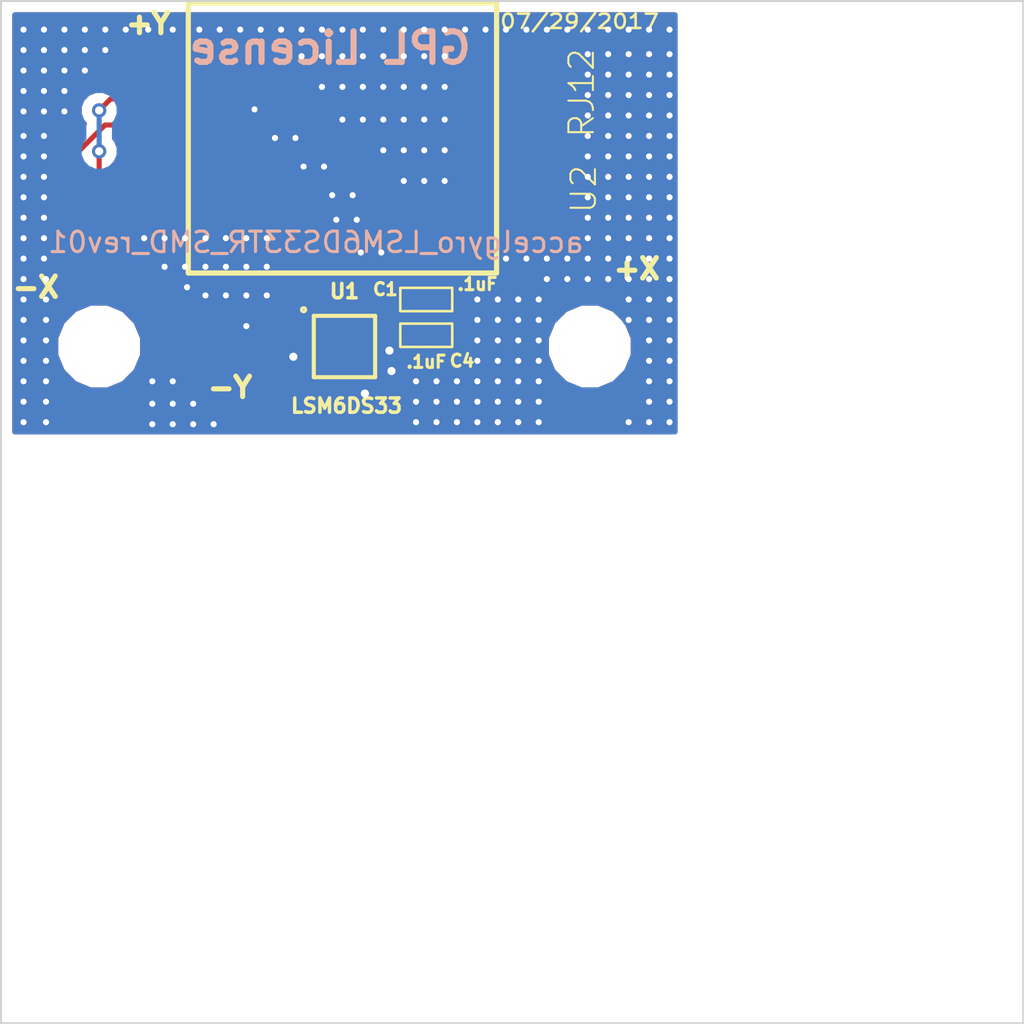
<source format=kicad_pcb>
(kicad_pcb (version 4) (host pcbnew 4.0.6-e0-6349~53~ubuntu16.04.1)

  (general
    (links 283)
    (no_connects 0)
    (area 135.149999 91.849999 185.250001 141.950001)
    (thickness 1.6)
    (drawings 12)
    (tracks 70)
    (zones 0)
    (modules 270)
    (nets 8)
  )

  (page A)
  (layers
    (0 F.Cu signal)
    (31 B.Cu signal)
    (32 B.Adhes user)
    (33 F.Adhes user)
    (34 B.Paste user)
    (35 F.Paste user)
    (36 B.SilkS user)
    (37 F.SilkS user)
    (38 B.Mask user)
    (39 F.Mask user)
    (40 Dwgs.User user)
    (41 Cmts.User user)
    (42 Eco1.User user)
    (43 Eco2.User user)
    (44 Edge.Cuts user)
  )

  (setup
    (last_trace_width 0.5)
    (user_trace_width 0.1)
    (user_trace_width 0.15)
    (user_trace_width 0.2)
    (user_trace_width 0.25)
    (user_trace_width 0.3)
    (user_trace_width 0.35)
    (user_trace_width 0.4)
    (user_trace_width 0.5)
    (user_trace_width 0.6)
    (user_trace_width 0.7)
    (user_trace_width 0.8)
    (user_trace_width 1)
    (trace_clearance 0.05)
    (zone_clearance 0.508)
    (zone_45_only yes)
    (trace_min 0.1)
    (segment_width 0.2)
    (edge_width 0.1)
    (via_size 0.7)
    (via_drill 0.4)
    (via_min_size 0.7)
    (via_min_drill 0.4)
    (uvia_size 0.4)
    (uvia_drill 0.127)
    (uvias_allowed no)
    (uvia_min_size 0.4)
    (uvia_min_drill 0.127)
    (pcb_text_width 0.3)
    (pcb_text_size 1.5 1.5)
    (mod_edge_width 0.15)
    (mod_text_size 1 1)
    (mod_text_width 0.15)
    (pad_size 0.6 0.6)
    (pad_drill 0.3)
    (pad_to_mask_clearance 0)
    (aux_axis_origin 0 0)
    (visible_elements 7FFFFFFF)
    (pcbplotparams
      (layerselection 0x000fc_80000001)
      (usegerberextensions true)
      (excludeedgelayer true)
      (linewidth 0.150000)
      (plotframeref false)
      (viasonmask false)
      (mode 1)
      (useauxorigin false)
      (hpglpennumber 1)
      (hpglpenspeed 20)
      (hpglpendiameter 15)
      (hpglpenoverlay 2)
      (psnegative false)
      (psa4output false)
      (plotreference true)
      (plotvalue true)
      (plotinvisibletext false)
      (padsonsilk false)
      (subtractmaskfromsilk false)
      (outputformat 1)
      (mirror false)
      (drillshape 0)
      (scaleselection 1)
      (outputdirectory PCB))
  )

  (net 0 "")
  (net 1 GND)
  (net 2 SCL)
  (net 3 SDA)
  (net 4 Vdd)
  (net 5 INT1)
  (net 6 INT2)
  (net 7 "Net-(U1-Pad14)")

  (net_class Default "This is the default net class."
    (clearance 0.05)
    (trace_width 0.5)
    (via_dia 0.7)
    (via_drill 0.4)
    (uvia_dia 0.4)
    (uvia_drill 0.127)
    (add_net GND)
    (add_net INT1)
    (add_net INT2)
    (add_net "Net-(U1-Pad14)")
    (add_net SCL)
    (add_net SDA)
    (add_net Vdd)
  )

  (module ted_connectors:VIA-0.6mm (layer F.Cu) (tedit 57C7A46B) (tstamp 58216155)
    (at 137.3 102.5)
    (fp_text reference REF** (at 0 0.5) (layer F.SilkS) hide
      (effects (font (size 0.127 0.127) (thickness 0.001)))
    )
    (fp_text value VIA-0.6mm (at 0 -0.5) (layer F.Fab) hide
      (effects (font (size 0.127 0.127) (thickness 0.001)))
    )
    (pad 1 thru_hole circle (at 0 0) (size 0.6 0.6) (drill 0.3) (layers *.Cu)
      (net 1 GND) (zone_connect 2))
  )

  (module ted_connectors:VIA-0.6mm (layer F.Cu) (tedit 57C7A46B) (tstamp 58216151)
    (at 137.3 101.5)
    (fp_text reference REF** (at 0 0.5) (layer F.SilkS) hide
      (effects (font (size 0.127 0.127) (thickness 0.001)))
    )
    (fp_text value VIA-0.6mm (at 0 -0.5) (layer F.Fab) hide
      (effects (font (size 0.127 0.127) (thickness 0.001)))
    )
    (pad 1 thru_hole circle (at 0 0) (size 0.6 0.6) (drill 0.3) (layers *.Cu)
      (net 1 GND) (zone_connect 2))
  )

  (module ted_connectors:VIA-0.6mm (layer F.Cu) (tedit 57C7A46B) (tstamp 5821614D)
    (at 137.3 100.5)
    (fp_text reference REF** (at 0 0.5) (layer F.SilkS) hide
      (effects (font (size 0.127 0.127) (thickness 0.001)))
    )
    (fp_text value VIA-0.6mm (at 0 -0.5) (layer F.Fab) hide
      (effects (font (size 0.127 0.127) (thickness 0.001)))
    )
    (pad 1 thru_hole circle (at 0 0) (size 0.6 0.6) (drill 0.3) (layers *.Cu)
      (net 1 GND) (zone_connect 2))
  )

  (module ted_connectors:VIA-0.6mm (layer F.Cu) (tedit 57C7A46B) (tstamp 58216149)
    (at 137.3 99.5)
    (fp_text reference REF** (at 0 0.5) (layer F.SilkS) hide
      (effects (font (size 0.127 0.127) (thickness 0.001)))
    )
    (fp_text value VIA-0.6mm (at 0 -0.5) (layer F.Fab) hide
      (effects (font (size 0.127 0.127) (thickness 0.001)))
    )
    (pad 1 thru_hole circle (at 0 0) (size 0.6 0.6) (drill 0.3) (layers *.Cu)
      (net 1 GND) (zone_connect 2))
  )

  (module ted_connectors:VIA-0.6mm (layer F.Cu) (tedit 57C7A46B) (tstamp 58216145)
    (at 137.3 98.5)
    (fp_text reference REF** (at 0 0.5) (layer F.SilkS) hide
      (effects (font (size 0.127 0.127) (thickness 0.001)))
    )
    (fp_text value VIA-0.6mm (at 0 -0.5) (layer F.Fab) hide
      (effects (font (size 0.127 0.127) (thickness 0.001)))
    )
    (pad 1 thru_hole circle (at 0 0) (size 0.6 0.6) (drill 0.3) (layers *.Cu)
      (net 1 GND) (zone_connect 2))
  )

  (module ted_connectors:VIA-0.6mm (layer F.Cu) (tedit 57C7A46B) (tstamp 58216141)
    (at 137.3 103.5)
    (fp_text reference REF** (at 0 0.5) (layer F.SilkS) hide
      (effects (font (size 0.127 0.127) (thickness 0.001)))
    )
    (fp_text value VIA-0.6mm (at 0 -0.5) (layer F.Fab) hide
      (effects (font (size 0.127 0.127) (thickness 0.001)))
    )
    (pad 1 thru_hole circle (at 0 0) (size 0.6 0.6) (drill 0.3) (layers *.Cu)
      (net 1 GND) (zone_connect 2))
  )

  (module ted_connectors:VIA-0.6mm (layer F.Cu) (tedit 57C7A46B) (tstamp 5821613D)
    (at 137.3 104.5)
    (fp_text reference REF** (at 0 0.5) (layer F.SilkS) hide
      (effects (font (size 0.127 0.127) (thickness 0.001)))
    )
    (fp_text value VIA-0.6mm (at 0 -0.5) (layer F.Fab) hide
      (effects (font (size 0.127 0.127) (thickness 0.001)))
    )
    (pad 1 thru_hole circle (at 0 0) (size 0.6 0.6) (drill 0.3) (layers *.Cu)
      (net 1 GND) (zone_connect 2))
  )

  (module ted_connectors:VIA-0.6mm (layer F.Cu) (tedit 57C7A46B) (tstamp 58216139)
    (at 155.5 112.5)
    (fp_text reference REF** (at 0 0.5) (layer F.SilkS) hide
      (effects (font (size 0.127 0.127) (thickness 0.001)))
    )
    (fp_text value VIA-0.6mm (at 0 -0.5) (layer F.Fab) hide
      (effects (font (size 0.127 0.127) (thickness 0.001)))
    )
    (pad 1 thru_hole circle (at 0 0) (size 0.6 0.6) (drill 0.3) (layers *.Cu)
      (net 1 GND) (zone_connect 2))
  )

  (module ted_connectors:VIA-0.6mm (layer F.Cu) (tedit 57C7A46B) (tstamp 58216135)
    (at 156.5 112.5)
    (fp_text reference REF** (at 0 0.5) (layer F.SilkS) hide
      (effects (font (size 0.127 0.127) (thickness 0.001)))
    )
    (fp_text value VIA-0.6mm (at 0 -0.5) (layer F.Fab) hide
      (effects (font (size 0.127 0.127) (thickness 0.001)))
    )
    (pad 1 thru_hole circle (at 0 0) (size 0.6 0.6) (drill 0.3) (layers *.Cu)
      (net 1 GND) (zone_connect 2))
  )

  (module ted_connectors:VIA-0.6mm (layer F.Cu) (tedit 57C7A46B) (tstamp 58216119)
    (at 157.5 111.5)
    (fp_text reference REF** (at 0 0.5) (layer F.SilkS) hide
      (effects (font (size 0.127 0.127) (thickness 0.001)))
    )
    (fp_text value VIA-0.6mm (at 0 -0.5) (layer F.Fab) hide
      (effects (font (size 0.127 0.127) (thickness 0.001)))
    )
    (pad 1 thru_hole circle (at 0 0) (size 0.6 0.6) (drill 0.3) (layers *.Cu)
      (net 1 GND) (zone_connect 2))
  )

  (module ted_connectors:VIA-0.6mm (layer F.Cu) (tedit 57C7A46B) (tstamp 58216115)
    (at 156.5 111.5)
    (fp_text reference REF** (at 0 0.5) (layer F.SilkS) hide
      (effects (font (size 0.127 0.127) (thickness 0.001)))
    )
    (fp_text value VIA-0.6mm (at 0 -0.5) (layer F.Fab) hide
      (effects (font (size 0.127 0.127) (thickness 0.001)))
    )
    (pad 1 thru_hole circle (at 0 0) (size 0.6 0.6) (drill 0.3) (layers *.Cu)
      (net 1 GND) (zone_connect 2))
  )

  (module ted_connectors:VIA-0.6mm (layer F.Cu) (tedit 57C7A46B) (tstamp 58216111)
    (at 155.5 111.5)
    (fp_text reference REF** (at 0 0.5) (layer F.SilkS) hide
      (effects (font (size 0.127 0.127) (thickness 0.001)))
    )
    (fp_text value VIA-0.6mm (at 0 -0.5) (layer F.Fab) hide
      (effects (font (size 0.127 0.127) (thickness 0.001)))
    )
    (pad 1 thru_hole circle (at 0 0) (size 0.6 0.6) (drill 0.3) (layers *.Cu)
      (net 1 GND) (zone_connect 2))
  )

  (module ted_connectors:VIA-0.6mm (layer F.Cu) (tedit 57C7A46B) (tstamp 5821610D)
    (at 157.5 110.5)
    (fp_text reference REF** (at 0 0.5) (layer F.SilkS) hide
      (effects (font (size 0.127 0.127) (thickness 0.001)))
    )
    (fp_text value VIA-0.6mm (at 0 -0.5) (layer F.Fab) hide
      (effects (font (size 0.127 0.127) (thickness 0.001)))
    )
    (pad 1 thru_hole circle (at 0 0) (size 0.6 0.6) (drill 0.3) (layers *.Cu)
      (net 1 GND) (zone_connect 2))
  )

  (module ted_connectors:VIA-0.6mm (layer F.Cu) (tedit 57C7A46B) (tstamp 58216109)
    (at 156.5 110.5)
    (fp_text reference REF** (at 0 0.5) (layer F.SilkS) hide
      (effects (font (size 0.127 0.127) (thickness 0.001)))
    )
    (fp_text value VIA-0.6mm (at 0 -0.5) (layer F.Fab) hide
      (effects (font (size 0.127 0.127) (thickness 0.001)))
    )
    (pad 1 thru_hole circle (at 0 0) (size 0.6 0.6) (drill 0.3) (layers *.Cu)
      (net 1 GND) (zone_connect 2))
  )

  (module ted_connectors:VIA-0.6mm (layer F.Cu) (tedit 57C7A46B) (tstamp 58216105)
    (at 155.5 110.5)
    (fp_text reference REF** (at 0 0.5) (layer F.SilkS) hide
      (effects (font (size 0.127 0.127) (thickness 0.001)))
    )
    (fp_text value VIA-0.6mm (at 0 -0.5) (layer F.Fab) hide
      (effects (font (size 0.127 0.127) (thickness 0.001)))
    )
    (pad 1 thru_hole circle (at 0 0) (size 0.6 0.6) (drill 0.3) (layers *.Cu)
      (net 1 GND) (zone_connect 2))
  )

  (module ted_connectors:VIA-0.6mm (layer F.Cu) (tedit 57C7A46B) (tstamp 582160EB)
    (at 161.5 107.5)
    (fp_text reference REF** (at 0 0.5) (layer F.SilkS) hide
      (effects (font (size 0.127 0.127) (thickness 0.001)))
    )
    (fp_text value VIA-0.6mm (at 0 -0.5) (layer F.Fab) hide
      (effects (font (size 0.127 0.127) (thickness 0.001)))
    )
    (pad 1 thru_hole circle (at 0 0) (size 0.6 0.6) (drill 0.3) (layers *.Cu)
      (net 1 GND) (zone_connect 2))
  )

  (module ted_connectors:VIA-0.6mm (layer F.Cu) (tedit 57C7A46B) (tstamp 582160E7)
    (at 160.5 107.5)
    (fp_text reference REF** (at 0 0.5) (layer F.SilkS) hide
      (effects (font (size 0.127 0.127) (thickness 0.001)))
    )
    (fp_text value VIA-0.6mm (at 0 -0.5) (layer F.Fab) hide
      (effects (font (size 0.127 0.127) (thickness 0.001)))
    )
    (pad 1 thru_hole circle (at 0 0) (size 0.6 0.6) (drill 0.3) (layers *.Cu)
      (net 1 GND) (zone_connect 2))
  )

  (module ted_connectors:VIA-0.6mm (layer F.Cu) (tedit 57C7A46B) (tstamp 582160E3)
    (at 159.5 107.5)
    (fp_text reference REF** (at 0 0.5) (layer F.SilkS) hide
      (effects (font (size 0.127 0.127) (thickness 0.001)))
    )
    (fp_text value VIA-0.6mm (at 0 -0.5) (layer F.Fab) hide
      (effects (font (size 0.127 0.127) (thickness 0.001)))
    )
    (pad 1 thru_hole circle (at 0 0) (size 0.6 0.6) (drill 0.3) (layers *.Cu)
      (net 1 GND) (zone_connect 2))
  )

  (module ted_connectors:VIA-0.6mm (layer F.Cu) (tedit 57C7A46B) (tstamp 582160DF)
    (at 158.5 107.5)
    (fp_text reference REF** (at 0 0.5) (layer F.SilkS) hide
      (effects (font (size 0.127 0.127) (thickness 0.001)))
    )
    (fp_text value VIA-0.6mm (at 0 -0.5) (layer F.Fab) hide
      (effects (font (size 0.127 0.127) (thickness 0.001)))
    )
    (pad 1 thru_hole circle (at 0 0) (size 0.6 0.6) (drill 0.3) (layers *.Cu)
      (net 1 GND) (zone_connect 2))
  )

  (module ted_connectors:VIA-0.6mm (layer F.Cu) (tedit 57C7A46B) (tstamp 582160DB)
    (at 161.5 106.5)
    (fp_text reference REF** (at 0 0.5) (layer F.SilkS) hide
      (effects (font (size 0.127 0.127) (thickness 0.001)))
    )
    (fp_text value VIA-0.6mm (at 0 -0.5) (layer F.Fab) hide
      (effects (font (size 0.127 0.127) (thickness 0.001)))
    )
    (pad 1 thru_hole circle (at 0 0) (size 0.6 0.6) (drill 0.3) (layers *.Cu)
      (net 1 GND) (zone_connect 2))
  )

  (module ted_connectors:VIA-0.6mm (layer F.Cu) (tedit 57C7A46B) (tstamp 582160D7)
    (at 160.5 106.5)
    (fp_text reference REF** (at 0 0.5) (layer F.SilkS) hide
      (effects (font (size 0.127 0.127) (thickness 0.001)))
    )
    (fp_text value VIA-0.6mm (at 0 -0.5) (layer F.Fab) hide
      (effects (font (size 0.127 0.127) (thickness 0.001)))
    )
    (pad 1 thru_hole circle (at 0 0) (size 0.6 0.6) (drill 0.3) (layers *.Cu)
      (net 1 GND) (zone_connect 2))
  )

  (module ted_connectors:VIA-0.6mm (layer F.Cu) (tedit 57C7A46B) (tstamp 582160D3)
    (at 159.5 106.5)
    (fp_text reference REF** (at 0 0.5) (layer F.SilkS) hide
      (effects (font (size 0.127 0.127) (thickness 0.001)))
    )
    (fp_text value VIA-0.6mm (at 0 -0.5) (layer F.Fab) hide
      (effects (font (size 0.127 0.127) (thickness 0.001)))
    )
    (pad 1 thru_hole circle (at 0 0) (size 0.6 0.6) (drill 0.3) (layers *.Cu)
      (net 1 GND) (zone_connect 2))
  )

  (module ted_connectors:VIA-0.6mm (layer F.Cu) (tedit 57C7A46B) (tstamp 582160CF)
    (at 158.5 106.5)
    (fp_text reference REF** (at 0 0.5) (layer F.SilkS) hide
      (effects (font (size 0.127 0.127) (thickness 0.001)))
    )
    (fp_text value VIA-0.6mm (at 0 -0.5) (layer F.Fab) hide
      (effects (font (size 0.127 0.127) (thickness 0.001)))
    )
    (pad 1 thru_hole circle (at 0 0) (size 0.6 0.6) (drill 0.3) (layers *.Cu)
      (net 1 GND) (zone_connect 2))
  )

  (module ted_connectors:VIA-0.6mm (layer F.Cu) (tedit 57C7A46B) (tstamp 582160CB)
    (at 158.5 108.5)
    (fp_text reference REF** (at 0 0.5) (layer F.SilkS) hide
      (effects (font (size 0.127 0.127) (thickness 0.001)))
    )
    (fp_text value VIA-0.6mm (at 0 -0.5) (layer F.Fab) hide
      (effects (font (size 0.127 0.127) (thickness 0.001)))
    )
    (pad 1 thru_hole circle (at 0 0) (size 0.6 0.6) (drill 0.3) (layers *.Cu)
      (net 1 GND) (zone_connect 2))
  )

  (module ted_connectors:VIA-0.6mm (layer F.Cu) (tedit 57C7A46B) (tstamp 582160C7)
    (at 159.5 108.5)
    (fp_text reference REF** (at 0 0.5) (layer F.SilkS) hide
      (effects (font (size 0.127 0.127) (thickness 0.001)))
    )
    (fp_text value VIA-0.6mm (at 0 -0.5) (layer F.Fab) hide
      (effects (font (size 0.127 0.127) (thickness 0.001)))
    )
    (pad 1 thru_hole circle (at 0 0) (size 0.6 0.6) (drill 0.3) (layers *.Cu)
      (net 1 GND) (zone_connect 2))
  )

  (module ted_connectors:VIA-0.6mm (layer F.Cu) (tedit 57C7A46B) (tstamp 582160C3)
    (at 160.5 108.5)
    (fp_text reference REF** (at 0 0.5) (layer F.SilkS) hide
      (effects (font (size 0.127 0.127) (thickness 0.001)))
    )
    (fp_text value VIA-0.6mm (at 0 -0.5) (layer F.Fab) hide
      (effects (font (size 0.127 0.127) (thickness 0.001)))
    )
    (pad 1 thru_hole circle (at 0 0) (size 0.6 0.6) (drill 0.3) (layers *.Cu)
      (net 1 GND) (zone_connect 2))
  )

  (module ted_connectors:VIA-0.6mm (layer F.Cu) (tedit 57C7A46B) (tstamp 582160BF)
    (at 161.5 108.5)
    (fp_text reference REF** (at 0 0.5) (layer F.SilkS) hide
      (effects (font (size 0.127 0.127) (thickness 0.001)))
    )
    (fp_text value VIA-0.6mm (at 0 -0.5) (layer F.Fab) hide
      (effects (font (size 0.127 0.127) (thickness 0.001)))
    )
    (pad 1 thru_hole circle (at 0 0) (size 0.6 0.6) (drill 0.3) (layers *.Cu)
      (net 1 GND) (zone_connect 2))
  )

  (module ted_connectors:VIA-0.6mm (layer F.Cu) (tedit 57C7A46B) (tstamp 582160BB)
    (at 158.5 109.5)
    (fp_text reference REF** (at 0 0.5) (layer F.SilkS) hide
      (effects (font (size 0.127 0.127) (thickness 0.001)))
    )
    (fp_text value VIA-0.6mm (at 0 -0.5) (layer F.Fab) hide
      (effects (font (size 0.127 0.127) (thickness 0.001)))
    )
    (pad 1 thru_hole circle (at 0 0) (size 0.6 0.6) (drill 0.3) (layers *.Cu)
      (net 1 GND) (zone_connect 2))
  )

  (module ted_connectors:VIA-0.6mm (layer F.Cu) (tedit 57C7A46B) (tstamp 582160B7)
    (at 159.5 109.5)
    (fp_text reference REF** (at 0 0.5) (layer F.SilkS) hide
      (effects (font (size 0.127 0.127) (thickness 0.001)))
    )
    (fp_text value VIA-0.6mm (at 0 -0.5) (layer F.Fab) hide
      (effects (font (size 0.127 0.127) (thickness 0.001)))
    )
    (pad 1 thru_hole circle (at 0 0) (size 0.6 0.6) (drill 0.3) (layers *.Cu)
      (net 1 GND) (zone_connect 2))
  )

  (module ted_connectors:VIA-0.6mm (layer F.Cu) (tedit 57C7A46B) (tstamp 582160B3)
    (at 160.5 109.5)
    (fp_text reference REF** (at 0 0.5) (layer F.SilkS) hide
      (effects (font (size 0.127 0.127) (thickness 0.001)))
    )
    (fp_text value VIA-0.6mm (at 0 -0.5) (layer F.Fab) hide
      (effects (font (size 0.127 0.127) (thickness 0.001)))
    )
    (pad 1 thru_hole circle (at 0 0) (size 0.6 0.6) (drill 0.3) (layers *.Cu)
      (net 1 GND) (zone_connect 2))
  )

  (module ted_connectors:VIA-0.6mm (layer F.Cu) (tedit 57C7A46B) (tstamp 582160AF)
    (at 161.5 109.5)
    (fp_text reference REF** (at 0 0.5) (layer F.SilkS) hide
      (effects (font (size 0.127 0.127) (thickness 0.001)))
    )
    (fp_text value VIA-0.6mm (at 0 -0.5) (layer F.Fab) hide
      (effects (font (size 0.127 0.127) (thickness 0.001)))
    )
    (pad 1 thru_hole circle (at 0 0) (size 0.6 0.6) (drill 0.3) (layers *.Cu)
      (net 1 GND) (zone_connect 2))
  )

  (module ted_connectors:VIA-0.6mm (layer F.Cu) (tedit 57C7A46B) (tstamp 582160AB)
    (at 158.5 110.5)
    (fp_text reference REF** (at 0 0.5) (layer F.SilkS) hide
      (effects (font (size 0.127 0.127) (thickness 0.001)))
    )
    (fp_text value VIA-0.6mm (at 0 -0.5) (layer F.Fab) hide
      (effects (font (size 0.127 0.127) (thickness 0.001)))
    )
    (pad 1 thru_hole circle (at 0 0) (size 0.6 0.6) (drill 0.3) (layers *.Cu)
      (net 1 GND) (zone_connect 2))
  )

  (module ted_connectors:VIA-0.6mm (layer F.Cu) (tedit 57C7A46B) (tstamp 582160A7)
    (at 159.5 110.5)
    (fp_text reference REF** (at 0 0.5) (layer F.SilkS) hide
      (effects (font (size 0.127 0.127) (thickness 0.001)))
    )
    (fp_text value VIA-0.6mm (at 0 -0.5) (layer F.Fab) hide
      (effects (font (size 0.127 0.127) (thickness 0.001)))
    )
    (pad 1 thru_hole circle (at 0 0) (size 0.6 0.6) (drill 0.3) (layers *.Cu)
      (net 1 GND) (zone_connect 2))
  )

  (module ted_connectors:VIA-0.6mm (layer F.Cu) (tedit 57C7A46B) (tstamp 582160A3)
    (at 160.5 110.5)
    (fp_text reference REF** (at 0 0.5) (layer F.SilkS) hide
      (effects (font (size 0.127 0.127) (thickness 0.001)))
    )
    (fp_text value VIA-0.6mm (at 0 -0.5) (layer F.Fab) hide
      (effects (font (size 0.127 0.127) (thickness 0.001)))
    )
    (pad 1 thru_hole circle (at 0 0) (size 0.6 0.6) (drill 0.3) (layers *.Cu)
      (net 1 GND) (zone_connect 2))
  )

  (module ted_connectors:VIA-0.6mm (layer F.Cu) (tedit 57C7A46B) (tstamp 5821609F)
    (at 161.5 110.5)
    (fp_text reference REF** (at 0 0.5) (layer F.SilkS) hide
      (effects (font (size 0.127 0.127) (thickness 0.001)))
    )
    (fp_text value VIA-0.6mm (at 0 -0.5) (layer F.Fab) hide
      (effects (font (size 0.127 0.127) (thickness 0.001)))
    )
    (pad 1 thru_hole circle (at 0 0) (size 0.6 0.6) (drill 0.3) (layers *.Cu)
      (net 1 GND) (zone_connect 2))
  )

  (module ted_connectors:VIA-0.6mm (layer F.Cu) (tedit 57C7A46B) (tstamp 5821609B)
    (at 158.5 111.5)
    (fp_text reference REF** (at 0 0.5) (layer F.SilkS) hide
      (effects (font (size 0.127 0.127) (thickness 0.001)))
    )
    (fp_text value VIA-0.6mm (at 0 -0.5) (layer F.Fab) hide
      (effects (font (size 0.127 0.127) (thickness 0.001)))
    )
    (pad 1 thru_hole circle (at 0 0) (size 0.6 0.6) (drill 0.3) (layers *.Cu)
      (net 1 GND) (zone_connect 2))
  )

  (module ted_connectors:VIA-0.6mm (layer F.Cu) (tedit 57C7A46B) (tstamp 58216097)
    (at 159.5 111.5)
    (fp_text reference REF** (at 0 0.5) (layer F.SilkS) hide
      (effects (font (size 0.127 0.127) (thickness 0.001)))
    )
    (fp_text value VIA-0.6mm (at 0 -0.5) (layer F.Fab) hide
      (effects (font (size 0.127 0.127) (thickness 0.001)))
    )
    (pad 1 thru_hole circle (at 0 0) (size 0.6 0.6) (drill 0.3) (layers *.Cu)
      (net 1 GND) (zone_connect 2))
  )

  (module ted_connectors:VIA-0.6mm (layer F.Cu) (tedit 57C7A46B) (tstamp 58216093)
    (at 160.5 111.5)
    (fp_text reference REF** (at 0 0.5) (layer F.SilkS) hide
      (effects (font (size 0.127 0.127) (thickness 0.001)))
    )
    (fp_text value VIA-0.6mm (at 0 -0.5) (layer F.Fab) hide
      (effects (font (size 0.127 0.127) (thickness 0.001)))
    )
    (pad 1 thru_hole circle (at 0 0) (size 0.6 0.6) (drill 0.3) (layers *.Cu)
      (net 1 GND) (zone_connect 2))
  )

  (module ted_connectors:VIA-0.6mm (layer F.Cu) (tedit 57C7A46B) (tstamp 5821608F)
    (at 161.5 111.5)
    (fp_text reference REF** (at 0 0.5) (layer F.SilkS) hide
      (effects (font (size 0.127 0.127) (thickness 0.001)))
    )
    (fp_text value VIA-0.6mm (at 0 -0.5) (layer F.Fab) hide
      (effects (font (size 0.127 0.127) (thickness 0.001)))
    )
    (pad 1 thru_hole circle (at 0 0) (size 0.6 0.6) (drill 0.3) (layers *.Cu)
      (net 1 GND) (zone_connect 2))
  )

  (module ted_connectors:TED_RJ12_855135002 (layer F.Cu) (tedit 57C7A1FE) (tstamp 539CC027)
    (at 151.9 98.6 270)
    (path /539B7C14)
    (fp_text reference U2 (at 2.5 -11.8 270) (layer F.SilkS)
      (effects (font (size 1.2 1.2) (thickness 0.09906)))
    )
    (fp_text value RJ12 (at -2.2 -11.7 270) (layer F.SilkS)
      (effects (font (size 1.2 1.2) (thickness 0.09906)))
    )
    (fp_line (start -6.605 -7.54) (end 6.605 -7.54) (layer F.SilkS) (width 0.254))
    (fp_line (start 6.605 -7.54) (end 6.605 7.54) (layer F.SilkS) (width 0.254))
    (fp_line (start 6.605 7.54) (end -6.605 7.54) (layer F.SilkS) (width 0.254))
    (fp_line (start -6.605 7.54) (end -6.605 -7.54) (layer F.SilkS) (width 0.254))
    (pad 6 smd rect (at -3.175 7.9 270) (size 0.76 5) (layers F.Cu F.Paste F.Mask)
      (net 4 Vdd) (clearance 0.2))
    (pad 4 smd rect (at -0.635 7.9 270) (size 0.76 5) (layers F.Cu F.Paste F.Mask)
      (net 5 INT1) (clearance 0.2))
    (pad 2 smd rect (at 1.905 7.9 270) (size 0.76 5) (layers F.Cu F.Paste F.Mask)
      (net 3 SDA) (clearance 0.2))
    (pad 3 smd rect (at 0.635 7.9 270) (size 0.76 5) (layers F.Cu F.Paste F.Mask)
      (net 2 SCL) (clearance 0.2))
    (pad 1 smd rect (at 3.175 7.9 270) (size 0.76 5) (layers F.Cu F.Paste F.Mask)
      (net 1 GND) (clearance 0.2))
    (pad 5 smd rect (at -1.905 7.9 270) (size 0.76 5) (layers F.Cu F.Paste F.Mask)
      (net 6 INT2) (clearance 0.2))
    (pad PAD smd rect (at 0 -8.15 270) (size 8.8 4.5) (layers F.Cu F.Paste F.Mask))
  )

  (module ted_connectors:VIA-0.6mm (layer F.Cu) (tedit 57C7A46B) (tstamp 57C7B603)
    (at 152.8 104.2)
    (fp_text reference REF** (at 0 0.5) (layer F.SilkS) hide
      (effects (font (size 0.127 0.127) (thickness 0.001)))
    )
    (fp_text value VIA-0.6mm (at 0 -0.5) (layer F.Fab) hide
      (effects (font (size 0.127 0.127) (thickness 0.001)))
    )
    (pad 1 thru_hole circle (at 0 0) (size 0.6 0.6) (drill 0.3) (layers *.Cu)
      (net 1 GND) (zone_connect 2))
  )

  (module ted_connectors:VIA-0.6mm (layer F.Cu) (tedit 57C7A46B) (tstamp 57C7B5FB)
    (at 153.8 104.2)
    (fp_text reference REF** (at 0 0.5) (layer F.SilkS) hide
      (effects (font (size 0.127 0.127) (thickness 0.001)))
    )
    (fp_text value VIA-0.6mm (at 0 -0.5) (layer F.Fab) hide
      (effects (font (size 0.127 0.127) (thickness 0.001)))
    )
    (pad 1 thru_hole circle (at 0 0) (size 0.6 0.6) (drill 0.3) (layers *.Cu)
      (net 1 GND) (zone_connect 2))
  )

  (module ted_connectors:VIA-0.6mm (layer F.Cu) (tedit 57C7A46B) (tstamp 57C7B5F7)
    (at 152.6 102.6)
    (fp_text reference REF** (at 0 0.5) (layer F.SilkS) hide
      (effects (font (size 0.127 0.127) (thickness 0.001)))
    )
    (fp_text value VIA-0.6mm (at 0 -0.5) (layer F.Fab) hide
      (effects (font (size 0.127 0.127) (thickness 0.001)))
    )
    (pad 1 thru_hole circle (at 0 0) (size 0.6 0.6) (drill 0.3) (layers *.Cu)
      (net 1 GND) (zone_connect 2))
  )

  (module ted_connectors:VIA-0.6mm (layer F.Cu) (tedit 57C7A46B) (tstamp 57C7B5EF)
    (at 151.6 102.6)
    (fp_text reference REF** (at 0 0.5) (layer F.SilkS) hide
      (effects (font (size 0.127 0.127) (thickness 0.001)))
    )
    (fp_text value VIA-0.6mm (at 0 -0.5) (layer F.Fab) hide
      (effects (font (size 0.127 0.127) (thickness 0.001)))
    )
    (pad 1 thru_hole circle (at 0 0) (size 0.6 0.6) (drill 0.3) (layers *.Cu)
      (net 1 GND) (zone_connect 2))
  )

  (module ted_connectors:VIA-0.6mm (layer F.Cu) (tedit 57C7A46B) (tstamp 57C7B5E7)
    (at 152.4 101.4)
    (fp_text reference REF** (at 0 0.5) (layer F.SilkS) hide
      (effects (font (size 0.127 0.127) (thickness 0.001)))
    )
    (fp_text value VIA-0.6mm (at 0 -0.5) (layer F.Fab) hide
      (effects (font (size 0.127 0.127) (thickness 0.001)))
    )
    (pad 1 thru_hole circle (at 0 0) (size 0.6 0.6) (drill 0.3) (layers *.Cu)
      (net 1 GND) (zone_connect 2))
  )

  (module ted_connectors:VIA-0.6mm (layer F.Cu) (tedit 57C7A46B) (tstamp 57C7B5E3)
    (at 151.4 101.4)
    (fp_text reference REF** (at 0 0.5) (layer F.SilkS) hide
      (effects (font (size 0.127 0.127) (thickness 0.001)))
    )
    (fp_text value VIA-0.6mm (at 0 -0.5) (layer F.Fab) hide
      (effects (font (size 0.127 0.127) (thickness 0.001)))
    )
    (pad 1 thru_hole circle (at 0 0) (size 0.6 0.6) (drill 0.3) (layers *.Cu)
      (net 1 GND) (zone_connect 2))
  )

  (module ted_connectors:VIA-0.6mm (layer F.Cu) (tedit 57C7A46B) (tstamp 57C7B5DF)
    (at 150 100)
    (fp_text reference REF** (at 0 0.5) (layer F.SilkS) hide
      (effects (font (size 0.127 0.127) (thickness 0.001)))
    )
    (fp_text value VIA-0.6mm (at 0 -0.5) (layer F.Fab) hide
      (effects (font (size 0.127 0.127) (thickness 0.001)))
    )
    (pad 1 thru_hole circle (at 0 0) (size 0.6 0.6) (drill 0.3) (layers *.Cu)
      (net 1 GND) (zone_connect 2))
  )

  (module ted_connectors:VIA-0.6mm (layer F.Cu) (tedit 57C7A46B) (tstamp 57C7B5DB)
    (at 151 100)
    (fp_text reference REF** (at 0 0.5) (layer F.SilkS) hide
      (effects (font (size 0.127 0.127) (thickness 0.001)))
    )
    (fp_text value VIA-0.6mm (at 0 -0.5) (layer F.Fab) hide
      (effects (font (size 0.127 0.127) (thickness 0.001)))
    )
    (pad 1 thru_hole circle (at 0 0) (size 0.6 0.6) (drill 0.3) (layers *.Cu)
      (net 1 GND) (zone_connect 2))
  )

  (module ted_connectors:VIA-0.6mm (layer F.Cu) (tedit 57C7A46B) (tstamp 57C7B5CF)
    (at 147.6 97.2)
    (fp_text reference REF** (at 0 0.5) (layer F.SilkS) hide
      (effects (font (size 0.127 0.127) (thickness 0.001)))
    )
    (fp_text value VIA-0.6mm (at 0 -0.5) (layer F.Fab) hide
      (effects (font (size 0.127 0.127) (thickness 0.001)))
    )
    (pad 1 thru_hole circle (at 0 0) (size 0.6 0.6) (drill 0.3) (layers *.Cu)
      (net 1 GND) (zone_connect 2))
  )

  (module ted_connectors:VIA-0.6mm (layer F.Cu) (tedit 57C7A46B) (tstamp 57C7B5C7)
    (at 149.6 98.6)
    (fp_text reference REF** (at 0 0.5) (layer F.SilkS) hide
      (effects (font (size 0.127 0.127) (thickness 0.001)))
    )
    (fp_text value VIA-0.6mm (at 0 -0.5) (layer F.Fab) hide
      (effects (font (size 0.127 0.127) (thickness 0.001)))
    )
    (pad 1 thru_hole circle (at 0 0) (size 0.6 0.6) (drill 0.3) (layers *.Cu)
      (net 1 GND) (zone_connect 2))
  )

  (module ted_connectors:VIA-0.6mm (layer F.Cu) (tedit 57C7A46B) (tstamp 57C7B5C3)
    (at 148.6 98.6)
    (fp_text reference REF** (at 0 0.5) (layer F.SilkS) hide
      (effects (font (size 0.127 0.127) (thickness 0.001)))
    )
    (fp_text value VIA-0.6mm (at 0 -0.5) (layer F.Fab) hide
      (effects (font (size 0.127 0.127) (thickness 0.001)))
    )
    (pad 1 thru_hole circle (at 0 0) (size 0.6 0.6) (drill 0.3) (layers *.Cu)
      (net 1 GND) (zone_connect 2))
  )

  (module ted_connectors:VIA-0.6mm (layer F.Cu) (tedit 57C7A46B) (tstamp 57C7B5BF)
    (at 160.9 104.5)
    (fp_text reference REF** (at 0 0.5) (layer F.SilkS) hide
      (effects (font (size 0.127 0.127) (thickness 0.001)))
    )
    (fp_text value VIA-0.6mm (at 0 -0.5) (layer F.Fab) hide
      (effects (font (size 0.127 0.127) (thickness 0.001)))
    )
    (pad 1 thru_hole circle (at 0 0) (size 0.6 0.6) (drill 0.3) (layers *.Cu)
      (net 1 GND) (zone_connect 2))
  )

  (module ted_connectors:VIA-0.6mm (layer F.Cu) (tedit 57C7A46B) (tstamp 57C7B5BB)
    (at 159.9 104.5)
    (fp_text reference REF** (at 0 0.5) (layer F.SilkS) hide
      (effects (font (size 0.127 0.127) (thickness 0.001)))
    )
    (fp_text value VIA-0.6mm (at 0 -0.5) (layer F.Fab) hide
      (effects (font (size 0.127 0.127) (thickness 0.001)))
    )
    (pad 1 thru_hole circle (at 0 0) (size 0.6 0.6) (drill 0.3) (layers *.Cu)
      (net 1 GND) (zone_connect 2))
  )

  (module ted_connectors:VIA-0.6mm (layer F.Cu) (tedit 57C7A46B) (tstamp 57C7B5B7)
    (at 161.9 104.5)
    (fp_text reference REF** (at 0 0.5) (layer F.SilkS) hide
      (effects (font (size 0.127 0.127) (thickness 0.001)))
    )
    (fp_text value VIA-0.6mm (at 0 -0.5) (layer F.Fab) hide
      (effects (font (size 0.127 0.127) (thickness 0.001)))
    )
    (pad 1 thru_hole circle (at 0 0) (size 0.6 0.6) (drill 0.3) (layers *.Cu)
      (net 1 GND) (zone_connect 2))
  )

  (module ted_connectors:VIA-0.6mm (layer F.Cu) (tedit 57C7A46B) (tstamp 57C7B5B3)
    (at 162.9 104.5)
    (fp_text reference REF** (at 0 0.5) (layer F.SilkS) hide
      (effects (font (size 0.127 0.127) (thickness 0.001)))
    )
    (fp_text value VIA-0.6mm (at 0 -0.5) (layer F.Fab) hide
      (effects (font (size 0.127 0.127) (thickness 0.001)))
    )
    (pad 1 thru_hole circle (at 0 0) (size 0.6 0.6) (drill 0.3) (layers *.Cu)
      (net 1 GND) (zone_connect 2))
  )

  (module ted_connectors:VIA-0.6mm (layer F.Cu) (tedit 57C7A46B) (tstamp 57C7B5AF)
    (at 161.9 105.5)
    (fp_text reference REF** (at 0 0.5) (layer F.SilkS) hide
      (effects (font (size 0.127 0.127) (thickness 0.001)))
    )
    (fp_text value VIA-0.6mm (at 0 -0.5) (layer F.Fab) hide
      (effects (font (size 0.127 0.127) (thickness 0.001)))
    )
    (pad 1 thru_hole circle (at 0 0) (size 0.6 0.6) (drill 0.3) (layers *.Cu)
      (net 1 GND) (zone_connect 2))
  )

  (module ted_connectors:VIA-0.6mm (layer F.Cu) (tedit 57C7A46B) (tstamp 57C7B5AB)
    (at 162.9 105.5)
    (fp_text reference REF** (at 0 0.5) (layer F.SilkS) hide
      (effects (font (size 0.127 0.127) (thickness 0.001)))
    )
    (fp_text value VIA-0.6mm (at 0 -0.5) (layer F.Fab) hide
      (effects (font (size 0.127 0.127) (thickness 0.001)))
    )
    (pad 1 thru_hole circle (at 0 0) (size 0.6 0.6) (drill 0.3) (layers *.Cu)
      (net 1 GND) (zone_connect 2))
  )

  (module ted_connectors:VIA-0.6mm (layer F.Cu) (tedit 57C7A46B) (tstamp 57C7B596)
    (at 147.2 107.8)
    (fp_text reference REF** (at 0 0.5) (layer F.SilkS) hide
      (effects (font (size 0.127 0.127) (thickness 0.001)))
    )
    (fp_text value VIA-0.6mm (at 0 -0.5) (layer F.Fab) hide
      (effects (font (size 0.127 0.127) (thickness 0.001)))
    )
    (pad 1 thru_hole circle (at 0 0) (size 0.6 0.6) (drill 0.3) (layers *.Cu)
      (net 1 GND) (zone_connect 2))
  )

  (module ted_connectors:VIA-0.6mm (layer F.Cu) (tedit 57C7A46B) (tstamp 57C7B589)
    (at 148.2 106.3)
    (fp_text reference REF** (at 0 0.5) (layer F.SilkS) hide
      (effects (font (size 0.127 0.127) (thickness 0.001)))
    )
    (fp_text value VIA-0.6mm (at 0 -0.5) (layer F.Fab) hide
      (effects (font (size 0.127 0.127) (thickness 0.001)))
    )
    (pad 1 thru_hole circle (at 0 0) (size 0.6 0.6) (drill 0.3) (layers *.Cu)
      (net 1 GND) (zone_connect 2))
  )

  (module ted_connectors:VIA-0.6mm (layer F.Cu) (tedit 57C7A46B) (tstamp 57C7B585)
    (at 147.2 106.3)
    (fp_text reference REF** (at 0 0.5) (layer F.SilkS) hide
      (effects (font (size 0.127 0.127) (thickness 0.001)))
    )
    (fp_text value VIA-0.6mm (at 0 -0.5) (layer F.Fab) hide
      (effects (font (size 0.127 0.127) (thickness 0.001)))
    )
    (pad 1 thru_hole circle (at 0 0) (size 0.6 0.6) (drill 0.3) (layers *.Cu)
      (net 1 GND) (zone_connect 2))
  )

  (module ted_connectors:VIA-0.6mm (layer F.Cu) (tedit 57C7A46B) (tstamp 57C7B581)
    (at 146.2 106.3)
    (fp_text reference REF** (at 0 0.5) (layer F.SilkS) hide
      (effects (font (size 0.127 0.127) (thickness 0.001)))
    )
    (fp_text value VIA-0.6mm (at 0 -0.5) (layer F.Fab) hide
      (effects (font (size 0.127 0.127) (thickness 0.001)))
    )
    (pad 1 thru_hole circle (at 0 0) (size 0.6 0.6) (drill 0.3) (layers *.Cu)
      (net 1 GND) (zone_connect 2))
  )

  (module ted_connectors:VIA-0.6mm (layer F.Cu) (tedit 57C7A46B) (tstamp 57C7B57D)
    (at 145.2 106.3)
    (fp_text reference REF** (at 0 0.5) (layer F.SilkS) hide
      (effects (font (size 0.127 0.127) (thickness 0.001)))
    )
    (fp_text value VIA-0.6mm (at 0 -0.5) (layer F.Fab) hide
      (effects (font (size 0.127 0.127) (thickness 0.001)))
    )
    (pad 1 thru_hole circle (at 0 0) (size 0.6 0.6) (drill 0.3) (layers *.Cu)
      (net 1 GND) (zone_connect 2))
  )

  (module ted_connectors:VIA-0.6mm (layer F.Cu) (tedit 57C7A46B) (tstamp 57C7B579)
    (at 144.3 105.9)
    (fp_text reference REF** (at 0 0.5) (layer F.SilkS) hide
      (effects (font (size 0.127 0.127) (thickness 0.001)))
    )
    (fp_text value VIA-0.6mm (at 0 -0.5) (layer F.Fab) hide
      (effects (font (size 0.127 0.127) (thickness 0.001)))
    )
    (pad 1 thru_hole circle (at 0 0) (size 0.6 0.6) (drill 0.3) (layers *.Cu)
      (net 1 GND) (zone_connect 2))
  )

  (module ted_connectors:VIA-0.6mm (layer F.Cu) (tedit 57C7A46B) (tstamp 57C7B571)
    (at 143.2 104.9)
    (fp_text reference REF** (at 0 0.5) (layer F.SilkS) hide
      (effects (font (size 0.127 0.127) (thickness 0.001)))
    )
    (fp_text value VIA-0.6mm (at 0 -0.5) (layer F.Fab) hide
      (effects (font (size 0.127 0.127) (thickness 0.001)))
    )
    (pad 1 thru_hole circle (at 0 0) (size 0.6 0.6) (drill 0.3) (layers *.Cu)
      (net 1 GND) (zone_connect 2))
  )

  (module ted_connectors:VIA-0.6mm (layer F.Cu) (tedit 57C7A46B) (tstamp 57C7B56D)
    (at 144.2 104.9)
    (fp_text reference REF** (at 0 0.5) (layer F.SilkS) hide
      (effects (font (size 0.127 0.127) (thickness 0.001)))
    )
    (fp_text value VIA-0.6mm (at 0 -0.5) (layer F.Fab) hide
      (effects (font (size 0.127 0.127) (thickness 0.001)))
    )
    (pad 1 thru_hole circle (at 0 0) (size 0.6 0.6) (drill 0.3) (layers *.Cu)
      (net 1 GND) (zone_connect 2))
  )

  (module ted_connectors:VIA-0.6mm (layer F.Cu) (tedit 57C7A46B) (tstamp 57C7B569)
    (at 145.2 104.9)
    (fp_text reference REF** (at 0 0.5) (layer F.SilkS) hide
      (effects (font (size 0.127 0.127) (thickness 0.001)))
    )
    (fp_text value VIA-0.6mm (at 0 -0.5) (layer F.Fab) hide
      (effects (font (size 0.127 0.127) (thickness 0.001)))
    )
    (pad 1 thru_hole circle (at 0 0) (size 0.6 0.6) (drill 0.3) (layers *.Cu)
      (net 1 GND) (zone_connect 2))
  )

  (module ted_connectors:VIA-0.6mm (layer F.Cu) (tedit 57C7A46B) (tstamp 57C7B565)
    (at 146.2 104.9)
    (fp_text reference REF** (at 0 0.5) (layer F.SilkS) hide
      (effects (font (size 0.127 0.127) (thickness 0.001)))
    )
    (fp_text value VIA-0.6mm (at 0 -0.5) (layer F.Fab) hide
      (effects (font (size 0.127 0.127) (thickness 0.001)))
    )
    (pad 1 thru_hole circle (at 0 0) (size 0.6 0.6) (drill 0.3) (layers *.Cu)
      (net 1 GND) (zone_connect 2))
  )

  (module ted_connectors:VIA-0.6mm (layer F.Cu) (tedit 57C7A46B) (tstamp 57C7B561)
    (at 147.2 104.9)
    (fp_text reference REF** (at 0 0.5) (layer F.SilkS) hide
      (effects (font (size 0.127 0.127) (thickness 0.001)))
    )
    (fp_text value VIA-0.6mm (at 0 -0.5) (layer F.Fab) hide
      (effects (font (size 0.127 0.127) (thickness 0.001)))
    )
    (pad 1 thru_hole circle (at 0 0) (size 0.6 0.6) (drill 0.3) (layers *.Cu)
      (net 1 GND) (zone_connect 2))
  )

  (module ted_connectors:VIA-0.6mm (layer F.Cu) (tedit 57C7A46B) (tstamp 57C7B55D)
    (at 148.2 104.9)
    (fp_text reference REF** (at 0 0.5) (layer F.SilkS) hide
      (effects (font (size 0.127 0.127) (thickness 0.001)))
    )
    (fp_text value VIA-0.6mm (at 0 -0.5) (layer F.Fab) hide
      (effects (font (size 0.127 0.127) (thickness 0.001)))
    )
    (pad 1 thru_hole circle (at 0 0) (size 0.6 0.6) (drill 0.3) (layers *.Cu)
      (net 1 GND) (zone_connect 2))
  )

  (module ted_connectors:VIA-0.6mm (layer F.Cu) (tedit 57C7A46B) (tstamp 57C7B53D)
    (at 148.2 103.5)
    (fp_text reference REF** (at 0 0.5) (layer F.SilkS) hide
      (effects (font (size 0.127 0.127) (thickness 0.001)))
    )
    (fp_text value VIA-0.6mm (at 0 -0.5) (layer F.Fab) hide
      (effects (font (size 0.127 0.127) (thickness 0.001)))
    )
    (pad 1 thru_hole circle (at 0 0) (size 0.6 0.6) (drill 0.3) (layers *.Cu)
      (net 1 GND) (zone_connect 2))
  )

  (module ted_connectors:VIA-0.6mm (layer F.Cu) (tedit 57C7A46B) (tstamp 57C7B539)
    (at 147.2 103.5)
    (fp_text reference REF** (at 0 0.5) (layer F.SilkS) hide
      (effects (font (size 0.127 0.127) (thickness 0.001)))
    )
    (fp_text value VIA-0.6mm (at 0 -0.5) (layer F.Fab) hide
      (effects (font (size 0.127 0.127) (thickness 0.001)))
    )
    (pad 1 thru_hole circle (at 0 0) (size 0.6 0.6) (drill 0.3) (layers *.Cu)
      (net 1 GND) (zone_connect 2))
  )

  (module ted_connectors:VIA-0.6mm (layer F.Cu) (tedit 57C7A46B) (tstamp 57C7B535)
    (at 146.2 103.5)
    (fp_text reference REF** (at 0 0.5) (layer F.SilkS) hide
      (effects (font (size 0.127 0.127) (thickness 0.001)))
    )
    (fp_text value VIA-0.6mm (at 0 -0.5) (layer F.Fab) hide
      (effects (font (size 0.127 0.127) (thickness 0.001)))
    )
    (pad 1 thru_hole circle (at 0 0) (size 0.6 0.6) (drill 0.3) (layers *.Cu)
      (net 1 GND) (zone_connect 2))
  )

  (module ted_connectors:VIA-0.6mm (layer F.Cu) (tedit 57C7A46B) (tstamp 57C7B531)
    (at 145.2 103.5)
    (fp_text reference REF** (at 0 0.5) (layer F.SilkS) hide
      (effects (font (size 0.127 0.127) (thickness 0.001)))
    )
    (fp_text value VIA-0.6mm (at 0 -0.5) (layer F.Fab) hide
      (effects (font (size 0.127 0.127) (thickness 0.001)))
    )
    (pad 1 thru_hole circle (at 0 0) (size 0.6 0.6) (drill 0.3) (layers *.Cu)
      (net 1 GND) (zone_connect 2))
  )

  (module ted_connectors:VIA-0.6mm (layer F.Cu) (tedit 57C7A46B) (tstamp 57C7B52D)
    (at 144.2 103.5)
    (fp_text reference REF** (at 0 0.5) (layer F.SilkS) hide
      (effects (font (size 0.127 0.127) (thickness 0.001)))
    )
    (fp_text value VIA-0.6mm (at 0 -0.5) (layer F.Fab) hide
      (effects (font (size 0.127 0.127) (thickness 0.001)))
    )
    (pad 1 thru_hole circle (at 0 0) (size 0.6 0.6) (drill 0.3) (layers *.Cu)
      (net 1 GND) (zone_connect 2))
  )

  (module ted_connectors:VIA-0.6mm (layer F.Cu) (tedit 57C7A46B) (tstamp 57C7B529)
    (at 143.2 103.5)
    (fp_text reference REF** (at 0 0.5) (layer F.SilkS) hide
      (effects (font (size 0.127 0.127) (thickness 0.001)))
    )
    (fp_text value VIA-0.6mm (at 0 -0.5) (layer F.Fab) hide
      (effects (font (size 0.127 0.127) (thickness 0.001)))
    )
    (pad 1 thru_hole circle (at 0 0) (size 0.6 0.6) (drill 0.3) (layers *.Cu)
      (net 1 GND) (zone_connect 2))
  )

  (module ted_connectors:VIA-0.6mm (layer F.Cu) (tedit 57C7A46B) (tstamp 57C7B524)
    (at 142.2 103.5)
    (fp_text reference REF** (at 0 0.5) (layer F.SilkS) hide
      (effects (font (size 0.127 0.127) (thickness 0.001)))
    )
    (fp_text value VIA-0.6mm (at 0 -0.5) (layer F.Fab) hide
      (effects (font (size 0.127 0.127) (thickness 0.001)))
    )
    (pad 1 thru_hole circle (at 0 0) (size 0.6 0.6) (drill 0.3) (layers *.Cu)
      (net 1 GND) (zone_connect 2))
  )

  (module ted_connectors:VIA-0.6mm (layer F.Cu) (tedit 57C7A46B) (tstamp 57C7B4C0)
    (at 161.5 112.5)
    (fp_text reference REF** (at 0 0.5) (layer F.SilkS) hide
      (effects (font (size 0.127 0.127) (thickness 0.001)))
    )
    (fp_text value VIA-0.6mm (at 0 -0.5) (layer F.Fab) hide
      (effects (font (size 0.127 0.127) (thickness 0.001)))
    )
    (pad 1 thru_hole circle (at 0 0) (size 0.6 0.6) (drill 0.3) (layers *.Cu)
      (net 1 GND) (zone_connect 2))
  )

  (module ted_connectors:VIA-0.6mm (layer F.Cu) (tedit 57C7A46B) (tstamp 57C7B4BC)
    (at 160.5 112.5)
    (fp_text reference REF** (at 0 0.5) (layer F.SilkS) hide
      (effects (font (size 0.127 0.127) (thickness 0.001)))
    )
    (fp_text value VIA-0.6mm (at 0 -0.5) (layer F.Fab) hide
      (effects (font (size 0.127 0.127) (thickness 0.001)))
    )
    (pad 1 thru_hole circle (at 0 0) (size 0.6 0.6) (drill 0.3) (layers *.Cu)
      (net 1 GND) (zone_connect 2))
  )

  (module ted_connectors:VIA-0.6mm (layer F.Cu) (tedit 57C7A46B) (tstamp 57C7B4B8)
    (at 159.5 112.5)
    (fp_text reference REF** (at 0 0.5) (layer F.SilkS) hide
      (effects (font (size 0.127 0.127) (thickness 0.001)))
    )
    (fp_text value VIA-0.6mm (at 0 -0.5) (layer F.Fab) hide
      (effects (font (size 0.127 0.127) (thickness 0.001)))
    )
    (pad 1 thru_hole circle (at 0 0) (size 0.6 0.6) (drill 0.3) (layers *.Cu)
      (net 1 GND) (zone_connect 2))
  )

  (module ted_connectors:VIA-0.6mm (layer F.Cu) (tedit 57C7A46B) (tstamp 57C7B4B4)
    (at 158.5 112.5)
    (fp_text reference REF** (at 0 0.5) (layer F.SilkS) hide
      (effects (font (size 0.127 0.127) (thickness 0.001)))
    )
    (fp_text value VIA-0.6mm (at 0 -0.5) (layer F.Fab) hide
      (effects (font (size 0.127 0.127) (thickness 0.001)))
    )
    (pad 1 thru_hole circle (at 0 0) (size 0.6 0.6) (drill 0.3) (layers *.Cu)
      (net 1 GND) (zone_connect 2))
  )

  (module ted_connectors:VIA-0.6mm (layer F.Cu) (tedit 57C7A46B) (tstamp 57C7B413)
    (at 157.5 112.5)
    (fp_text reference REF** (at 0 0.5) (layer F.SilkS) hide
      (effects (font (size 0.127 0.127) (thickness 0.001)))
    )
    (fp_text value VIA-0.6mm (at 0 -0.5) (layer F.Fab) hide
      (effects (font (size 0.127 0.127) (thickness 0.001)))
    )
    (pad 1 thru_hole circle (at 0 0) (size 0.6 0.6) (drill 0.3) (layers *.Cu)
      (net 1 GND) (zone_connect 2))
  )

  (module ted_connectors:VIA-0.6mm (layer F.Cu) (tedit 57C7A46B) (tstamp 57C7B38D)
    (at 167.9 112.5)
    (fp_text reference REF** (at 0 0.5) (layer F.SilkS) hide
      (effects (font (size 0.127 0.127) (thickness 0.001)))
    )
    (fp_text value VIA-0.6mm (at 0 -0.5) (layer F.Fab) hide
      (effects (font (size 0.127 0.127) (thickness 0.001)))
    )
    (pad 1 thru_hole circle (at 0 0) (size 0.6 0.6) (drill 0.3) (layers *.Cu)
      (net 1 GND) (zone_connect 2))
  )

  (module ted_connectors:VIA-0.6mm (layer F.Cu) (tedit 57C7A46B) (tstamp 57C7B389)
    (at 166.9 112.5)
    (fp_text reference REF** (at 0 0.5) (layer F.SilkS) hide
      (effects (font (size 0.127 0.127) (thickness 0.001)))
    )
    (fp_text value VIA-0.6mm (at 0 -0.5) (layer F.Fab) hide
      (effects (font (size 0.127 0.127) (thickness 0.001)))
    )
    (pad 1 thru_hole circle (at 0 0) (size 0.6 0.6) (drill 0.3) (layers *.Cu)
      (net 1 GND) (zone_connect 2))
  )

  (module ted_connectors:VIA-0.6mm (layer F.Cu) (tedit 57C7A46B) (tstamp 57C7B385)
    (at 165.9 112.5)
    (fp_text reference REF** (at 0 0.5) (layer F.SilkS) hide
      (effects (font (size 0.127 0.127) (thickness 0.001)))
    )
    (fp_text value VIA-0.6mm (at 0 -0.5) (layer F.Fab) hide
      (effects (font (size 0.127 0.127) (thickness 0.001)))
    )
    (pad 1 thru_hole circle (at 0 0) (size 0.6 0.6) (drill 0.3) (layers *.Cu)
      (net 1 GND) (zone_connect 2))
  )

  (module ted_connectors:VIA-0.6mm (layer F.Cu) (tedit 57C7A46B) (tstamp 57C7B379)
    (at 167.9 111.5)
    (fp_text reference REF** (at 0 0.5) (layer F.SilkS) hide
      (effects (font (size 0.127 0.127) (thickness 0.001)))
    )
    (fp_text value VIA-0.6mm (at 0 -0.5) (layer F.Fab) hide
      (effects (font (size 0.127 0.127) (thickness 0.001)))
    )
    (pad 1 thru_hole circle (at 0 0) (size 0.6 0.6) (drill 0.3) (layers *.Cu)
      (net 1 GND) (zone_connect 2))
  )

  (module ted_connectors:VIA-0.6mm (layer F.Cu) (tedit 57C7A46B) (tstamp 57C7B375)
    (at 166.9 111.5)
    (fp_text reference REF** (at 0 0.5) (layer F.SilkS) hide
      (effects (font (size 0.127 0.127) (thickness 0.001)))
    )
    (fp_text value VIA-0.6mm (at 0 -0.5) (layer F.Fab) hide
      (effects (font (size 0.127 0.127) (thickness 0.001)))
    )
    (pad 1 thru_hole circle (at 0 0) (size 0.6 0.6) (drill 0.3) (layers *.Cu)
      (net 1 GND) (zone_connect 2))
  )

  (module ted_connectors:VIA-0.6mm (layer F.Cu) (tedit 57C7A46B) (tstamp 57C7B365)
    (at 167.9 110.5)
    (fp_text reference REF** (at 0 0.5) (layer F.SilkS) hide
      (effects (font (size 0.127 0.127) (thickness 0.001)))
    )
    (fp_text value VIA-0.6mm (at 0 -0.5) (layer F.Fab) hide
      (effects (font (size 0.127 0.127) (thickness 0.001)))
    )
    (pad 1 thru_hole circle (at 0 0) (size 0.6 0.6) (drill 0.3) (layers *.Cu)
      (net 1 GND) (zone_connect 2))
  )

  (module ted_connectors:VIA-0.6mm (layer F.Cu) (tedit 57C7A46B) (tstamp 57C7B361)
    (at 166.9 110.5)
    (fp_text reference REF** (at 0 0.5) (layer F.SilkS) hide
      (effects (font (size 0.127 0.127) (thickness 0.001)))
    )
    (fp_text value VIA-0.6mm (at 0 -0.5) (layer F.Fab) hide
      (effects (font (size 0.127 0.127) (thickness 0.001)))
    )
    (pad 1 thru_hole circle (at 0 0) (size 0.6 0.6) (drill 0.3) (layers *.Cu)
      (net 1 GND) (zone_connect 2))
  )

  (module ted_connectors:VIA-0.6mm (layer F.Cu) (tedit 57C7A46B) (tstamp 57C7B351)
    (at 167.9 109.5)
    (fp_text reference REF** (at 0 0.5) (layer F.SilkS) hide
      (effects (font (size 0.127 0.127) (thickness 0.001)))
    )
    (fp_text value VIA-0.6mm (at 0 -0.5) (layer F.Fab) hide
      (effects (font (size 0.127 0.127) (thickness 0.001)))
    )
    (pad 1 thru_hole circle (at 0 0) (size 0.6 0.6) (drill 0.3) (layers *.Cu)
      (net 1 GND) (zone_connect 2))
  )

  (module ted_connectors:VIA-0.6mm (layer F.Cu) (tedit 57C7A46B) (tstamp 57C7B34D)
    (at 166.9 109.5)
    (fp_text reference REF** (at 0 0.5) (layer F.SilkS) hide
      (effects (font (size 0.127 0.127) (thickness 0.001)))
    )
    (fp_text value VIA-0.6mm (at 0 -0.5) (layer F.Fab) hide
      (effects (font (size 0.127 0.127) (thickness 0.001)))
    )
    (pad 1 thru_hole circle (at 0 0) (size 0.6 0.6) (drill 0.3) (layers *.Cu)
      (net 1 GND) (zone_connect 2))
  )

  (module ted_connectors:VIA-0.6mm (layer F.Cu) (tedit 57C7A46B) (tstamp 57C7B33D)
    (at 167.9 108.5)
    (fp_text reference REF** (at 0 0.5) (layer F.SilkS) hide
      (effects (font (size 0.127 0.127) (thickness 0.001)))
    )
    (fp_text value VIA-0.6mm (at 0 -0.5) (layer F.Fab) hide
      (effects (font (size 0.127 0.127) (thickness 0.001)))
    )
    (pad 1 thru_hole circle (at 0 0) (size 0.6 0.6) (drill 0.3) (layers *.Cu)
      (net 1 GND) (zone_connect 2))
  )

  (module ted_connectors:VIA-0.6mm (layer F.Cu) (tedit 57C7A46B) (tstamp 57C7B339)
    (at 166.9 108.5)
    (fp_text reference REF** (at 0 0.5) (layer F.SilkS) hide
      (effects (font (size 0.127 0.127) (thickness 0.001)))
    )
    (fp_text value VIA-0.6mm (at 0 -0.5) (layer F.Fab) hide
      (effects (font (size 0.127 0.127) (thickness 0.001)))
    )
    (pad 1 thru_hole circle (at 0 0) (size 0.6 0.6) (drill 0.3) (layers *.Cu)
      (net 1 GND) (zone_connect 2))
  )

  (module ted_connectors:VIA-0.6mm (layer F.Cu) (tedit 57C7A46B) (tstamp 57C7B329)
    (at 167.9 107.5)
    (fp_text reference REF** (at 0 0.5) (layer F.SilkS) hide
      (effects (font (size 0.127 0.127) (thickness 0.001)))
    )
    (fp_text value VIA-0.6mm (at 0 -0.5) (layer F.Fab) hide
      (effects (font (size 0.127 0.127) (thickness 0.001)))
    )
    (pad 1 thru_hole circle (at 0 0) (size 0.6 0.6) (drill 0.3) (layers *.Cu)
      (net 1 GND) (zone_connect 2))
  )

  (module ted_connectors:VIA-0.6mm (layer F.Cu) (tedit 57C7A46B) (tstamp 57C7B325)
    (at 166.9 107.5)
    (fp_text reference REF** (at 0 0.5) (layer F.SilkS) hide
      (effects (font (size 0.127 0.127) (thickness 0.001)))
    )
    (fp_text value VIA-0.6mm (at 0 -0.5) (layer F.Fab) hide
      (effects (font (size 0.127 0.127) (thickness 0.001)))
    )
    (pad 1 thru_hole circle (at 0 0) (size 0.6 0.6) (drill 0.3) (layers *.Cu)
      (net 1 GND) (zone_connect 2))
  )

  (module ted_connectors:VIA-0.6mm (layer F.Cu) (tedit 57C7A46B) (tstamp 57C7B321)
    (at 165.9 107.5)
    (fp_text reference REF** (at 0 0.5) (layer F.SilkS) hide
      (effects (font (size 0.127 0.127) (thickness 0.001)))
    )
    (fp_text value VIA-0.6mm (at 0 -0.5) (layer F.Fab) hide
      (effects (font (size 0.127 0.127) (thickness 0.001)))
    )
    (pad 1 thru_hole circle (at 0 0) (size 0.6 0.6) (drill 0.3) (layers *.Cu)
      (net 1 GND) (zone_connect 2))
  )

  (module ted_connectors:VIA-0.6mm (layer F.Cu) (tedit 57C7A46B) (tstamp 57C7B315)
    (at 167.9 106.5)
    (fp_text reference REF** (at 0 0.5) (layer F.SilkS) hide
      (effects (font (size 0.127 0.127) (thickness 0.001)))
    )
    (fp_text value VIA-0.6mm (at 0 -0.5) (layer F.Fab) hide
      (effects (font (size 0.127 0.127) (thickness 0.001)))
    )
    (pad 1 thru_hole circle (at 0 0) (size 0.6 0.6) (drill 0.3) (layers *.Cu)
      (net 1 GND) (zone_connect 2))
  )

  (module ted_connectors:VIA-0.6mm (layer F.Cu) (tedit 57C7A46B) (tstamp 57C7B311)
    (at 166.9 106.5)
    (fp_text reference REF** (at 0 0.5) (layer F.SilkS) hide
      (effects (font (size 0.127 0.127) (thickness 0.001)))
    )
    (fp_text value VIA-0.6mm (at 0 -0.5) (layer F.Fab) hide
      (effects (font (size 0.127 0.127) (thickness 0.001)))
    )
    (pad 1 thru_hole circle (at 0 0) (size 0.6 0.6) (drill 0.3) (layers *.Cu)
      (net 1 GND) (zone_connect 2))
  )

  (module ted_connectors:VIA-0.6mm (layer F.Cu) (tedit 57C7A46B) (tstamp 57C7B30D)
    (at 165.9 106.5)
    (fp_text reference REF** (at 0 0.5) (layer F.SilkS) hide
      (effects (font (size 0.127 0.127) (thickness 0.001)))
    )
    (fp_text value VIA-0.6mm (at 0 -0.5) (layer F.Fab) hide
      (effects (font (size 0.127 0.127) (thickness 0.001)))
    )
    (pad 1 thru_hole circle (at 0 0) (size 0.6 0.6) (drill 0.3) (layers *.Cu)
      (net 1 GND) (zone_connect 2))
  )

  (module ted_connectors:VIA-0.6mm (layer F.Cu) (tedit 57C7A46B) (tstamp 57C7B301)
    (at 167.9 105.5)
    (fp_text reference REF** (at 0 0.5) (layer F.SilkS) hide
      (effects (font (size 0.127 0.127) (thickness 0.001)))
    )
    (fp_text value VIA-0.6mm (at 0 -0.5) (layer F.Fab) hide
      (effects (font (size 0.127 0.127) (thickness 0.001)))
    )
    (pad 1 thru_hole circle (at 0 0) (size 0.6 0.6) (drill 0.3) (layers *.Cu)
      (net 1 GND) (zone_connect 2))
  )

  (module ted_connectors:VIA-0.6mm (layer F.Cu) (tedit 57C7A46B) (tstamp 57C7B2FD)
    (at 166.9 105.5)
    (fp_text reference REF** (at 0 0.5) (layer F.SilkS) hide
      (effects (font (size 0.127 0.127) (thickness 0.001)))
    )
    (fp_text value VIA-0.6mm (at 0 -0.5) (layer F.Fab) hide
      (effects (font (size 0.127 0.127) (thickness 0.001)))
    )
    (pad 1 thru_hole circle (at 0 0) (size 0.6 0.6) (drill 0.3) (layers *.Cu)
      (net 1 GND) (zone_connect 2))
  )

  (module ted_connectors:VIA-0.6mm (layer F.Cu) (tedit 57C7A46B) (tstamp 57C7B2F9)
    (at 165.9 105.5)
    (fp_text reference REF** (at 0 0.5) (layer F.SilkS) hide
      (effects (font (size 0.127 0.127) (thickness 0.001)))
    )
    (fp_text value VIA-0.6mm (at 0 -0.5) (layer F.Fab) hide
      (effects (font (size 0.127 0.127) (thickness 0.001)))
    )
    (pad 1 thru_hole circle (at 0 0) (size 0.6 0.6) (drill 0.3) (layers *.Cu)
      (net 1 GND) (zone_connect 2))
  )

  (module ted_connectors:VIA-0.6mm (layer F.Cu) (tedit 57C7A46B) (tstamp 57C7B2F5)
    (at 164.9 105.5)
    (fp_text reference REF** (at 0 0.5) (layer F.SilkS) hide
      (effects (font (size 0.127 0.127) (thickness 0.001)))
    )
    (fp_text value VIA-0.6mm (at 0 -0.5) (layer F.Fab) hide
      (effects (font (size 0.127 0.127) (thickness 0.001)))
    )
    (pad 1 thru_hole circle (at 0 0) (size 0.6 0.6) (drill 0.3) (layers *.Cu)
      (net 1 GND) (zone_connect 2))
  )

  (module ted_connectors:VIA-0.6mm (layer F.Cu) (tedit 57C7A46B) (tstamp 57C7B2F1)
    (at 163.9 105.5)
    (fp_text reference REF** (at 0 0.5) (layer F.SilkS) hide
      (effects (font (size 0.127 0.127) (thickness 0.001)))
    )
    (fp_text value VIA-0.6mm (at 0 -0.5) (layer F.Fab) hide
      (effects (font (size 0.127 0.127) (thickness 0.001)))
    )
    (pad 1 thru_hole circle (at 0 0) (size 0.6 0.6) (drill 0.3) (layers *.Cu)
      (net 1 GND) (zone_connect 2))
  )

  (module ted_connectors:VIA-0.6mm (layer F.Cu) (tedit 57C7A46B) (tstamp 57C7B2ED)
    (at 167.9 104.5)
    (fp_text reference REF** (at 0 0.5) (layer F.SilkS) hide
      (effects (font (size 0.127 0.127) (thickness 0.001)))
    )
    (fp_text value VIA-0.6mm (at 0 -0.5) (layer F.Fab) hide
      (effects (font (size 0.127 0.127) (thickness 0.001)))
    )
    (pad 1 thru_hole circle (at 0 0) (size 0.6 0.6) (drill 0.3) (layers *.Cu)
      (net 1 GND) (zone_connect 2))
  )

  (module ted_connectors:VIA-0.6mm (layer F.Cu) (tedit 57C7A46B) (tstamp 57C7B2E9)
    (at 166.9 104.5)
    (fp_text reference REF** (at 0 0.5) (layer F.SilkS) hide
      (effects (font (size 0.127 0.127) (thickness 0.001)))
    )
    (fp_text value VIA-0.6mm (at 0 -0.5) (layer F.Fab) hide
      (effects (font (size 0.127 0.127) (thickness 0.001)))
    )
    (pad 1 thru_hole circle (at 0 0) (size 0.6 0.6) (drill 0.3) (layers *.Cu)
      (net 1 GND) (zone_connect 2))
  )

  (module ted_connectors:VIA-0.6mm (layer F.Cu) (tedit 57C7A46B) (tstamp 57C7B2E5)
    (at 165.9 104.5)
    (fp_text reference REF** (at 0 0.5) (layer F.SilkS) hide
      (effects (font (size 0.127 0.127) (thickness 0.001)))
    )
    (fp_text value VIA-0.6mm (at 0 -0.5) (layer F.Fab) hide
      (effects (font (size 0.127 0.127) (thickness 0.001)))
    )
    (pad 1 thru_hole circle (at 0 0) (size 0.6 0.6) (drill 0.3) (layers *.Cu)
      (net 1 GND) (zone_connect 2))
  )

  (module ted_connectors:VIA-0.6mm (layer F.Cu) (tedit 57C7A46B) (tstamp 57C7B2E1)
    (at 164.9 104.5)
    (fp_text reference REF** (at 0 0.5) (layer F.SilkS) hide
      (effects (font (size 0.127 0.127) (thickness 0.001)))
    )
    (fp_text value VIA-0.6mm (at 0 -0.5) (layer F.Fab) hide
      (effects (font (size 0.127 0.127) (thickness 0.001)))
    )
    (pad 1 thru_hole circle (at 0 0) (size 0.6 0.6) (drill 0.3) (layers *.Cu)
      (net 1 GND) (zone_connect 2))
  )

  (module ted_connectors:VIA-0.6mm (layer F.Cu) (tedit 57C7A46B) (tstamp 57C7B2DD)
    (at 163.9 104.5)
    (fp_text reference REF** (at 0 0.5) (layer F.SilkS) hide
      (effects (font (size 0.127 0.127) (thickness 0.001)))
    )
    (fp_text value VIA-0.6mm (at 0 -0.5) (layer F.Fab) hide
      (effects (font (size 0.127 0.127) (thickness 0.001)))
    )
    (pad 1 thru_hole circle (at 0 0) (size 0.6 0.6) (drill 0.3) (layers *.Cu)
      (net 1 GND) (zone_connect 2))
  )

  (module ted_connectors:VIA-0.6mm (layer F.Cu) (tedit 57C7A46B) (tstamp 57C7B2D9)
    (at 167.9 103.5)
    (fp_text reference REF** (at 0 0.5) (layer F.SilkS) hide
      (effects (font (size 0.127 0.127) (thickness 0.001)))
    )
    (fp_text value VIA-0.6mm (at 0 -0.5) (layer F.Fab) hide
      (effects (font (size 0.127 0.127) (thickness 0.001)))
    )
    (pad 1 thru_hole circle (at 0 0) (size 0.6 0.6) (drill 0.3) (layers *.Cu)
      (net 1 GND) (zone_connect 2))
  )

  (module ted_connectors:VIA-0.6mm (layer F.Cu) (tedit 57C7A46B) (tstamp 57C7B2D5)
    (at 166.9 103.5)
    (fp_text reference REF** (at 0 0.5) (layer F.SilkS) hide
      (effects (font (size 0.127 0.127) (thickness 0.001)))
    )
    (fp_text value VIA-0.6mm (at 0 -0.5) (layer F.Fab) hide
      (effects (font (size 0.127 0.127) (thickness 0.001)))
    )
    (pad 1 thru_hole circle (at 0 0) (size 0.6 0.6) (drill 0.3) (layers *.Cu)
      (net 1 GND) (zone_connect 2))
  )

  (module ted_connectors:VIA-0.6mm (layer F.Cu) (tedit 57C7A46B) (tstamp 57C7B2D1)
    (at 165.9 103.5)
    (fp_text reference REF** (at 0 0.5) (layer F.SilkS) hide
      (effects (font (size 0.127 0.127) (thickness 0.001)))
    )
    (fp_text value VIA-0.6mm (at 0 -0.5) (layer F.Fab) hide
      (effects (font (size 0.127 0.127) (thickness 0.001)))
    )
    (pad 1 thru_hole circle (at 0 0) (size 0.6 0.6) (drill 0.3) (layers *.Cu)
      (net 1 GND) (zone_connect 2))
  )

  (module ted_connectors:VIA-0.6mm (layer F.Cu) (tedit 57C7A46B) (tstamp 57C7B2CD)
    (at 164.9 103.5)
    (fp_text reference REF** (at 0 0.5) (layer F.SilkS) hide
      (effects (font (size 0.127 0.127) (thickness 0.001)))
    )
    (fp_text value VIA-0.6mm (at 0 -0.5) (layer F.Fab) hide
      (effects (font (size 0.127 0.127) (thickness 0.001)))
    )
    (pad 1 thru_hole circle (at 0 0) (size 0.6 0.6) (drill 0.3) (layers *.Cu)
      (net 1 GND) (zone_connect 2))
  )

  (module ted_connectors:VIA-0.6mm (layer F.Cu) (tedit 57C7A46B) (tstamp 57C7B2C9)
    (at 163.9 103.5)
    (fp_text reference REF** (at 0 0.5) (layer F.SilkS) hide
      (effects (font (size 0.127 0.127) (thickness 0.001)))
    )
    (fp_text value VIA-0.6mm (at 0 -0.5) (layer F.Fab) hide
      (effects (font (size 0.127 0.127) (thickness 0.001)))
    )
    (pad 1 thru_hole circle (at 0 0) (size 0.6 0.6) (drill 0.3) (layers *.Cu)
      (net 1 GND) (zone_connect 2))
  )

  (module ted_connectors:VIA-0.6mm (layer F.Cu) (tedit 57C7A46B) (tstamp 57C7B2C5)
    (at 167.9 102.5)
    (fp_text reference REF** (at 0 0.5) (layer F.SilkS) hide
      (effects (font (size 0.127 0.127) (thickness 0.001)))
    )
    (fp_text value VIA-0.6mm (at 0 -0.5) (layer F.Fab) hide
      (effects (font (size 0.127 0.127) (thickness 0.001)))
    )
    (pad 1 thru_hole circle (at 0 0) (size 0.6 0.6) (drill 0.3) (layers *.Cu)
      (net 1 GND) (zone_connect 2))
  )

  (module ted_connectors:VIA-0.6mm (layer F.Cu) (tedit 57C7A46B) (tstamp 57C7B2C1)
    (at 166.9 102.5)
    (fp_text reference REF** (at 0 0.5) (layer F.SilkS) hide
      (effects (font (size 0.127 0.127) (thickness 0.001)))
    )
    (fp_text value VIA-0.6mm (at 0 -0.5) (layer F.Fab) hide
      (effects (font (size 0.127 0.127) (thickness 0.001)))
    )
    (pad 1 thru_hole circle (at 0 0) (size 0.6 0.6) (drill 0.3) (layers *.Cu)
      (net 1 GND) (zone_connect 2))
  )

  (module ted_connectors:VIA-0.6mm (layer F.Cu) (tedit 57C7A46B) (tstamp 57C7B2BD)
    (at 165.9 102.5)
    (fp_text reference REF** (at 0 0.5) (layer F.SilkS) hide
      (effects (font (size 0.127 0.127) (thickness 0.001)))
    )
    (fp_text value VIA-0.6mm (at 0 -0.5) (layer F.Fab) hide
      (effects (font (size 0.127 0.127) (thickness 0.001)))
    )
    (pad 1 thru_hole circle (at 0 0) (size 0.6 0.6) (drill 0.3) (layers *.Cu)
      (net 1 GND) (zone_connect 2))
  )

  (module ted_connectors:VIA-0.6mm (layer F.Cu) (tedit 57C7A46B) (tstamp 57C7B2B9)
    (at 164.9 102.5)
    (fp_text reference REF** (at 0 0.5) (layer F.SilkS) hide
      (effects (font (size 0.127 0.127) (thickness 0.001)))
    )
    (fp_text value VIA-0.6mm (at 0 -0.5) (layer F.Fab) hide
      (effects (font (size 0.127 0.127) (thickness 0.001)))
    )
    (pad 1 thru_hole circle (at 0 0) (size 0.6 0.6) (drill 0.3) (layers *.Cu)
      (net 1 GND) (zone_connect 2))
  )

  (module ted_connectors:VIA-0.6mm (layer F.Cu) (tedit 57C7A46B) (tstamp 57C7B2B5)
    (at 163.9 102.5)
    (fp_text reference REF** (at 0 0.5) (layer F.SilkS) hide
      (effects (font (size 0.127 0.127) (thickness 0.001)))
    )
    (fp_text value VIA-0.6mm (at 0 -0.5) (layer F.Fab) hide
      (effects (font (size 0.127 0.127) (thickness 0.001)))
    )
    (pad 1 thru_hole circle (at 0 0) (size 0.6 0.6) (drill 0.3) (layers *.Cu)
      (net 1 GND) (zone_connect 2))
  )

  (module ted_connectors:VIA-0.6mm (layer F.Cu) (tedit 57C7A46B) (tstamp 57C7B2B1)
    (at 167.9 101.5)
    (fp_text reference REF** (at 0 0.5) (layer F.SilkS) hide
      (effects (font (size 0.127 0.127) (thickness 0.001)))
    )
    (fp_text value VIA-0.6mm (at 0 -0.5) (layer F.Fab) hide
      (effects (font (size 0.127 0.127) (thickness 0.001)))
    )
    (pad 1 thru_hole circle (at 0 0) (size 0.6 0.6) (drill 0.3) (layers *.Cu)
      (net 1 GND) (zone_connect 2))
  )

  (module ted_connectors:VIA-0.6mm (layer F.Cu) (tedit 57C7A46B) (tstamp 57C7B2AD)
    (at 166.9 101.5)
    (fp_text reference REF** (at 0 0.5) (layer F.SilkS) hide
      (effects (font (size 0.127 0.127) (thickness 0.001)))
    )
    (fp_text value VIA-0.6mm (at 0 -0.5) (layer F.Fab) hide
      (effects (font (size 0.127 0.127) (thickness 0.001)))
    )
    (pad 1 thru_hole circle (at 0 0) (size 0.6 0.6) (drill 0.3) (layers *.Cu)
      (net 1 GND) (zone_connect 2))
  )

  (module ted_connectors:VIA-0.6mm (layer F.Cu) (tedit 57C7A46B) (tstamp 57C7B2A9)
    (at 165.9 101.5)
    (fp_text reference REF** (at 0 0.5) (layer F.SilkS) hide
      (effects (font (size 0.127 0.127) (thickness 0.001)))
    )
    (fp_text value VIA-0.6mm (at 0 -0.5) (layer F.Fab) hide
      (effects (font (size 0.127 0.127) (thickness 0.001)))
    )
    (pad 1 thru_hole circle (at 0 0) (size 0.6 0.6) (drill 0.3) (layers *.Cu)
      (net 1 GND) (zone_connect 2))
  )

  (module ted_connectors:VIA-0.6mm (layer F.Cu) (tedit 57C7A46B) (tstamp 57C7B2A5)
    (at 164.9 101.5)
    (fp_text reference REF** (at 0 0.5) (layer F.SilkS) hide
      (effects (font (size 0.127 0.127) (thickness 0.001)))
    )
    (fp_text value VIA-0.6mm (at 0 -0.5) (layer F.Fab) hide
      (effects (font (size 0.127 0.127) (thickness 0.001)))
    )
    (pad 1 thru_hole circle (at 0 0) (size 0.6 0.6) (drill 0.3) (layers *.Cu)
      (net 1 GND) (zone_connect 2))
  )

  (module ted_connectors:VIA-0.6mm (layer F.Cu) (tedit 57C7A46B) (tstamp 57C7B2A1)
    (at 163.9 101.5)
    (fp_text reference REF** (at 0 0.5) (layer F.SilkS) hide
      (effects (font (size 0.127 0.127) (thickness 0.001)))
    )
    (fp_text value VIA-0.6mm (at 0 -0.5) (layer F.Fab) hide
      (effects (font (size 0.127 0.127) (thickness 0.001)))
    )
    (pad 1 thru_hole circle (at 0 0) (size 0.6 0.6) (drill 0.3) (layers *.Cu)
      (net 1 GND) (zone_connect 2))
  )

  (module ted_connectors:VIA-0.6mm (layer F.Cu) (tedit 57C7A46B) (tstamp 57C7B29D)
    (at 167.9 100.5)
    (fp_text reference REF** (at 0 0.5) (layer F.SilkS) hide
      (effects (font (size 0.127 0.127) (thickness 0.001)))
    )
    (fp_text value VIA-0.6mm (at 0 -0.5) (layer F.Fab) hide
      (effects (font (size 0.127 0.127) (thickness 0.001)))
    )
    (pad 1 thru_hole circle (at 0 0) (size 0.6 0.6) (drill 0.3) (layers *.Cu)
      (net 1 GND) (zone_connect 2))
  )

  (module ted_connectors:VIA-0.6mm (layer F.Cu) (tedit 57C7A46B) (tstamp 57C7B299)
    (at 166.9 100.5)
    (fp_text reference REF** (at 0 0.5) (layer F.SilkS) hide
      (effects (font (size 0.127 0.127) (thickness 0.001)))
    )
    (fp_text value VIA-0.6mm (at 0 -0.5) (layer F.Fab) hide
      (effects (font (size 0.127 0.127) (thickness 0.001)))
    )
    (pad 1 thru_hole circle (at 0 0) (size 0.6 0.6) (drill 0.3) (layers *.Cu)
      (net 1 GND) (zone_connect 2))
  )

  (module ted_connectors:VIA-0.6mm (layer F.Cu) (tedit 57C7A46B) (tstamp 57C7B295)
    (at 165.9 100.5)
    (fp_text reference REF** (at 0 0.5) (layer F.SilkS) hide
      (effects (font (size 0.127 0.127) (thickness 0.001)))
    )
    (fp_text value VIA-0.6mm (at 0 -0.5) (layer F.Fab) hide
      (effects (font (size 0.127 0.127) (thickness 0.001)))
    )
    (pad 1 thru_hole circle (at 0 0) (size 0.6 0.6) (drill 0.3) (layers *.Cu)
      (net 1 GND) (zone_connect 2))
  )

  (module ted_connectors:VIA-0.6mm (layer F.Cu) (tedit 57C7A46B) (tstamp 57C7B291)
    (at 164.9 100.5)
    (fp_text reference REF** (at 0 0.5) (layer F.SilkS) hide
      (effects (font (size 0.127 0.127) (thickness 0.001)))
    )
    (fp_text value VIA-0.6mm (at 0 -0.5) (layer F.Fab) hide
      (effects (font (size 0.127 0.127) (thickness 0.001)))
    )
    (pad 1 thru_hole circle (at 0 0) (size 0.6 0.6) (drill 0.3) (layers *.Cu)
      (net 1 GND) (zone_connect 2))
  )

  (module ted_connectors:VIA-0.6mm (layer F.Cu) (tedit 57C7A46B) (tstamp 57C7B28D)
    (at 163.9 100.5)
    (fp_text reference REF** (at 0 0.5) (layer F.SilkS) hide
      (effects (font (size 0.127 0.127) (thickness 0.001)))
    )
    (fp_text value VIA-0.6mm (at 0 -0.5) (layer F.Fab) hide
      (effects (font (size 0.127 0.127) (thickness 0.001)))
    )
    (pad 1 thru_hole circle (at 0 0) (size 0.6 0.6) (drill 0.3) (layers *.Cu)
      (net 1 GND) (zone_connect 2))
  )

  (module ted_connectors:VIA-0.6mm (layer F.Cu) (tedit 57C7A46B) (tstamp 57C7B289)
    (at 167.9 99.5)
    (fp_text reference REF** (at 0 0.5) (layer F.SilkS) hide
      (effects (font (size 0.127 0.127) (thickness 0.001)))
    )
    (fp_text value VIA-0.6mm (at 0 -0.5) (layer F.Fab) hide
      (effects (font (size 0.127 0.127) (thickness 0.001)))
    )
    (pad 1 thru_hole circle (at 0 0) (size 0.6 0.6) (drill 0.3) (layers *.Cu)
      (net 1 GND) (zone_connect 2))
  )

  (module ted_connectors:VIA-0.6mm (layer F.Cu) (tedit 57C7A46B) (tstamp 57C7B285)
    (at 166.9 99.5)
    (fp_text reference REF** (at 0 0.5) (layer F.SilkS) hide
      (effects (font (size 0.127 0.127) (thickness 0.001)))
    )
    (fp_text value VIA-0.6mm (at 0 -0.5) (layer F.Fab) hide
      (effects (font (size 0.127 0.127) (thickness 0.001)))
    )
    (pad 1 thru_hole circle (at 0 0) (size 0.6 0.6) (drill 0.3) (layers *.Cu)
      (net 1 GND) (zone_connect 2))
  )

  (module ted_connectors:VIA-0.6mm (layer F.Cu) (tedit 57C7A46B) (tstamp 57C7B281)
    (at 165.9 99.5)
    (fp_text reference REF** (at 0 0.5) (layer F.SilkS) hide
      (effects (font (size 0.127 0.127) (thickness 0.001)))
    )
    (fp_text value VIA-0.6mm (at 0 -0.5) (layer F.Fab) hide
      (effects (font (size 0.127 0.127) (thickness 0.001)))
    )
    (pad 1 thru_hole circle (at 0 0) (size 0.6 0.6) (drill 0.3) (layers *.Cu)
      (net 1 GND) (zone_connect 2))
  )

  (module ted_connectors:VIA-0.6mm (layer F.Cu) (tedit 57C7A46B) (tstamp 57C7B27D)
    (at 164.9 99.5)
    (fp_text reference REF** (at 0 0.5) (layer F.SilkS) hide
      (effects (font (size 0.127 0.127) (thickness 0.001)))
    )
    (fp_text value VIA-0.6mm (at 0 -0.5) (layer F.Fab) hide
      (effects (font (size 0.127 0.127) (thickness 0.001)))
    )
    (pad 1 thru_hole circle (at 0 0) (size 0.6 0.6) (drill 0.3) (layers *.Cu)
      (net 1 GND) (zone_connect 2))
  )

  (module ted_connectors:VIA-0.6mm (layer F.Cu) (tedit 57C7A46B) (tstamp 57C7B279)
    (at 163.9 99.5)
    (fp_text reference REF** (at 0 0.5) (layer F.SilkS) hide
      (effects (font (size 0.127 0.127) (thickness 0.001)))
    )
    (fp_text value VIA-0.6mm (at 0 -0.5) (layer F.Fab) hide
      (effects (font (size 0.127 0.127) (thickness 0.001)))
    )
    (pad 1 thru_hole circle (at 0 0) (size 0.6 0.6) (drill 0.3) (layers *.Cu)
      (net 1 GND) (zone_connect 2))
  )

  (module ted_connectors:VIA-0.6mm (layer F.Cu) (tedit 57C7A46B) (tstamp 57C7B275)
    (at 167.9 98.5)
    (fp_text reference REF** (at 0 0.5) (layer F.SilkS) hide
      (effects (font (size 0.127 0.127) (thickness 0.001)))
    )
    (fp_text value VIA-0.6mm (at 0 -0.5) (layer F.Fab) hide
      (effects (font (size 0.127 0.127) (thickness 0.001)))
    )
    (pad 1 thru_hole circle (at 0 0) (size 0.6 0.6) (drill 0.3) (layers *.Cu)
      (net 1 GND) (zone_connect 2))
  )

  (module ted_connectors:VIA-0.6mm (layer F.Cu) (tedit 57C7A46B) (tstamp 57C7B271)
    (at 166.9 98.5)
    (fp_text reference REF** (at 0 0.5) (layer F.SilkS) hide
      (effects (font (size 0.127 0.127) (thickness 0.001)))
    )
    (fp_text value VIA-0.6mm (at 0 -0.5) (layer F.Fab) hide
      (effects (font (size 0.127 0.127) (thickness 0.001)))
    )
    (pad 1 thru_hole circle (at 0 0) (size 0.6 0.6) (drill 0.3) (layers *.Cu)
      (net 1 GND) (zone_connect 2))
  )

  (module ted_connectors:VIA-0.6mm (layer F.Cu) (tedit 57C7A46B) (tstamp 57C7B26D)
    (at 165.9 98.5)
    (fp_text reference REF** (at 0 0.5) (layer F.SilkS) hide
      (effects (font (size 0.127 0.127) (thickness 0.001)))
    )
    (fp_text value VIA-0.6mm (at 0 -0.5) (layer F.Fab) hide
      (effects (font (size 0.127 0.127) (thickness 0.001)))
    )
    (pad 1 thru_hole circle (at 0 0) (size 0.6 0.6) (drill 0.3) (layers *.Cu)
      (net 1 GND) (zone_connect 2))
  )

  (module ted_connectors:VIA-0.6mm (layer F.Cu) (tedit 57C7A46B) (tstamp 57C7B269)
    (at 164.9 98.5)
    (fp_text reference REF** (at 0 0.5) (layer F.SilkS) hide
      (effects (font (size 0.127 0.127) (thickness 0.001)))
    )
    (fp_text value VIA-0.6mm (at 0 -0.5) (layer F.Fab) hide
      (effects (font (size 0.127 0.127) (thickness 0.001)))
    )
    (pad 1 thru_hole circle (at 0 0) (size 0.6 0.6) (drill 0.3) (layers *.Cu)
      (net 1 GND) (zone_connect 2))
  )

  (module ted_connectors:VIA-0.6mm (layer F.Cu) (tedit 57C7A46B) (tstamp 57C7B265)
    (at 163.9 98.5)
    (fp_text reference REF** (at 0 0.5) (layer F.SilkS) hide
      (effects (font (size 0.127 0.127) (thickness 0.001)))
    )
    (fp_text value VIA-0.6mm (at 0 -0.5) (layer F.Fab) hide
      (effects (font (size 0.127 0.127) (thickness 0.001)))
    )
    (pad 1 thru_hole circle (at 0 0) (size 0.6 0.6) (drill 0.3) (layers *.Cu)
      (net 1 GND) (zone_connect 2))
  )

  (module ted_connectors:VIA-0.6mm (layer F.Cu) (tedit 57C7A46B) (tstamp 57C7B261)
    (at 167.9 97.5)
    (fp_text reference REF** (at 0 0.5) (layer F.SilkS) hide
      (effects (font (size 0.127 0.127) (thickness 0.001)))
    )
    (fp_text value VIA-0.6mm (at 0 -0.5) (layer F.Fab) hide
      (effects (font (size 0.127 0.127) (thickness 0.001)))
    )
    (pad 1 thru_hole circle (at 0 0) (size 0.6 0.6) (drill 0.3) (layers *.Cu)
      (net 1 GND) (zone_connect 2))
  )

  (module ted_connectors:VIA-0.6mm (layer F.Cu) (tedit 57C7A46B) (tstamp 57C7B25D)
    (at 166.9 97.5)
    (fp_text reference REF** (at 0 0.5) (layer F.SilkS) hide
      (effects (font (size 0.127 0.127) (thickness 0.001)))
    )
    (fp_text value VIA-0.6mm (at 0 -0.5) (layer F.Fab) hide
      (effects (font (size 0.127 0.127) (thickness 0.001)))
    )
    (pad 1 thru_hole circle (at 0 0) (size 0.6 0.6) (drill 0.3) (layers *.Cu)
      (net 1 GND) (zone_connect 2))
  )

  (module ted_connectors:VIA-0.6mm (layer F.Cu) (tedit 57C7A46B) (tstamp 57C7B259)
    (at 165.9 97.5)
    (fp_text reference REF** (at 0 0.5) (layer F.SilkS) hide
      (effects (font (size 0.127 0.127) (thickness 0.001)))
    )
    (fp_text value VIA-0.6mm (at 0 -0.5) (layer F.Fab) hide
      (effects (font (size 0.127 0.127) (thickness 0.001)))
    )
    (pad 1 thru_hole circle (at 0 0) (size 0.6 0.6) (drill 0.3) (layers *.Cu)
      (net 1 GND) (zone_connect 2))
  )

  (module ted_connectors:VIA-0.6mm (layer F.Cu) (tedit 57C7A46B) (tstamp 57C7B255)
    (at 164.9 97.5)
    (fp_text reference REF** (at 0 0.5) (layer F.SilkS) hide
      (effects (font (size 0.127 0.127) (thickness 0.001)))
    )
    (fp_text value VIA-0.6mm (at 0 -0.5) (layer F.Fab) hide
      (effects (font (size 0.127 0.127) (thickness 0.001)))
    )
    (pad 1 thru_hole circle (at 0 0) (size 0.6 0.6) (drill 0.3) (layers *.Cu)
      (net 1 GND) (zone_connect 2))
  )

  (module ted_connectors:VIA-0.6mm (layer F.Cu) (tedit 57C7A46B) (tstamp 57C7B251)
    (at 163.9 97.5)
    (fp_text reference REF** (at 0 0.5) (layer F.SilkS) hide
      (effects (font (size 0.127 0.127) (thickness 0.001)))
    )
    (fp_text value VIA-0.6mm (at 0 -0.5) (layer F.Fab) hide
      (effects (font (size 0.127 0.127) (thickness 0.001)))
    )
    (pad 1 thru_hole circle (at 0 0) (size 0.6 0.6) (drill 0.3) (layers *.Cu)
      (net 1 GND) (zone_connect 2))
  )

  (module ted_connectors:VIA-0.6mm (layer F.Cu) (tedit 57C7A46B) (tstamp 57C7B24D)
    (at 167.9 96.5)
    (fp_text reference REF** (at 0 0.5) (layer F.SilkS) hide
      (effects (font (size 0.127 0.127) (thickness 0.001)))
    )
    (fp_text value VIA-0.6mm (at 0 -0.5) (layer F.Fab) hide
      (effects (font (size 0.127 0.127) (thickness 0.001)))
    )
    (pad 1 thru_hole circle (at 0 0) (size 0.6 0.6) (drill 0.3) (layers *.Cu)
      (net 1 GND) (zone_connect 2))
  )

  (module ted_connectors:VIA-0.6mm (layer F.Cu) (tedit 57C7A46B) (tstamp 57C7B249)
    (at 166.9 96.5)
    (fp_text reference REF** (at 0 0.5) (layer F.SilkS) hide
      (effects (font (size 0.127 0.127) (thickness 0.001)))
    )
    (fp_text value VIA-0.6mm (at 0 -0.5) (layer F.Fab) hide
      (effects (font (size 0.127 0.127) (thickness 0.001)))
    )
    (pad 1 thru_hole circle (at 0 0) (size 0.6 0.6) (drill 0.3) (layers *.Cu)
      (net 1 GND) (zone_connect 2))
  )

  (module ted_connectors:VIA-0.6mm (layer F.Cu) (tedit 57C7A46B) (tstamp 57C7B245)
    (at 165.9 96.5)
    (fp_text reference REF** (at 0 0.5) (layer F.SilkS) hide
      (effects (font (size 0.127 0.127) (thickness 0.001)))
    )
    (fp_text value VIA-0.6mm (at 0 -0.5) (layer F.Fab) hide
      (effects (font (size 0.127 0.127) (thickness 0.001)))
    )
    (pad 1 thru_hole circle (at 0 0) (size 0.6 0.6) (drill 0.3) (layers *.Cu)
      (net 1 GND) (zone_connect 2))
  )

  (module ted_connectors:VIA-0.6mm (layer F.Cu) (tedit 57C7A46B) (tstamp 57C7B241)
    (at 164.9 96.5)
    (fp_text reference REF** (at 0 0.5) (layer F.SilkS) hide
      (effects (font (size 0.127 0.127) (thickness 0.001)))
    )
    (fp_text value VIA-0.6mm (at 0 -0.5) (layer F.Fab) hide
      (effects (font (size 0.127 0.127) (thickness 0.001)))
    )
    (pad 1 thru_hole circle (at 0 0) (size 0.6 0.6) (drill 0.3) (layers *.Cu)
      (net 1 GND) (zone_connect 2))
  )

  (module ted_connectors:VIA-0.6mm (layer F.Cu) (tedit 57C7A46B) (tstamp 57C7B23D)
    (at 163.9 96.5)
    (fp_text reference REF** (at 0 0.5) (layer F.SilkS) hide
      (effects (font (size 0.127 0.127) (thickness 0.001)))
    )
    (fp_text value VIA-0.6mm (at 0 -0.5) (layer F.Fab) hide
      (effects (font (size 0.127 0.127) (thickness 0.001)))
    )
    (pad 1 thru_hole circle (at 0 0) (size 0.6 0.6) (drill 0.3) (layers *.Cu)
      (net 1 GND) (zone_connect 2))
  )

  (module ted_connectors:VIA-0.6mm (layer F.Cu) (tedit 57C7A46B) (tstamp 57C7B239)
    (at 167.9 95.5)
    (fp_text reference REF** (at 0 0.5) (layer F.SilkS) hide
      (effects (font (size 0.127 0.127) (thickness 0.001)))
    )
    (fp_text value VIA-0.6mm (at 0 -0.5) (layer F.Fab) hide
      (effects (font (size 0.127 0.127) (thickness 0.001)))
    )
    (pad 1 thru_hole circle (at 0 0) (size 0.6 0.6) (drill 0.3) (layers *.Cu)
      (net 1 GND) (zone_connect 2))
  )

  (module ted_connectors:VIA-0.6mm (layer F.Cu) (tedit 57C7A46B) (tstamp 57C7B235)
    (at 166.9 95.5)
    (fp_text reference REF** (at 0 0.5) (layer F.SilkS) hide
      (effects (font (size 0.127 0.127) (thickness 0.001)))
    )
    (fp_text value VIA-0.6mm (at 0 -0.5) (layer F.Fab) hide
      (effects (font (size 0.127 0.127) (thickness 0.001)))
    )
    (pad 1 thru_hole circle (at 0 0) (size 0.6 0.6) (drill 0.3) (layers *.Cu)
      (net 1 GND) (zone_connect 2))
  )

  (module ted_connectors:VIA-0.6mm (layer F.Cu) (tedit 57C7A46B) (tstamp 57C7B231)
    (at 165.9 95.5)
    (fp_text reference REF** (at 0 0.5) (layer F.SilkS) hide
      (effects (font (size 0.127 0.127) (thickness 0.001)))
    )
    (fp_text value VIA-0.6mm (at 0 -0.5) (layer F.Fab) hide
      (effects (font (size 0.127 0.127) (thickness 0.001)))
    )
    (pad 1 thru_hole circle (at 0 0) (size 0.6 0.6) (drill 0.3) (layers *.Cu)
      (net 1 GND) (zone_connect 2))
  )

  (module ted_connectors:VIA-0.6mm (layer F.Cu) (tedit 57C7A46B) (tstamp 57C7B22D)
    (at 164.9 95.5)
    (fp_text reference REF** (at 0 0.5) (layer F.SilkS) hide
      (effects (font (size 0.127 0.127) (thickness 0.001)))
    )
    (fp_text value VIA-0.6mm (at 0 -0.5) (layer F.Fab) hide
      (effects (font (size 0.127 0.127) (thickness 0.001)))
    )
    (pad 1 thru_hole circle (at 0 0) (size 0.6 0.6) (drill 0.3) (layers *.Cu)
      (net 1 GND) (zone_connect 2))
  )

  (module ted_connectors:VIA-0.6mm (layer F.Cu) (tedit 57C7A46B) (tstamp 57C7B229)
    (at 163.9 95.5)
    (fp_text reference REF** (at 0 0.5) (layer F.SilkS) hide
      (effects (font (size 0.127 0.127) (thickness 0.001)))
    )
    (fp_text value VIA-0.6mm (at 0 -0.5) (layer F.Fab) hide
      (effects (font (size 0.127 0.127) (thickness 0.001)))
    )
    (pad 1 thru_hole circle (at 0 0) (size 0.6 0.6) (drill 0.3) (layers *.Cu)
      (net 1 GND) (zone_connect 2))
  )

  (module ted_connectors:VIA-0.6mm (layer F.Cu) (tedit 57C7A46B) (tstamp 57C7B225)
    (at 167.9 94.5)
    (fp_text reference REF** (at 0 0.5) (layer F.SilkS) hide
      (effects (font (size 0.127 0.127) (thickness 0.001)))
    )
    (fp_text value VIA-0.6mm (at 0 -0.5) (layer F.Fab) hide
      (effects (font (size 0.127 0.127) (thickness 0.001)))
    )
    (pad 1 thru_hole circle (at 0 0) (size 0.6 0.6) (drill 0.3) (layers *.Cu)
      (net 1 GND) (zone_connect 2))
  )

  (module ted_connectors:VIA-0.6mm (layer F.Cu) (tedit 57C7A46B) (tstamp 57C7B221)
    (at 166.9 94.5)
    (fp_text reference REF** (at 0 0.5) (layer F.SilkS) hide
      (effects (font (size 0.127 0.127) (thickness 0.001)))
    )
    (fp_text value VIA-0.6mm (at 0 -0.5) (layer F.Fab) hide
      (effects (font (size 0.127 0.127) (thickness 0.001)))
    )
    (pad 1 thru_hole circle (at 0 0) (size 0.6 0.6) (drill 0.3) (layers *.Cu)
      (net 1 GND) (zone_connect 2))
  )

  (module ted_connectors:VIA-0.6mm (layer F.Cu) (tedit 57C7A46B) (tstamp 57C7B21D)
    (at 165.9 94.5)
    (fp_text reference REF** (at 0 0.5) (layer F.SilkS) hide
      (effects (font (size 0.127 0.127) (thickness 0.001)))
    )
    (fp_text value VIA-0.6mm (at 0 -0.5) (layer F.Fab) hide
      (effects (font (size 0.127 0.127) (thickness 0.001)))
    )
    (pad 1 thru_hole circle (at 0 0) (size 0.6 0.6) (drill 0.3) (layers *.Cu)
      (net 1 GND) (zone_connect 2))
  )

  (module ted_connectors:VIA-0.6mm (layer F.Cu) (tedit 57C7A46B) (tstamp 57C7B219)
    (at 164.9 94.5)
    (fp_text reference REF** (at 0 0.5) (layer F.SilkS) hide
      (effects (font (size 0.127 0.127) (thickness 0.001)))
    )
    (fp_text value VIA-0.6mm (at 0 -0.5) (layer F.Fab) hide
      (effects (font (size 0.127 0.127) (thickness 0.001)))
    )
    (pad 1 thru_hole circle (at 0 0) (size 0.6 0.6) (drill 0.3) (layers *.Cu)
      (net 1 GND) (zone_connect 2))
  )

  (module ted_connectors:VIA-0.6mm (layer F.Cu) (tedit 57C7A46B) (tstamp 57C7B087)
    (at 163.9 94.5)
    (fp_text reference REF** (at 0 0.5) (layer F.SilkS) hide
      (effects (font (size 0.127 0.127) (thickness 0.001)))
    )
    (fp_text value VIA-0.6mm (at 0 -0.5) (layer F.Fab) hide
      (effects (font (size 0.127 0.127) (thickness 0.001)))
    )
    (pad 1 thru_hole circle (at 0 0) (size 0.6 0.6) (drill 0.3) (layers *.Cu)
      (net 1 GND) (zone_connect 2))
  )

  (module ted_connectors:VIA-0.6mm (layer F.Cu) (tedit 57C7A46B) (tstamp 57C7B083)
    (at 154.9 100.7)
    (fp_text reference REF** (at 0 0.5) (layer F.SilkS) hide
      (effects (font (size 0.127 0.127) (thickness 0.001)))
    )
    (fp_text value VIA-0.6mm (at 0 -0.5) (layer F.Fab) hide
      (effects (font (size 0.127 0.127) (thickness 0.001)))
    )
    (pad 1 thru_hole circle (at 0 0) (size 0.6 0.6) (drill 0.3) (layers *.Cu)
      (net 1 GND) (zone_connect 2))
  )

  (module ted_connectors:VIA-0.6mm (layer F.Cu) (tedit 57C7A46B) (tstamp 57C7B07F)
    (at 155.9 100.7)
    (fp_text reference REF** (at 0 0.5) (layer F.SilkS) hide
      (effects (font (size 0.127 0.127) (thickness 0.001)))
    )
    (fp_text value VIA-0.6mm (at 0 -0.5) (layer F.Fab) hide
      (effects (font (size 0.127 0.127) (thickness 0.001)))
    )
    (pad 1 thru_hole circle (at 0 0) (size 0.6 0.6) (drill 0.3) (layers *.Cu)
      (net 1 GND) (zone_connect 2))
  )

  (module ted_connectors:VIA-0.6mm (layer F.Cu) (tedit 57C7A46B) (tstamp 57C7B07B)
    (at 156.9 100.7)
    (fp_text reference REF** (at 0 0.5) (layer F.SilkS) hide
      (effects (font (size 0.127 0.127) (thickness 0.001)))
    )
    (fp_text value VIA-0.6mm (at 0 -0.5) (layer F.Fab) hide
      (effects (font (size 0.127 0.127) (thickness 0.001)))
    )
    (pad 1 thru_hole circle (at 0 0) (size 0.6 0.6) (drill 0.3) (layers *.Cu)
      (net 1 GND) (zone_connect 2))
  )

  (module ted_connectors:VIA-0.6mm (layer F.Cu) (tedit 57C7A46B) (tstamp 57C7B077)
    (at 156.9 99.2)
    (fp_text reference REF** (at 0 0.5) (layer F.SilkS) hide
      (effects (font (size 0.127 0.127) (thickness 0.001)))
    )
    (fp_text value VIA-0.6mm (at 0 -0.5) (layer F.Fab) hide
      (effects (font (size 0.127 0.127) (thickness 0.001)))
    )
    (pad 1 thru_hole circle (at 0 0) (size 0.6 0.6) (drill 0.3) (layers *.Cu)
      (net 1 GND) (zone_connect 2))
  )

  (module ted_connectors:VIA-0.6mm (layer F.Cu) (tedit 57C7A46B) (tstamp 57C7B073)
    (at 155.9 99.2)
    (fp_text reference REF** (at 0 0.5) (layer F.SilkS) hide
      (effects (font (size 0.127 0.127) (thickness 0.001)))
    )
    (fp_text value VIA-0.6mm (at 0 -0.5) (layer F.Fab) hide
      (effects (font (size 0.127 0.127) (thickness 0.001)))
    )
    (pad 1 thru_hole circle (at 0 0) (size 0.6 0.6) (drill 0.3) (layers *.Cu)
      (net 1 GND) (zone_connect 2))
  )

  (module ted_connectors:VIA-0.6mm (layer F.Cu) (tedit 57C7A46B) (tstamp 57C7B06F)
    (at 154.9 99.2)
    (fp_text reference REF** (at 0 0.5) (layer F.SilkS) hide
      (effects (font (size 0.127 0.127) (thickness 0.001)))
    )
    (fp_text value VIA-0.6mm (at 0 -0.5) (layer F.Fab) hide
      (effects (font (size 0.127 0.127) (thickness 0.001)))
    )
    (pad 1 thru_hole circle (at 0 0) (size 0.6 0.6) (drill 0.3) (layers *.Cu)
      (net 1 GND) (zone_connect 2))
  )

  (module ted_connectors:VIA-0.6mm (layer F.Cu) (tedit 57C7A46B) (tstamp 57C7B06B)
    (at 153.9 99.2)
    (fp_text reference REF** (at 0 0.5) (layer F.SilkS) hide
      (effects (font (size 0.127 0.127) (thickness 0.001)))
    )
    (fp_text value VIA-0.6mm (at 0 -0.5) (layer F.Fab) hide
      (effects (font (size 0.127 0.127) (thickness 0.001)))
    )
    (pad 1 thru_hole circle (at 0 0) (size 0.6 0.6) (drill 0.3) (layers *.Cu)
      (net 1 GND) (zone_connect 2))
  )

  (module ted_connectors:VIA-0.6mm (layer F.Cu) (tedit 57C7A46B) (tstamp 57C7B067)
    (at 151.9 97.7)
    (fp_text reference REF** (at 0 0.5) (layer F.SilkS) hide
      (effects (font (size 0.127 0.127) (thickness 0.001)))
    )
    (fp_text value VIA-0.6mm (at 0 -0.5) (layer F.Fab) hide
      (effects (font (size 0.127 0.127) (thickness 0.001)))
    )
    (pad 1 thru_hole circle (at 0 0) (size 0.6 0.6) (drill 0.3) (layers *.Cu)
      (net 1 GND) (zone_connect 2))
  )

  (module ted_connectors:VIA-0.6mm (layer F.Cu) (tedit 57C7A46B) (tstamp 57C7B063)
    (at 152.9 97.7)
    (fp_text reference REF** (at 0 0.5) (layer F.SilkS) hide
      (effects (font (size 0.127 0.127) (thickness 0.001)))
    )
    (fp_text value VIA-0.6mm (at 0 -0.5) (layer F.Fab) hide
      (effects (font (size 0.127 0.127) (thickness 0.001)))
    )
    (pad 1 thru_hole circle (at 0 0) (size 0.6 0.6) (drill 0.3) (layers *.Cu)
      (net 1 GND) (zone_connect 2))
  )

  (module ted_connectors:VIA-0.6mm (layer F.Cu) (tedit 57C7A46B) (tstamp 57C7B05F)
    (at 153.9 97.7)
    (fp_text reference REF** (at 0 0.5) (layer F.SilkS) hide
      (effects (font (size 0.127 0.127) (thickness 0.001)))
    )
    (fp_text value VIA-0.6mm (at 0 -0.5) (layer F.Fab) hide
      (effects (font (size 0.127 0.127) (thickness 0.001)))
    )
    (pad 1 thru_hole circle (at 0 0) (size 0.6 0.6) (drill 0.3) (layers *.Cu)
      (net 1 GND) (zone_connect 2))
  )

  (module ted_connectors:VIA-0.6mm (layer F.Cu) (tedit 57C7A46B) (tstamp 57C7B05B)
    (at 154.9 97.7)
    (fp_text reference REF** (at 0 0.5) (layer F.SilkS) hide
      (effects (font (size 0.127 0.127) (thickness 0.001)))
    )
    (fp_text value VIA-0.6mm (at 0 -0.5) (layer F.Fab) hide
      (effects (font (size 0.127 0.127) (thickness 0.001)))
    )
    (pad 1 thru_hole circle (at 0 0) (size 0.6 0.6) (drill 0.3) (layers *.Cu)
      (net 1 GND) (zone_connect 2))
  )

  (module ted_connectors:VIA-0.6mm (layer F.Cu) (tedit 57C7A46B) (tstamp 57C7B057)
    (at 155.9 97.7)
    (fp_text reference REF** (at 0 0.5) (layer F.SilkS) hide
      (effects (font (size 0.127 0.127) (thickness 0.001)))
    )
    (fp_text value VIA-0.6mm (at 0 -0.5) (layer F.Fab) hide
      (effects (font (size 0.127 0.127) (thickness 0.001)))
    )
    (pad 1 thru_hole circle (at 0 0) (size 0.6 0.6) (drill 0.3) (layers *.Cu)
      (net 1 GND) (zone_connect 2))
  )

  (module ted_connectors:VIA-0.6mm (layer F.Cu) (tedit 57C7A46B) (tstamp 57C7B053)
    (at 156.9 97.7)
    (fp_text reference REF** (at 0 0.5) (layer F.SilkS) hide
      (effects (font (size 0.127 0.127) (thickness 0.001)))
    )
    (fp_text value VIA-0.6mm (at 0 -0.5) (layer F.Fab) hide
      (effects (font (size 0.127 0.127) (thickness 0.001)))
    )
    (pad 1 thru_hole circle (at 0 0) (size 0.6 0.6) (drill 0.3) (layers *.Cu)
      (net 1 GND) (zone_connect 2))
  )

  (module ted_connectors:VIA-0.6mm (layer F.Cu) (tedit 57C7A46B) (tstamp 57C7B04F)
    (at 156.9 96.1)
    (fp_text reference REF** (at 0 0.5) (layer F.SilkS) hide
      (effects (font (size 0.127 0.127) (thickness 0.001)))
    )
    (fp_text value VIA-0.6mm (at 0 -0.5) (layer F.Fab) hide
      (effects (font (size 0.127 0.127) (thickness 0.001)))
    )
    (pad 1 thru_hole circle (at 0 0) (size 0.6 0.6) (drill 0.3) (layers *.Cu)
      (net 1 GND) (zone_connect 2))
  )

  (module ted_connectors:VIA-0.6mm (layer F.Cu) (tedit 57C7A46B) (tstamp 57C7B04B)
    (at 155.9 96.1)
    (fp_text reference REF** (at 0 0.5) (layer F.SilkS) hide
      (effects (font (size 0.127 0.127) (thickness 0.001)))
    )
    (fp_text value VIA-0.6mm (at 0 -0.5) (layer F.Fab) hide
      (effects (font (size 0.127 0.127) (thickness 0.001)))
    )
    (pad 1 thru_hole circle (at 0 0) (size 0.6 0.6) (drill 0.3) (layers *.Cu)
      (net 1 GND) (zone_connect 2))
  )

  (module ted_connectors:VIA-0.6mm (layer F.Cu) (tedit 57C7A46B) (tstamp 57C7B047)
    (at 154.9 96.1)
    (fp_text reference REF** (at 0 0.5) (layer F.SilkS) hide
      (effects (font (size 0.127 0.127) (thickness 0.001)))
    )
    (fp_text value VIA-0.6mm (at 0 -0.5) (layer F.Fab) hide
      (effects (font (size 0.127 0.127) (thickness 0.001)))
    )
    (pad 1 thru_hole circle (at 0 0) (size 0.6 0.6) (drill 0.3) (layers *.Cu)
      (net 1 GND) (zone_connect 2))
  )

  (module ted_connectors:VIA-0.6mm (layer F.Cu) (tedit 57C7A46B) (tstamp 57C7B043)
    (at 153.9 96.1)
    (fp_text reference REF** (at 0 0.5) (layer F.SilkS) hide
      (effects (font (size 0.127 0.127) (thickness 0.001)))
    )
    (fp_text value VIA-0.6mm (at 0 -0.5) (layer F.Fab) hide
      (effects (font (size 0.127 0.127) (thickness 0.001)))
    )
    (pad 1 thru_hole circle (at 0 0) (size 0.6 0.6) (drill 0.3) (layers *.Cu)
      (net 1 GND) (zone_connect 2))
  )

  (module ted_connectors:VIA-0.6mm (layer F.Cu) (tedit 57C7A46B) (tstamp 57C7B03F)
    (at 152.9 96.1)
    (fp_text reference REF** (at 0 0.5) (layer F.SilkS) hide
      (effects (font (size 0.127 0.127) (thickness 0.001)))
    )
    (fp_text value VIA-0.6mm (at 0 -0.5) (layer F.Fab) hide
      (effects (font (size 0.127 0.127) (thickness 0.001)))
    )
    (pad 1 thru_hole circle (at 0 0) (size 0.6 0.6) (drill 0.3) (layers *.Cu)
      (net 1 GND) (zone_connect 2))
  )

  (module ted_connectors:VIA-0.6mm (layer F.Cu) (tedit 57C7A46B) (tstamp 57C7B03B)
    (at 151.9 96.1)
    (fp_text reference REF** (at 0 0.5) (layer F.SilkS) hide
      (effects (font (size 0.127 0.127) (thickness 0.001)))
    )
    (fp_text value VIA-0.6mm (at 0 -0.5) (layer F.Fab) hide
      (effects (font (size 0.127 0.127) (thickness 0.001)))
    )
    (pad 1 thru_hole circle (at 0 0) (size 0.6 0.6) (drill 0.3) (layers *.Cu)
      (net 1 GND) (zone_connect 2))
  )

  (module ted_connectors:VIA-0.6mm (layer F.Cu) (tedit 57C7A46B) (tstamp 57C7B037)
    (at 150.9 96.1)
    (fp_text reference REF** (at 0 0.5) (layer F.SilkS) hide
      (effects (font (size 0.127 0.127) (thickness 0.001)))
    )
    (fp_text value VIA-0.6mm (at 0 -0.5) (layer F.Fab) hide
      (effects (font (size 0.127 0.127) (thickness 0.001)))
    )
    (pad 1 thru_hole circle (at 0 0) (size 0.6 0.6) (drill 0.3) (layers *.Cu)
      (net 1 GND) (zone_connect 2))
  )

  (module ted_connectors:VIA-0.6mm (layer F.Cu) (tedit 57C7A46B) (tstamp 57C7B033)
    (at 150.9 94.6)
    (fp_text reference REF** (at 0 0.5) (layer F.SilkS) hide
      (effects (font (size 0.127 0.127) (thickness 0.001)))
    )
    (fp_text value VIA-0.6mm (at 0 -0.5) (layer F.Fab) hide
      (effects (font (size 0.127 0.127) (thickness 0.001)))
    )
    (pad 1 thru_hole circle (at 0 0) (size 0.6 0.6) (drill 0.3) (layers *.Cu)
      (net 1 GND) (zone_connect 2))
  )

  (module ted_connectors:VIA-0.6mm (layer F.Cu) (tedit 57C7A46B) (tstamp 57C7B02F)
    (at 151.9 94.6)
    (fp_text reference REF** (at 0 0.5) (layer F.SilkS) hide
      (effects (font (size 0.127 0.127) (thickness 0.001)))
    )
    (fp_text value VIA-0.6mm (at 0 -0.5) (layer F.Fab) hide
      (effects (font (size 0.127 0.127) (thickness 0.001)))
    )
    (pad 1 thru_hole circle (at 0 0) (size 0.6 0.6) (drill 0.3) (layers *.Cu)
      (net 1 GND) (zone_connect 2))
  )

  (module ted_connectors:VIA-0.6mm (layer F.Cu) (tedit 57C7A46B) (tstamp 57C7B02B)
    (at 152.9 94.6)
    (fp_text reference REF** (at 0 0.5) (layer F.SilkS) hide
      (effects (font (size 0.127 0.127) (thickness 0.001)))
    )
    (fp_text value VIA-0.6mm (at 0 -0.5) (layer F.Fab) hide
      (effects (font (size 0.127 0.127) (thickness 0.001)))
    )
    (pad 1 thru_hole circle (at 0 0) (size 0.6 0.6) (drill 0.3) (layers *.Cu)
      (net 1 GND) (zone_connect 2))
  )

  (module ted_connectors:VIA-0.6mm (layer F.Cu) (tedit 57C7A46B) (tstamp 57C7B027)
    (at 153.9 94.6)
    (fp_text reference REF** (at 0 0.5) (layer F.SilkS) hide
      (effects (font (size 0.127 0.127) (thickness 0.001)))
    )
    (fp_text value VIA-0.6mm (at 0 -0.5) (layer F.Fab) hide
      (effects (font (size 0.127 0.127) (thickness 0.001)))
    )
    (pad 1 thru_hole circle (at 0 0) (size 0.6 0.6) (drill 0.3) (layers *.Cu)
      (net 1 GND) (zone_connect 2))
  )

  (module ted_connectors:VIA-0.6mm (layer F.Cu) (tedit 57C7A46B) (tstamp 57C7B023)
    (at 154.9 94.6)
    (fp_text reference REF** (at 0 0.5) (layer F.SilkS) hide
      (effects (font (size 0.127 0.127) (thickness 0.001)))
    )
    (fp_text value VIA-0.6mm (at 0 -0.5) (layer F.Fab) hide
      (effects (font (size 0.127 0.127) (thickness 0.001)))
    )
    (pad 1 thru_hole circle (at 0 0) (size 0.6 0.6) (drill 0.3) (layers *.Cu)
      (net 1 GND) (zone_connect 2))
  )

  (module ted_connectors:VIA-0.6mm (layer F.Cu) (tedit 57C7A46B) (tstamp 57C7B01F)
    (at 155.9 94.6)
    (fp_text reference REF** (at 0 0.5) (layer F.SilkS) hide
      (effects (font (size 0.127 0.127) (thickness 0.001)))
    )
    (fp_text value VIA-0.6mm (at 0 -0.5) (layer F.Fab) hide
      (effects (font (size 0.127 0.127) (thickness 0.001)))
    )
    (pad 1 thru_hole circle (at 0 0) (size 0.6 0.6) (drill 0.3) (layers *.Cu)
      (net 1 GND) (zone_connect 2))
  )

  (module ted_connectors:VIA-0.6mm (layer F.Cu) (tedit 57C7A46B) (tstamp 57C7B01B)
    (at 156.9 94.6)
    (fp_text reference REF** (at 0 0.5) (layer F.SilkS) hide
      (effects (font (size 0.127 0.127) (thickness 0.001)))
    )
    (fp_text value VIA-0.6mm (at 0 -0.5) (layer F.Fab) hide
      (effects (font (size 0.127 0.127) (thickness 0.001)))
    )
    (pad 1 thru_hole circle (at 0 0) (size 0.6 0.6) (drill 0.3) (layers *.Cu)
      (net 1 GND) (zone_connect 2))
  )

  (module ted_connectors:VIA-0.6mm (layer F.Cu) (tedit 57C7A46B) (tstamp 57C7B012)
    (at 149.9 94.6)
    (fp_text reference REF** (at 0 0.5) (layer F.SilkS) hide
      (effects (font (size 0.127 0.127) (thickness 0.001)))
    )
    (fp_text value VIA-0.6mm (at 0 -0.5) (layer F.Fab) hide
      (effects (font (size 0.127 0.127) (thickness 0.001)))
    )
    (pad 1 thru_hole circle (at 0 0) (size 0.6 0.6) (drill 0.3) (layers *.Cu)
      (net 1 GND) (zone_connect 2))
  )

  (module ted_connectors:VIA-0.6mm (layer F.Cu) (tedit 57C7A46B) (tstamp 57C7B00E)
    (at 167.9 93.3)
    (fp_text reference REF** (at 0 0.5) (layer F.SilkS) hide
      (effects (font (size 0.127 0.127) (thickness 0.001)))
    )
    (fp_text value VIA-0.6mm (at 0 -0.5) (layer F.Fab) hide
      (effects (font (size 0.127 0.127) (thickness 0.001)))
    )
    (pad 1 thru_hole circle (at 0 0) (size 0.6 0.6) (drill 0.3) (layers *.Cu)
      (net 1 GND) (zone_connect 2))
  )

  (module ted_connectors:VIA-0.6mm (layer F.Cu) (tedit 57C7A46B) (tstamp 57C7B00A)
    (at 166.9 93.3)
    (fp_text reference REF** (at 0 0.5) (layer F.SilkS) hide
      (effects (font (size 0.127 0.127) (thickness 0.001)))
    )
    (fp_text value VIA-0.6mm (at 0 -0.5) (layer F.Fab) hide
      (effects (font (size 0.127 0.127) (thickness 0.001)))
    )
    (pad 1 thru_hole circle (at 0 0) (size 0.6 0.6) (drill 0.3) (layers *.Cu)
      (net 1 GND) (zone_connect 2))
  )

  (module ted_connectors:VIA-0.6mm (layer F.Cu) (tedit 57C7A46B) (tstamp 57C7B006)
    (at 165.9 93.3)
    (fp_text reference REF** (at 0 0.5) (layer F.SilkS) hide
      (effects (font (size 0.127 0.127) (thickness 0.001)))
    )
    (fp_text value VIA-0.6mm (at 0 -0.5) (layer F.Fab) hide
      (effects (font (size 0.127 0.127) (thickness 0.001)))
    )
    (pad 1 thru_hole circle (at 0 0) (size 0.6 0.6) (drill 0.3) (layers *.Cu)
      (net 1 GND) (zone_connect 2))
  )

  (module ted_connectors:VIA-0.6mm (layer F.Cu) (tedit 57C7A46B) (tstamp 57C7B002)
    (at 164.9 93.3)
    (fp_text reference REF** (at 0 0.5) (layer F.SilkS) hide
      (effects (font (size 0.127 0.127) (thickness 0.001)))
    )
    (fp_text value VIA-0.6mm (at 0 -0.5) (layer F.Fab) hide
      (effects (font (size 0.127 0.127) (thickness 0.001)))
    )
    (pad 1 thru_hole circle (at 0 0) (size 0.6 0.6) (drill 0.3) (layers *.Cu)
      (net 1 GND) (zone_connect 2))
  )

  (module ted_connectors:VIA-0.6mm (layer F.Cu) (tedit 57C7A46B) (tstamp 57C7AFFE)
    (at 163.9 93.3)
    (fp_text reference REF** (at 0 0.5) (layer F.SilkS) hide
      (effects (font (size 0.127 0.127) (thickness 0.001)))
    )
    (fp_text value VIA-0.6mm (at 0 -0.5) (layer F.Fab) hide
      (effects (font (size 0.127 0.127) (thickness 0.001)))
    )
    (pad 1 thru_hole circle (at 0 0) (size 0.6 0.6) (drill 0.3) (layers *.Cu)
      (net 1 GND) (zone_connect 2))
  )

  (module ted_connectors:VIA-0.6mm (layer F.Cu) (tedit 57C7A46B) (tstamp 57C7AFFA)
    (at 162.9 93.3)
    (fp_text reference REF** (at 0 0.5) (layer F.SilkS) hide
      (effects (font (size 0.127 0.127) (thickness 0.001)))
    )
    (fp_text value VIA-0.6mm (at 0 -0.5) (layer F.Fab) hide
      (effects (font (size 0.127 0.127) (thickness 0.001)))
    )
    (pad 1 thru_hole circle (at 0 0) (size 0.6 0.6) (drill 0.3) (layers *.Cu)
      (net 1 GND) (zone_connect 2))
  )

  (module ted_connectors:VIA-0.6mm (layer F.Cu) (tedit 57C7A46B) (tstamp 57C7AFF6)
    (at 161.9 93.3)
    (fp_text reference REF** (at 0 0.5) (layer F.SilkS) hide
      (effects (font (size 0.127 0.127) (thickness 0.001)))
    )
    (fp_text value VIA-0.6mm (at 0 -0.5) (layer F.Fab) hide
      (effects (font (size 0.127 0.127) (thickness 0.001)))
    )
    (pad 1 thru_hole circle (at 0 0) (size 0.6 0.6) (drill 0.3) (layers *.Cu)
      (net 1 GND) (zone_connect 2))
  )

  (module ted_connectors:VIA-0.6mm (layer F.Cu) (tedit 57C7A46B) (tstamp 57C7AFF2)
    (at 160.9 93.3)
    (fp_text reference REF** (at 0 0.5) (layer F.SilkS) hide
      (effects (font (size 0.127 0.127) (thickness 0.001)))
    )
    (fp_text value VIA-0.6mm (at 0 -0.5) (layer F.Fab) hide
      (effects (font (size 0.127 0.127) (thickness 0.001)))
    )
    (pad 1 thru_hole circle (at 0 0) (size 0.6 0.6) (drill 0.3) (layers *.Cu)
      (net 1 GND) (zone_connect 2))
  )

  (module ted_connectors:VIA-0.6mm (layer F.Cu) (tedit 57C7A46B) (tstamp 57C7AFEE)
    (at 159.9 93.3)
    (fp_text reference REF** (at 0 0.5) (layer F.SilkS) hide
      (effects (font (size 0.127 0.127) (thickness 0.001)))
    )
    (fp_text value VIA-0.6mm (at 0 -0.5) (layer F.Fab) hide
      (effects (font (size 0.127 0.127) (thickness 0.001)))
    )
    (pad 1 thru_hole circle (at 0 0) (size 0.6 0.6) (drill 0.3) (layers *.Cu)
      (net 1 GND) (zone_connect 2))
  )

  (module ted_connectors:VIA-0.6mm (layer F.Cu) (tedit 57C7A46B) (tstamp 57C7AFEA)
    (at 158.9 93.3)
    (fp_text reference REF** (at 0 0.5) (layer F.SilkS) hide
      (effects (font (size 0.127 0.127) (thickness 0.001)))
    )
    (fp_text value VIA-0.6mm (at 0 -0.5) (layer F.Fab) hide
      (effects (font (size 0.127 0.127) (thickness 0.001)))
    )
    (pad 1 thru_hole circle (at 0 0) (size 0.6 0.6) (drill 0.3) (layers *.Cu)
      (net 1 GND) (zone_connect 2))
  )

  (module ted_connectors:VIA-0.6mm (layer F.Cu) (tedit 57C7A46B) (tstamp 57C7AFE6)
    (at 157.9 93.3)
    (fp_text reference REF** (at 0 0.5) (layer F.SilkS) hide
      (effects (font (size 0.127 0.127) (thickness 0.001)))
    )
    (fp_text value VIA-0.6mm (at 0 -0.5) (layer F.Fab) hide
      (effects (font (size 0.127 0.127) (thickness 0.001)))
    )
    (pad 1 thru_hole circle (at 0 0) (size 0.6 0.6) (drill 0.3) (layers *.Cu)
      (net 1 GND) (zone_connect 2))
  )

  (module ted_connectors:VIA-0.6mm (layer F.Cu) (tedit 57C7A46B) (tstamp 57C7AFE2)
    (at 156.9 93.3)
    (fp_text reference REF** (at 0 0.5) (layer F.SilkS) hide
      (effects (font (size 0.127 0.127) (thickness 0.001)))
    )
    (fp_text value VIA-0.6mm (at 0 -0.5) (layer F.Fab) hide
      (effects (font (size 0.127 0.127) (thickness 0.001)))
    )
    (pad 1 thru_hole circle (at 0 0) (size 0.6 0.6) (drill 0.3) (layers *.Cu)
      (net 1 GND) (zone_connect 2))
  )

  (module ted_connectors:VIA-0.6mm (layer F.Cu) (tedit 57C7A46B) (tstamp 57C7AFDE)
    (at 155.9 93.3)
    (fp_text reference REF** (at 0 0.5) (layer F.SilkS) hide
      (effects (font (size 0.127 0.127) (thickness 0.001)))
    )
    (fp_text value VIA-0.6mm (at 0 -0.5) (layer F.Fab) hide
      (effects (font (size 0.127 0.127) (thickness 0.001)))
    )
    (pad 1 thru_hole circle (at 0 0) (size 0.6 0.6) (drill 0.3) (layers *.Cu)
      (net 1 GND) (zone_connect 2))
  )

  (module ted_connectors:VIA-0.6mm (layer F.Cu) (tedit 57C7A46B) (tstamp 57C7AFDA)
    (at 154.9 93.3)
    (fp_text reference REF** (at 0 0.5) (layer F.SilkS) hide
      (effects (font (size 0.127 0.127) (thickness 0.001)))
    )
    (fp_text value VIA-0.6mm (at 0 -0.5) (layer F.Fab) hide
      (effects (font (size 0.127 0.127) (thickness 0.001)))
    )
    (pad 1 thru_hole circle (at 0 0) (size 0.6 0.6) (drill 0.3) (layers *.Cu)
      (net 1 GND) (zone_connect 2))
  )

  (module ted_connectors:VIA-0.6mm (layer F.Cu) (tedit 57C7A46B) (tstamp 57C7AFD6)
    (at 153.9 93.3)
    (fp_text reference REF** (at 0 0.5) (layer F.SilkS) hide
      (effects (font (size 0.127 0.127) (thickness 0.001)))
    )
    (fp_text value VIA-0.6mm (at 0 -0.5) (layer F.Fab) hide
      (effects (font (size 0.127 0.127) (thickness 0.001)))
    )
    (pad 1 thru_hole circle (at 0 0) (size 0.6 0.6) (drill 0.3) (layers *.Cu)
      (net 1 GND) (zone_connect 2))
  )

  (module ted_connectors:VIA-0.6mm (layer F.Cu) (tedit 57C7A46B) (tstamp 57C7AFD2)
    (at 152.9 93.3)
    (fp_text reference REF** (at 0 0.5) (layer F.SilkS) hide
      (effects (font (size 0.127 0.127) (thickness 0.001)))
    )
    (fp_text value VIA-0.6mm (at 0 -0.5) (layer F.Fab) hide
      (effects (font (size 0.127 0.127) (thickness 0.001)))
    )
    (pad 1 thru_hole circle (at 0 0) (size 0.6 0.6) (drill 0.3) (layers *.Cu)
      (net 1 GND) (zone_connect 2))
  )

  (module ted_connectors:VIA-0.6mm (layer F.Cu) (tedit 57C7A46B) (tstamp 57C7AFCE)
    (at 151.9 93.3)
    (fp_text reference REF** (at 0 0.5) (layer F.SilkS) hide
      (effects (font (size 0.127 0.127) (thickness 0.001)))
    )
    (fp_text value VIA-0.6mm (at 0 -0.5) (layer F.Fab) hide
      (effects (font (size 0.127 0.127) (thickness 0.001)))
    )
    (pad 1 thru_hole circle (at 0 0) (size 0.6 0.6) (drill 0.3) (layers *.Cu)
      (net 1 GND) (zone_connect 2))
  )

  (module ted_connectors:VIA-0.6mm (layer F.Cu) (tedit 57C7A46B) (tstamp 57C7AFCA)
    (at 150.9 93.3)
    (fp_text reference REF** (at 0 0.5) (layer F.SilkS) hide
      (effects (font (size 0.127 0.127) (thickness 0.001)))
    )
    (fp_text value VIA-0.6mm (at 0 -0.5) (layer F.Fab) hide
      (effects (font (size 0.127 0.127) (thickness 0.001)))
    )
    (pad 1 thru_hole circle (at 0 0) (size 0.6 0.6) (drill 0.3) (layers *.Cu)
      (net 1 GND) (zone_connect 2))
  )

  (module ted_connectors:VIA-0.6mm (layer F.Cu) (tedit 57C7A46B) (tstamp 57C7AFC6)
    (at 149.9 93.3)
    (fp_text reference REF** (at 0 0.5) (layer F.SilkS) hide
      (effects (font (size 0.127 0.127) (thickness 0.001)))
    )
    (fp_text value VIA-0.6mm (at 0 -0.5) (layer F.Fab) hide
      (effects (font (size 0.127 0.127) (thickness 0.001)))
    )
    (pad 1 thru_hole circle (at 0 0) (size 0.6 0.6) (drill 0.3) (layers *.Cu)
      (net 1 GND) (zone_connect 2))
  )

  (module ted_connectors:VIA-0.6mm (layer F.Cu) (tedit 57C7A46B) (tstamp 57C7AFC2)
    (at 148.9 93.3)
    (fp_text reference REF** (at 0 0.5) (layer F.SilkS) hide
      (effects (font (size 0.127 0.127) (thickness 0.001)))
    )
    (fp_text value VIA-0.6mm (at 0 -0.5) (layer F.Fab) hide
      (effects (font (size 0.127 0.127) (thickness 0.001)))
    )
    (pad 1 thru_hole circle (at 0 0) (size 0.6 0.6) (drill 0.3) (layers *.Cu)
      (net 1 GND) (zone_connect 2))
  )

  (module ted_connectors:VIA-0.6mm (layer F.Cu) (tedit 57C7A46B) (tstamp 57C7AFBE)
    (at 147.9 93.3)
    (fp_text reference REF** (at 0 0.5) (layer F.SilkS) hide
      (effects (font (size 0.127 0.127) (thickness 0.001)))
    )
    (fp_text value VIA-0.6mm (at 0 -0.5) (layer F.Fab) hide
      (effects (font (size 0.127 0.127) (thickness 0.001)))
    )
    (pad 1 thru_hole circle (at 0 0) (size 0.6 0.6) (drill 0.3) (layers *.Cu)
      (net 1 GND) (zone_connect 2))
  )

  (module ted_connectors:VIA-0.6mm (layer F.Cu) (tedit 57C7A46B) (tstamp 57C7AFBA)
    (at 146.9 93.3)
    (fp_text reference REF** (at 0 0.5) (layer F.SilkS) hide
      (effects (font (size 0.127 0.127) (thickness 0.001)))
    )
    (fp_text value VIA-0.6mm (at 0 -0.5) (layer F.Fab) hide
      (effects (font (size 0.127 0.127) (thickness 0.001)))
    )
    (pad 1 thru_hole circle (at 0 0) (size 0.6 0.6) (drill 0.3) (layers *.Cu)
      (net 1 GND) (zone_connect 2))
  )

  (module ted_connectors:VIA-0.6mm (layer F.Cu) (tedit 57C7A46B) (tstamp 57C7AFB6)
    (at 145.9 93.3)
    (fp_text reference REF** (at 0 0.5) (layer F.SilkS) hide
      (effects (font (size 0.127 0.127) (thickness 0.001)))
    )
    (fp_text value VIA-0.6mm (at 0 -0.5) (layer F.Fab) hide
      (effects (font (size 0.127 0.127) (thickness 0.001)))
    )
    (pad 1 thru_hole circle (at 0 0) (size 0.6 0.6) (drill 0.3) (layers *.Cu)
      (net 1 GND) (zone_connect 2))
  )

  (module ted_connectors:VIA-0.6mm (layer F.Cu) (tedit 57C7A46B) (tstamp 57C7AF62)
    (at 145.6 112.6)
    (fp_text reference REF** (at 0 0.5) (layer F.SilkS) hide
      (effects (font (size 0.127 0.127) (thickness 0.001)))
    )
    (fp_text value VIA-0.6mm (at 0 -0.5) (layer F.Fab) hide
      (effects (font (size 0.127 0.127) (thickness 0.001)))
    )
    (pad 1 thru_hole circle (at 0 0) (size 0.6 0.6) (drill 0.3) (layers *.Cu)
      (net 1 GND) (zone_connect 2))
  )

  (module ted_connectors:VIA-0.6mm (layer F.Cu) (tedit 57C7A46B) (tstamp 57C7AF31)
    (at 142.6 110.5)
    (fp_text reference REF** (at 0 0.5) (layer F.SilkS) hide
      (effects (font (size 0.127 0.127) (thickness 0.001)))
    )
    (fp_text value VIA-0.6mm (at 0 -0.5) (layer F.Fab) hide
      (effects (font (size 0.127 0.127) (thickness 0.001)))
    )
    (pad 1 thru_hole circle (at 0 0) (size 0.6 0.6) (drill 0.3) (layers *.Cu)
      (net 1 GND) (zone_connect 2))
  )

  (module ted_connectors:VIA-0.6mm (layer F.Cu) (tedit 57C7A46B) (tstamp 57C7AF2D)
    (at 143.6 110.5)
    (fp_text reference REF** (at 0 0.5) (layer F.SilkS) hide
      (effects (font (size 0.127 0.127) (thickness 0.001)))
    )
    (fp_text value VIA-0.6mm (at 0 -0.5) (layer F.Fab) hide
      (effects (font (size 0.127 0.127) (thickness 0.001)))
    )
    (pad 1 thru_hole circle (at 0 0) (size 0.6 0.6) (drill 0.3) (layers *.Cu)
      (net 1 GND) (zone_connect 2))
  )

  (module ted_connectors:VIA-0.6mm (layer F.Cu) (tedit 57C7A46B) (tstamp 57C7AEE1)
    (at 144.6 112.6)
    (fp_text reference REF** (at 0 0.5) (layer F.SilkS) hide
      (effects (font (size 0.127 0.127) (thickness 0.001)))
    )
    (fp_text value VIA-0.6mm (at 0 -0.5) (layer F.Fab) hide
      (effects (font (size 0.127 0.127) (thickness 0.001)))
    )
    (pad 1 thru_hole circle (at 0 0) (size 0.6 0.6) (drill 0.3) (layers *.Cu)
      (net 1 GND) (zone_connect 2))
  )

  (module ted_connectors:VIA-0.6mm (layer F.Cu) (tedit 57C7A46B) (tstamp 57C7AEDD)
    (at 143.6 112.6)
    (fp_text reference REF** (at 0 0.5) (layer F.SilkS) hide
      (effects (font (size 0.127 0.127) (thickness 0.001)))
    )
    (fp_text value VIA-0.6mm (at 0 -0.5) (layer F.Fab) hide
      (effects (font (size 0.127 0.127) (thickness 0.001)))
    )
    (pad 1 thru_hole circle (at 0 0) (size 0.6 0.6) (drill 0.3) (layers *.Cu)
      (net 1 GND) (zone_connect 2))
  )

  (module ted_connectors:VIA-0.6mm (layer F.Cu) (tedit 57C7A46B) (tstamp 57C7AED9)
    (at 142.6 112.6)
    (fp_text reference REF** (at 0 0.5) (layer F.SilkS) hide
      (effects (font (size 0.127 0.127) (thickness 0.001)))
    )
    (fp_text value VIA-0.6mm (at 0 -0.5) (layer F.Fab) hide
      (effects (font (size 0.127 0.127) (thickness 0.001)))
    )
    (pad 1 thru_hole circle (at 0 0) (size 0.6 0.6) (drill 0.3) (layers *.Cu)
      (net 1 GND) (zone_connect 2))
  )

  (module ted_connectors:VIA-0.6mm (layer F.Cu) (tedit 57C7A46B) (tstamp 57C7AEC9)
    (at 144.6 111.6)
    (fp_text reference REF** (at 0 0.5) (layer F.SilkS) hide
      (effects (font (size 0.127 0.127) (thickness 0.001)))
    )
    (fp_text value VIA-0.6mm (at 0 -0.5) (layer F.Fab) hide
      (effects (font (size 0.127 0.127) (thickness 0.001)))
    )
    (pad 1 thru_hole circle (at 0 0) (size 0.6 0.6) (drill 0.3) (layers *.Cu)
      (net 1 GND) (zone_connect 2))
  )

  (module ted_connectors:VIA-0.6mm (layer F.Cu) (tedit 57C7A46B) (tstamp 57C7AEC5)
    (at 143.6 111.6)
    (fp_text reference REF** (at 0 0.5) (layer F.SilkS) hide
      (effects (font (size 0.127 0.127) (thickness 0.001)))
    )
    (fp_text value VIA-0.6mm (at 0 -0.5) (layer F.Fab) hide
      (effects (font (size 0.127 0.127) (thickness 0.001)))
    )
    (pad 1 thru_hole circle (at 0 0) (size 0.6 0.6) (drill 0.3) (layers *.Cu)
      (net 1 GND) (zone_connect 2))
  )

  (module ted_connectors:VIA-0.6mm (layer F.Cu) (tedit 57C7A46B) (tstamp 57C7AEC1)
    (at 142.6 111.6)
    (fp_text reference REF** (at 0 0.5) (layer F.SilkS) hide
      (effects (font (size 0.127 0.127) (thickness 0.001)))
    )
    (fp_text value VIA-0.6mm (at 0 -0.5) (layer F.Fab) hide
      (effects (font (size 0.127 0.127) (thickness 0.001)))
    )
    (pad 1 thru_hole circle (at 0 0) (size 0.6 0.6) (drill 0.3) (layers *.Cu)
      (net 1 GND) (zone_connect 2))
  )

  (module ted_connectors:VIA-0.6mm (layer F.Cu) (tedit 57C7A46B) (tstamp 57C7AE04)
    (at 137.4 112.5)
    (fp_text reference REF** (at 0 0.5) (layer F.SilkS) hide
      (effects (font (size 0.127 0.127) (thickness 0.001)))
    )
    (fp_text value VIA-0.6mm (at 0 -0.5) (layer F.Fab) hide
      (effects (font (size 0.127 0.127) (thickness 0.001)))
    )
    (pad 1 thru_hole circle (at 0 0) (size 0.6 0.6) (drill 0.3) (layers *.Cu)
      (net 1 GND) (zone_connect 2))
  )

  (module ted_connectors:VIA-0.6mm (layer F.Cu) (tedit 57C7A46B) (tstamp 57C7AE00)
    (at 137.4 111.5)
    (fp_text reference REF** (at 0 0.5) (layer F.SilkS) hide
      (effects (font (size 0.127 0.127) (thickness 0.001)))
    )
    (fp_text value VIA-0.6mm (at 0 -0.5) (layer F.Fab) hide
      (effects (font (size 0.127 0.127) (thickness 0.001)))
    )
    (pad 1 thru_hole circle (at 0 0) (size 0.6 0.6) (drill 0.3) (layers *.Cu)
      (net 1 GND) (zone_connect 2))
  )

  (module ted_connectors:VIA-0.6mm (layer F.Cu) (tedit 57C7A46B) (tstamp 57C7ADFC)
    (at 137.4 110.5)
    (fp_text reference REF** (at 0 0.5) (layer F.SilkS) hide
      (effects (font (size 0.127 0.127) (thickness 0.001)))
    )
    (fp_text value VIA-0.6mm (at 0 -0.5) (layer F.Fab) hide
      (effects (font (size 0.127 0.127) (thickness 0.001)))
    )
    (pad 1 thru_hole circle (at 0 0) (size 0.6 0.6) (drill 0.3) (layers *.Cu)
      (net 1 GND) (zone_connect 2))
  )

  (module ted_connectors:VIA-0.6mm (layer F.Cu) (tedit 57C7A46B) (tstamp 57C7ADF8)
    (at 137.4 109.5)
    (fp_text reference REF** (at 0 0.5) (layer F.SilkS) hide
      (effects (font (size 0.127 0.127) (thickness 0.001)))
    )
    (fp_text value VIA-0.6mm (at 0 -0.5) (layer F.Fab) hide
      (effects (font (size 0.127 0.127) (thickness 0.001)))
    )
    (pad 1 thru_hole circle (at 0 0) (size 0.6 0.6) (drill 0.3) (layers *.Cu)
      (net 1 GND) (zone_connect 2))
  )

  (module ted_connectors:VIA-0.6mm (layer F.Cu) (tedit 57C7A46B) (tstamp 57C7ADF4)
    (at 137.4 108.5)
    (fp_text reference REF** (at 0 0.5) (layer F.SilkS) hide
      (effects (font (size 0.127 0.127) (thickness 0.001)))
    )
    (fp_text value VIA-0.6mm (at 0 -0.5) (layer F.Fab) hide
      (effects (font (size 0.127 0.127) (thickness 0.001)))
    )
    (pad 1 thru_hole circle (at 0 0) (size 0.6 0.6) (drill 0.3) (layers *.Cu)
      (net 1 GND) (zone_connect 2))
  )

  (module ted_connectors:VIA-0.6mm (layer F.Cu) (tedit 57C7A46B) (tstamp 57C7ADF0)
    (at 137.4 107.5)
    (fp_text reference REF** (at 0 0.5) (layer F.SilkS) hide
      (effects (font (size 0.127 0.127) (thickness 0.001)))
    )
    (fp_text value VIA-0.6mm (at 0 -0.5) (layer F.Fab) hide
      (effects (font (size 0.127 0.127) (thickness 0.001)))
    )
    (pad 1 thru_hole circle (at 0 0) (size 0.6 0.6) (drill 0.3) (layers *.Cu)
      (net 1 GND) (zone_connect 2))
  )

  (module ted_connectors:VIA-0.6mm (layer F.Cu) (tedit 57C7A46B) (tstamp 57C7ADEC)
    (at 137.4 106.5)
    (fp_text reference REF** (at 0 0.5) (layer F.SilkS) hide
      (effects (font (size 0.127 0.127) (thickness 0.001)))
    )
    (fp_text value VIA-0.6mm (at 0 -0.5) (layer F.Fab) hide
      (effects (font (size 0.127 0.127) (thickness 0.001)))
    )
    (pad 1 thru_hole circle (at 0 0) (size 0.6 0.6) (drill 0.3) (layers *.Cu)
      (net 1 GND) (zone_connect 2))
  )

  (module ted_connectors:VIA-0.6mm (layer F.Cu) (tedit 57C7A46B) (tstamp 57C7ADDB)
    (at 137.4 105.5)
    (fp_text reference REF** (at 0 0.5) (layer F.SilkS) hide
      (effects (font (size 0.127 0.127) (thickness 0.001)))
    )
    (fp_text value VIA-0.6mm (at 0 -0.5) (layer F.Fab) hide
      (effects (font (size 0.127 0.127) (thickness 0.001)))
    )
    (pad 1 thru_hole circle (at 0 0) (size 0.6 0.6) (drill 0.3) (layers *.Cu)
      (net 1 GND) (zone_connect 2))
  )

  (module ted_connectors:VIA-0.6mm (layer F.Cu) (tedit 57C7A46B) (tstamp 57C7ADCB)
    (at 136.3 112.5)
    (fp_text reference REF** (at 0 0.5) (layer F.SilkS) hide
      (effects (font (size 0.127 0.127) (thickness 0.001)))
    )
    (fp_text value VIA-0.6mm (at 0 -0.5) (layer F.Fab) hide
      (effects (font (size 0.127 0.127) (thickness 0.001)))
    )
    (pad 1 thru_hole circle (at 0 0) (size 0.6 0.6) (drill 0.3) (layers *.Cu)
      (net 1 GND) (zone_connect 2))
  )

  (module ted_connectors:VIA-0.6mm (layer F.Cu) (tedit 57C7A46B) (tstamp 57C7ADC7)
    (at 136.3 111.5)
    (fp_text reference REF** (at 0 0.5) (layer F.SilkS) hide
      (effects (font (size 0.127 0.127) (thickness 0.001)))
    )
    (fp_text value VIA-0.6mm (at 0 -0.5) (layer F.Fab) hide
      (effects (font (size 0.127 0.127) (thickness 0.001)))
    )
    (pad 1 thru_hole circle (at 0 0) (size 0.6 0.6) (drill 0.3) (layers *.Cu)
      (net 1 GND) (zone_connect 2))
  )

  (module ted_connectors:VIA-0.6mm (layer F.Cu) (tedit 57C7A46B) (tstamp 57C7ADC3)
    (at 136.3 110.5)
    (fp_text reference REF** (at 0 0.5) (layer F.SilkS) hide
      (effects (font (size 0.127 0.127) (thickness 0.001)))
    )
    (fp_text value VIA-0.6mm (at 0 -0.5) (layer F.Fab) hide
      (effects (font (size 0.127 0.127) (thickness 0.001)))
    )
    (pad 1 thru_hole circle (at 0 0) (size 0.6 0.6) (drill 0.3) (layers *.Cu)
      (net 1 GND) (zone_connect 2))
  )

  (module ted_connectors:VIA-0.6mm (layer F.Cu) (tedit 57C7A46B) (tstamp 57C7ADBF)
    (at 136.3 109.5)
    (fp_text reference REF** (at 0 0.5) (layer F.SilkS) hide
      (effects (font (size 0.127 0.127) (thickness 0.001)))
    )
    (fp_text value VIA-0.6mm (at 0 -0.5) (layer F.Fab) hide
      (effects (font (size 0.127 0.127) (thickness 0.001)))
    )
    (pad 1 thru_hole circle (at 0 0) (size 0.6 0.6) (drill 0.3) (layers *.Cu)
      (net 1 GND) (zone_connect 2))
  )

  (module ted_connectors:VIA-0.6mm (layer F.Cu) (tedit 57C7A46B) (tstamp 57C7ADBB)
    (at 136.3 108.5)
    (fp_text reference REF** (at 0 0.5) (layer F.SilkS) hide
      (effects (font (size 0.127 0.127) (thickness 0.001)))
    )
    (fp_text value VIA-0.6mm (at 0 -0.5) (layer F.Fab) hide
      (effects (font (size 0.127 0.127) (thickness 0.001)))
    )
    (pad 1 thru_hole circle (at 0 0) (size 0.6 0.6) (drill 0.3) (layers *.Cu)
      (net 1 GND) (zone_connect 2))
  )

  (module ted_connectors:VIA-0.6mm (layer F.Cu) (tedit 57C7A46B) (tstamp 57C7ADB7)
    (at 136.3 107.5)
    (fp_text reference REF** (at 0 0.5) (layer F.SilkS) hide
      (effects (font (size 0.127 0.127) (thickness 0.001)))
    )
    (fp_text value VIA-0.6mm (at 0 -0.5) (layer F.Fab) hide
      (effects (font (size 0.127 0.127) (thickness 0.001)))
    )
    (pad 1 thru_hole circle (at 0 0) (size 0.6 0.6) (drill 0.3) (layers *.Cu)
      (net 1 GND) (zone_connect 2))
  )

  (module ted_connectors:VIA-0.6mm (layer F.Cu) (tedit 57C7A46B) (tstamp 57C7ADB3)
    (at 136.3 106.5)
    (fp_text reference REF** (at 0 0.5) (layer F.SilkS) hide
      (effects (font (size 0.127 0.127) (thickness 0.001)))
    )
    (fp_text value VIA-0.6mm (at 0 -0.5) (layer F.Fab) hide
      (effects (font (size 0.127 0.127) (thickness 0.001)))
    )
    (pad 1 thru_hole circle (at 0 0) (size 0.6 0.6) (drill 0.3) (layers *.Cu)
      (net 1 GND) (zone_connect 2))
  )

  (module ted_connectors:VIA-0.6mm (layer F.Cu) (tedit 57C7A46B) (tstamp 57C7ADAF)
    (at 136.3 105.5)
    (fp_text reference REF** (at 0 0.5) (layer F.SilkS) hide
      (effects (font (size 0.127 0.127) (thickness 0.001)))
    )
    (fp_text value VIA-0.6mm (at 0 -0.5) (layer F.Fab) hide
      (effects (font (size 0.127 0.127) (thickness 0.001)))
    )
    (pad 1 thru_hole circle (at 0 0) (size 0.6 0.6) (drill 0.3) (layers *.Cu)
      (net 1 GND) (zone_connect 2))
  )

  (module ted_connectors:VIA-0.6mm (layer F.Cu) (tedit 57C7A46B) (tstamp 57C7ADAB)
    (at 136.3 104.5)
    (fp_text reference REF** (at 0 0.5) (layer F.SilkS) hide
      (effects (font (size 0.127 0.127) (thickness 0.001)))
    )
    (fp_text value VIA-0.6mm (at 0 -0.5) (layer F.Fab) hide
      (effects (font (size 0.127 0.127) (thickness 0.001)))
    )
    (pad 1 thru_hole circle (at 0 0) (size 0.6 0.6) (drill 0.3) (layers *.Cu)
      (net 1 GND) (zone_connect 2))
  )

  (module ted_connectors:VIA-0.6mm (layer F.Cu) (tedit 57C7A46B) (tstamp 57C7ADA7)
    (at 136.3 103.5)
    (fp_text reference REF** (at 0 0.5) (layer F.SilkS) hide
      (effects (font (size 0.127 0.127) (thickness 0.001)))
    )
    (fp_text value VIA-0.6mm (at 0 -0.5) (layer F.Fab) hide
      (effects (font (size 0.127 0.127) (thickness 0.001)))
    )
    (pad 1 thru_hole circle (at 0 0) (size 0.6 0.6) (drill 0.3) (layers *.Cu)
      (net 1 GND) (zone_connect 2))
  )

  (module ted_connectors:VIA-0.6mm (layer F.Cu) (tedit 57C7A46B) (tstamp 57C7ABA8)
    (at 136.3 98.5)
    (fp_text reference REF** (at 0 0.5) (layer F.SilkS) hide
      (effects (font (size 0.127 0.127) (thickness 0.001)))
    )
    (fp_text value VIA-0.6mm (at 0 -0.5) (layer F.Fab) hide
      (effects (font (size 0.127 0.127) (thickness 0.001)))
    )
    (pad 1 thru_hole circle (at 0 0) (size 0.6 0.6) (drill 0.3) (layers *.Cu)
      (net 1 GND) (zone_connect 2))
  )

  (module ted_connectors:VIA-0.6mm (layer F.Cu) (tedit 57C7A46B) (tstamp 57C7ADA2)
    (at 136.3 99.5)
    (fp_text reference REF** (at 0 0.5) (layer F.SilkS) hide
      (effects (font (size 0.127 0.127) (thickness 0.001)))
    )
    (fp_text value VIA-0.6mm (at 0 -0.5) (layer F.Fab) hide
      (effects (font (size 0.127 0.127) (thickness 0.001)))
    )
    (pad 1 thru_hole circle (at 0 0) (size 0.6 0.6) (drill 0.3) (layers *.Cu)
      (net 1 GND) (zone_connect 2))
  )

  (module ted_connectors:VIA-0.6mm (layer F.Cu) (tedit 57C7A46B) (tstamp 57C7AD9E)
    (at 136.3 100.5)
    (fp_text reference REF** (at 0 0.5) (layer F.SilkS) hide
      (effects (font (size 0.127 0.127) (thickness 0.001)))
    )
    (fp_text value VIA-0.6mm (at 0 -0.5) (layer F.Fab) hide
      (effects (font (size 0.127 0.127) (thickness 0.001)))
    )
    (pad 1 thru_hole circle (at 0 0) (size 0.6 0.6) (drill 0.3) (layers *.Cu)
      (net 1 GND) (zone_connect 2))
  )

  (module ted_connectors:VIA-0.6mm (layer F.Cu) (tedit 57C7A46B) (tstamp 57C7AD9A)
    (at 136.3 101.5)
    (fp_text reference REF** (at 0 0.5) (layer F.SilkS) hide
      (effects (font (size 0.127 0.127) (thickness 0.001)))
    )
    (fp_text value VIA-0.6mm (at 0 -0.5) (layer F.Fab) hide
      (effects (font (size 0.127 0.127) (thickness 0.001)))
    )
    (pad 1 thru_hole circle (at 0 0) (size 0.6 0.6) (drill 0.3) (layers *.Cu)
      (net 1 GND) (zone_connect 2))
  )

  (module ted_connectors:VIA-0.6mm (layer F.Cu) (tedit 57C7A46B) (tstamp 57C7AD96)
    (at 136.3 102.5)
    (fp_text reference REF** (at 0 0.5) (layer F.SilkS) hide
      (effects (font (size 0.127 0.127) (thickness 0.001)))
    )
    (fp_text value VIA-0.6mm (at 0 -0.5) (layer F.Fab) hide
      (effects (font (size 0.127 0.127) (thickness 0.001)))
    )
    (pad 1 thru_hole circle (at 0 0) (size 0.6 0.6) (drill 0.3) (layers *.Cu)
      (net 1 GND) (zone_connect 2))
  )

  (module ted_connectors:VIA-0.6mm (layer F.Cu) (tedit 57C7A46B) (tstamp 57C7AD6C)
    (at 143.6 93.3)
    (fp_text reference REF** (at 0 0.5) (layer F.SilkS) hide
      (effects (font (size 0.127 0.127) (thickness 0.001)))
    )
    (fp_text value VIA-0.6mm (at 0 -0.5) (layer F.Fab) hide
      (effects (font (size 0.127 0.127) (thickness 0.001)))
    )
    (pad 1 thru_hole circle (at 0 0) (size 0.6 0.6) (drill 0.3) (layers *.Cu)
      (net 1 GND) (zone_connect 2))
  )

  (module ted_connectors:VIA-0.6mm (layer F.Cu) (tedit 57C7A46B) (tstamp 57C7AD68)
    (at 138.3 97.3)
    (fp_text reference REF** (at 0 0.5) (layer F.SilkS) hide
      (effects (font (size 0.127 0.127) (thickness 0.001)))
    )
    (fp_text value VIA-0.6mm (at 0 -0.5) (layer F.Fab) hide
      (effects (font (size 0.127 0.127) (thickness 0.001)))
    )
    (pad 1 thru_hole circle (at 0 0) (size 0.6 0.6) (drill 0.3) (layers *.Cu)
      (net 1 GND) (zone_connect 2))
  )

  (module ted_connectors:VIA-0.6mm (layer F.Cu) (tedit 57C7A46B) (tstamp 57C7AD64)
    (at 137.3 97.3)
    (fp_text reference REF** (at 0 0.5) (layer F.SilkS) hide
      (effects (font (size 0.127 0.127) (thickness 0.001)))
    )
    (fp_text value VIA-0.6mm (at 0 -0.5) (layer F.Fab) hide
      (effects (font (size 0.127 0.127) (thickness 0.001)))
    )
    (pad 1 thru_hole circle (at 0 0) (size 0.6 0.6) (drill 0.3) (layers *.Cu)
      (net 1 GND) (zone_connect 2))
  )

  (module ted_connectors:VIA-0.6mm (layer F.Cu) (tedit 57C7A46B) (tstamp 57C7AD60)
    (at 136.3 97.3)
    (fp_text reference REF** (at 0 0.5) (layer F.SilkS) hide
      (effects (font (size 0.127 0.127) (thickness 0.001)))
    )
    (fp_text value VIA-0.6mm (at 0 -0.5) (layer F.Fab) hide
      (effects (font (size 0.127 0.127) (thickness 0.001)))
    )
    (pad 1 thru_hole circle (at 0 0) (size 0.6 0.6) (drill 0.3) (layers *.Cu)
      (net 1 GND) (zone_connect 2))
  )

  (module ted_connectors:VIA-0.6mm (layer F.Cu) (tedit 57C7A46B) (tstamp 57C7AD5C)
    (at 141.3 93.3)
    (fp_text reference REF** (at 0 0.5) (layer F.SilkS) hide
      (effects (font (size 0.127 0.127) (thickness 0.001)))
    )
    (fp_text value VIA-0.6mm (at 0 -0.5) (layer F.Fab) hide
      (effects (font (size 0.127 0.127) (thickness 0.001)))
    )
    (pad 1 thru_hole circle (at 0 0) (size 0.6 0.6) (drill 0.3) (layers *.Cu)
      (net 1 GND) (zone_connect 2))
  )

  (module ted_connectors:VIA-0.6mm (layer F.Cu) (tedit 57C7A46B) (tstamp 57C7AD58)
    (at 144.9 93.3)
    (fp_text reference REF** (at 0 0.5) (layer F.SilkS) hide
      (effects (font (size 0.127 0.127) (thickness 0.001)))
    )
    (fp_text value VIA-0.6mm (at 0 -0.5) (layer F.Fab) hide
      (effects (font (size 0.127 0.127) (thickness 0.001)))
    )
    (pad 1 thru_hole circle (at 0 0) (size 0.6 0.6) (drill 0.3) (layers *.Cu)
      (net 1 GND) (zone_connect 2))
  )

  (module ted_connectors:VIA-0.6mm (layer F.Cu) (tedit 57C7A46B) (tstamp 57C7AD54)
    (at 138.3 96.3)
    (fp_text reference REF** (at 0 0.5) (layer F.SilkS) hide
      (effects (font (size 0.127 0.127) (thickness 0.001)))
    )
    (fp_text value VIA-0.6mm (at 0 -0.5) (layer F.Fab) hide
      (effects (font (size 0.127 0.127) (thickness 0.001)))
    )
    (pad 1 thru_hole circle (at 0 0) (size 0.6 0.6) (drill 0.3) (layers *.Cu)
      (net 1 GND) (zone_connect 2))
  )

  (module ted_connectors:VIA-0.6mm (layer F.Cu) (tedit 57C7A46B) (tstamp 57C7AD50)
    (at 137.3 96.3)
    (fp_text reference REF** (at 0 0.5) (layer F.SilkS) hide
      (effects (font (size 0.127 0.127) (thickness 0.001)))
    )
    (fp_text value VIA-0.6mm (at 0 -0.5) (layer F.Fab) hide
      (effects (font (size 0.127 0.127) (thickness 0.001)))
    )
    (pad 1 thru_hole circle (at 0 0) (size 0.6 0.6) (drill 0.3) (layers *.Cu)
      (net 1 GND) (zone_connect 2))
  )

  (module ted_connectors:VIA-0.6mm (layer F.Cu) (tedit 57C7A46B) (tstamp 57C7AD4C)
    (at 136.3 96.3)
    (fp_text reference REF** (at 0 0.5) (layer F.SilkS) hide
      (effects (font (size 0.127 0.127) (thickness 0.001)))
    )
    (fp_text value VIA-0.6mm (at 0 -0.5) (layer F.Fab) hide
      (effects (font (size 0.127 0.127) (thickness 0.001)))
    )
    (pad 1 thru_hole circle (at 0 0) (size 0.6 0.6) (drill 0.3) (layers *.Cu)
      (net 1 GND) (zone_connect 2))
  )

  (module ted_connectors:VIA-0.6mm (layer F.Cu) (tedit 57C7A46B) (tstamp 57C7AD48)
    (at 142.4 93.3)
    (fp_text reference REF** (at 0 0.5) (layer F.SilkS) hide
      (effects (font (size 0.127 0.127) (thickness 0.001)))
    )
    (fp_text value VIA-0.6mm (at 0 -0.5) (layer F.Fab) hide
      (effects (font (size 0.127 0.127) (thickness 0.001)))
    )
    (pad 1 thru_hole circle (at 0 0) (size 0.6 0.6) (drill 0.3) (layers *.Cu)
      (net 1 GND) (zone_connect 2))
  )

  (module ted_connectors:VIA-0.6mm (layer F.Cu) (tedit 57C7A46B) (tstamp 57C7AD44)
    (at 139.3 95.3)
    (fp_text reference REF** (at 0 0.5) (layer F.SilkS) hide
      (effects (font (size 0.127 0.127) (thickness 0.001)))
    )
    (fp_text value VIA-0.6mm (at 0 -0.5) (layer F.Fab) hide
      (effects (font (size 0.127 0.127) (thickness 0.001)))
    )
    (pad 1 thru_hole circle (at 0 0) (size 0.6 0.6) (drill 0.3) (layers *.Cu)
      (net 1 GND) (zone_connect 2))
  )

  (module ted_connectors:VIA-0.6mm (layer F.Cu) (tedit 57C7A46B) (tstamp 57C7AD40)
    (at 138.3 95.3)
    (fp_text reference REF** (at 0 0.5) (layer F.SilkS) hide
      (effects (font (size 0.127 0.127) (thickness 0.001)))
    )
    (fp_text value VIA-0.6mm (at 0 -0.5) (layer F.Fab) hide
      (effects (font (size 0.127 0.127) (thickness 0.001)))
    )
    (pad 1 thru_hole circle (at 0 0) (size 0.6 0.6) (drill 0.3) (layers *.Cu)
      (net 1 GND) (zone_connect 2))
  )

  (module ted_connectors:VIA-0.6mm (layer F.Cu) (tedit 57C7A46B) (tstamp 57C7AD3C)
    (at 137.3 95.3)
    (fp_text reference REF** (at 0 0.5) (layer F.SilkS) hide
      (effects (font (size 0.127 0.127) (thickness 0.001)))
    )
    (fp_text value VIA-0.6mm (at 0 -0.5) (layer F.Fab) hide
      (effects (font (size 0.127 0.127) (thickness 0.001)))
    )
    (pad 1 thru_hole circle (at 0 0) (size 0.6 0.6) (drill 0.3) (layers *.Cu)
      (net 1 GND) (zone_connect 2))
  )

  (module ted_connectors:VIA-0.6mm (layer F.Cu) (tedit 57C7A46B) (tstamp 57C7AD38)
    (at 136.3 95.3)
    (fp_text reference REF** (at 0 0.5) (layer F.SilkS) hide
      (effects (font (size 0.127 0.127) (thickness 0.001)))
    )
    (fp_text value VIA-0.6mm (at 0 -0.5) (layer F.Fab) hide
      (effects (font (size 0.127 0.127) (thickness 0.001)))
    )
    (pad 1 thru_hole circle (at 0 0) (size 0.6 0.6) (drill 0.3) (layers *.Cu)
      (net 1 GND) (zone_connect 2))
  )

  (module ted_connectors:VIA-0.6mm (layer F.Cu) (tedit 57C7A46B) (tstamp 57C7AD34)
    (at 140.3 94.3)
    (fp_text reference REF** (at 0 0.5) (layer F.SilkS) hide
      (effects (font (size 0.127 0.127) (thickness 0.001)))
    )
    (fp_text value VIA-0.6mm (at 0 -0.5) (layer F.Fab) hide
      (effects (font (size 0.127 0.127) (thickness 0.001)))
    )
    (pad 1 thru_hole circle (at 0 0) (size 0.6 0.6) (drill 0.3) (layers *.Cu)
      (net 1 GND) (zone_connect 2))
  )

  (module ted_connectors:VIA-0.6mm (layer F.Cu) (tedit 57C7A46B) (tstamp 57C7AD30)
    (at 139.3 94.3)
    (fp_text reference REF** (at 0 0.5) (layer F.SilkS) hide
      (effects (font (size 0.127 0.127) (thickness 0.001)))
    )
    (fp_text value VIA-0.6mm (at 0 -0.5) (layer F.Fab) hide
      (effects (font (size 0.127 0.127) (thickness 0.001)))
    )
    (pad 1 thru_hole circle (at 0 0) (size 0.6 0.6) (drill 0.3) (layers *.Cu)
      (net 1 GND) (zone_connect 2))
  )

  (module ted_connectors:VIA-0.6mm (layer F.Cu) (tedit 57C7A46B) (tstamp 57C7AD2C)
    (at 138.3 94.3)
    (fp_text reference REF** (at 0 0.5) (layer F.SilkS) hide
      (effects (font (size 0.127 0.127) (thickness 0.001)))
    )
    (fp_text value VIA-0.6mm (at 0 -0.5) (layer F.Fab) hide
      (effects (font (size 0.127 0.127) (thickness 0.001)))
    )
    (pad 1 thru_hole circle (at 0 0) (size 0.6 0.6) (drill 0.3) (layers *.Cu)
      (net 1 GND) (zone_connect 2))
  )

  (module ted_connectors:VIA-0.6mm (layer F.Cu) (tedit 57C7A46B) (tstamp 57C7AD28)
    (at 137.3 94.3)
    (fp_text reference REF** (at 0 0.5) (layer F.SilkS) hide
      (effects (font (size 0.127 0.127) (thickness 0.001)))
    )
    (fp_text value VIA-0.6mm (at 0 -0.5) (layer F.Fab) hide
      (effects (font (size 0.127 0.127) (thickness 0.001)))
    )
    (pad 1 thru_hole circle (at 0 0) (size 0.6 0.6) (drill 0.3) (layers *.Cu)
      (net 1 GND) (zone_connect 2))
  )

  (module ted_connectors:VIA-0.6mm (layer F.Cu) (tedit 57C7A46B) (tstamp 57C7AD24)
    (at 136.3 94.3)
    (fp_text reference REF** (at 0 0.5) (layer F.SilkS) hide
      (effects (font (size 0.127 0.127) (thickness 0.001)))
    )
    (fp_text value VIA-0.6mm (at 0 -0.5) (layer F.Fab) hide
      (effects (font (size 0.127 0.127) (thickness 0.001)))
    )
    (pad 1 thru_hole circle (at 0 0) (size 0.6 0.6) (drill 0.3) (layers *.Cu)
      (net 1 GND) (zone_connect 2))
  )

  (module ted_connectors:VIA-0.6mm (layer F.Cu) (tedit 57C7A46B) (tstamp 57C7AD20)
    (at 140.3 93.3)
    (fp_text reference REF** (at 0 0.5) (layer F.SilkS) hide
      (effects (font (size 0.127 0.127) (thickness 0.001)))
    )
    (fp_text value VIA-0.6mm (at 0 -0.5) (layer F.Fab) hide
      (effects (font (size 0.127 0.127) (thickness 0.001)))
    )
    (pad 1 thru_hole circle (at 0 0) (size 0.6 0.6) (drill 0.3) (layers *.Cu)
      (net 1 GND) (zone_connect 2))
  )

  (module ted_connectors:VIA-0.6mm (layer F.Cu) (tedit 57C7A46B) (tstamp 57C7AD1C)
    (at 139.3 93.3)
    (fp_text reference REF** (at 0 0.5) (layer F.SilkS) hide
      (effects (font (size 0.127 0.127) (thickness 0.001)))
    )
    (fp_text value VIA-0.6mm (at 0 -0.5) (layer F.Fab) hide
      (effects (font (size 0.127 0.127) (thickness 0.001)))
    )
    (pad 1 thru_hole circle (at 0 0) (size 0.6 0.6) (drill 0.3) (layers *.Cu)
      (net 1 GND) (zone_connect 2))
  )

  (module ted_connectors:VIA-0.6mm (layer F.Cu) (tedit 57C7A46B) (tstamp 57C7AD18)
    (at 138.3 93.3)
    (fp_text reference REF** (at 0 0.5) (layer F.SilkS) hide
      (effects (font (size 0.127 0.127) (thickness 0.001)))
    )
    (fp_text value VIA-0.6mm (at 0 -0.5) (layer F.Fab) hide
      (effects (font (size 0.127 0.127) (thickness 0.001)))
    )
    (pad 1 thru_hole circle (at 0 0) (size 0.6 0.6) (drill 0.3) (layers *.Cu)
      (net 1 GND) (zone_connect 2))
  )

  (module ted_connectors:VIA-0.6mm (layer F.Cu) (tedit 57C7A46B) (tstamp 57C7AD14)
    (at 137.3 93.3)
    (fp_text reference REF** (at 0 0.5) (layer F.SilkS) hide
      (effects (font (size 0.127 0.127) (thickness 0.001)))
    )
    (fp_text value VIA-0.6mm (at 0 -0.5) (layer F.Fab) hide
      (effects (font (size 0.127 0.127) (thickness 0.001)))
    )
    (pad 1 thru_hole circle (at 0 0) (size 0.6 0.6) (drill 0.3) (layers *.Cu)
      (net 1 GND) (zone_connect 2))
  )

  (module ted_connectors:VIA-0.6mm (layer F.Cu) (tedit 57C7A46B) (tstamp 57C7AB0C)
    (at 136.3 93.3)
    (fp_text reference REF** (at 0 0.5) (layer F.SilkS) hide
      (effects (font (size 0.127 0.127) (thickness 0.001)))
    )
    (fp_text value VIA-0.6mm (at 0 -0.5) (layer F.Fab) hide
      (effects (font (size 0.127 0.127) (thickness 0.001)))
    )
    (pad 1 thru_hole circle (at 0 0) (size 0.6 0.6) (drill 0.3) (layers *.Cu)
      (net 1 GND) (zone_connect 2))
  )

  (module ted_ICs:LGA-16 (layer F.Cu) (tedit 582003D6) (tstamp 58215EAB)
    (at 152 108.8)
    (path /581FBBF3)
    (fp_text reference U1 (at 0 -2.7) (layer F.SilkS)
      (effects (font (size 0.7 0.7) (thickness 0.175)))
    )
    (fp_text value LSM6DS33 (at 0.1 2.9) (layer F.SilkS)
      (effects (font (size 0.7 0.7) (thickness 0.17)))
    )
    (fp_circle (center -2 -1.8) (end -1.9 -1.8) (layer F.SilkS) (width 0.15))
    (fp_line (start 1.5 -1.5) (end 1.5 1.5) (layer F.SilkS) (width 0.20066))
    (fp_line (start 1.5 1.5) (end -1.5 1.5) (layer F.SilkS) (width 0.20066))
    (fp_line (start -1.5 -1.5) (end -1.5 1.5) (layer F.SilkS) (width 0.20066))
    (fp_line (start -1.5 -1.5) (end 1.5 -1.5) (layer F.SilkS) (width 0.20066))
    (pad 9 smd rect (at 1.225 1 270) (size 0.25 0.35) (layers F.Cu F.Paste F.Mask)
      (net 1 GND))
    (pad 10 smd rect (at 1.225 0.5 270) (size 0.25 0.35) (layers F.Cu F.Paste F.Mask)
      (net 1 GND))
    (pad 14 smd rect (at 0.5 -1.225 270) (size 0.35 0.25) (layers F.Cu F.Paste F.Mask)
      (net 7 "Net-(U1-Pad14)"))
    (pad 13 smd rect (at 1.225 -1 270) (size 0.25 0.35) (layers F.Cu F.Paste F.Mask)
      (net 1 GND))
    (pad 1 smd rect (at -1.225 -1 270) (size 0.25 0.35) (layers F.Cu F.Paste F.Mask)
      (net 4 Vdd))
    (pad 5 smd rect (at -1.225 1 270) (size 0.25 0.35) (layers F.Cu F.Paste F.Mask)
      (net 4 Vdd))
    (pad 2 smd rect (at -1.225 -0.5 270) (size 0.25 0.35) (layers F.Cu F.Paste F.Mask)
      (net 2 SCL))
    (pad 16 smd rect (at -0.5 -1.225 270) (size 0.35 0.25) (layers F.Cu F.Paste F.Mask)
      (net 4 Vdd))
    (pad 3 smd rect (at -1.225 0 270) (size 0.25 0.35) (layers F.Cu F.Paste F.Mask)
      (net 3 SDA))
    (pad 4 smd rect (at -1.225 0.5 270) (size 0.25 0.35) (layers F.Cu F.Paste F.Mask)
      (net 1 GND))
    (pad 12 smd rect (at 1.225 -0.5 270) (size 0.25 0.35) (layers F.Cu F.Paste F.Mask)
      (net 1 GND))
    (pad 11 smd rect (at 1.225 0 270) (size 0.25 0.35) (layers F.Cu F.Paste F.Mask)
      (net 1 GND))
    (pad 15 smd rect (at 0 -1.225 270) (size 0.35 0.25) (layers F.Cu F.Paste F.Mask)
      (net 1 GND))
    (pad 7 smd rect (at 0 1.225 270) (size 0.35 0.25) (layers F.Cu F.Paste F.Mask)
      (net 5 INT1))
    (pad 8 smd rect (at 0.5 1.225 270) (size 0.35 0.25) (layers F.Cu F.Paste F.Mask)
      (net 1 GND))
    (pad 6 smd rect (at -0.5 1.225 270) (size 0.35 0.25) (layers F.Cu F.Paste F.Mask)
      (net 6 INT2))
  )

  (module ted_holes:TED_Hole_3mm (layer F.Cu) (tedit 0) (tstamp 597D0283)
    (at 140 108.8)
    (path /5365C78C)
    (fp_text reference H1 (at -0.05 -2.425) (layer F.SilkS) hide
      (effects (font (size 1 1) (thickness 0.15)))
    )
    (fp_text value HOLE (at 0.25 2.6) (layer F.SilkS) hide
      (effects (font (size 1 1) (thickness 0.15)))
    )
    (pad "" np_thru_hole circle (at 0 0) (size 3 3) (drill 3) (layers *.Cu *.Mask F.SilkS))
  )

  (module ted_holes:TED_Hole_3mm (layer F.Cu) (tedit 0) (tstamp 597D0287)
    (at 164 108.8)
    (path /539CBE67)
    (fp_text reference H2 (at -0.05 -2.425) (layer F.SilkS) hide
      (effects (font (size 1 1) (thickness 0.15)))
    )
    (fp_text value HOLE (at 0.25 2.6) (layer F.SilkS) hide
      (effects (font (size 1 1) (thickness 0.15)))
    )
    (pad "" np_thru_hole circle (at 0 0) (size 3 3) (drill 3) (layers *.Cu *.Mask F.SilkS))
  )

  (module ted_capacitors:TED_SM0603_C (layer F.Cu) (tedit 597D1920) (tstamp 58215E92)
    (at 156 108.25)
    (descr "SMT capacitor, 0603")
    (path /52A5541B)
    (fp_text reference C4 (at 1.75 1.25) (layer F.SilkS)
      (effects (font (size 0.6 0.6) (thickness 0.15)))
    )
    (fp_text value .1uF (at 0 1.3) (layer F.SilkS)
      (effects (font (size 0.6 0.6) (thickness 0.15)))
    )
    (fp_line (start -1.25 -0.57) (end 1.25 -0.57) (layer F.SilkS) (width 0.127))
    (fp_line (start 1.27 -0.57) (end 1.27 0.57) (layer F.SilkS) (width 0.127))
    (fp_line (start 1.25 0.57) (end -1.25 0.57) (layer F.SilkS) (width 0.127))
    (fp_line (start -1.27 0.57) (end -1.27 -0.57) (layer F.SilkS) (width 0.127))
    (pad 2 smd rect (at 0.75184 0) (size 0.89916 1.00076) (layers F.Cu F.Paste F.Mask)
      (net 1 GND) (clearance 0.1))
    (pad 1 smd rect (at -0.75184 0) (size 0.9 1) (layers F.Cu F.Paste F.Mask)
      (net 4 Vdd) (clearance 0.1))
    (model smd/capacitors/c_0603.wrl
      (at (xyz 0 0 0))
      (scale (xyz 1 1 1))
      (rotate (xyz 0 0 0))
    )
  )

  (module ted_capacitors:TED_SM0603_C (layer F.Cu) (tedit 597D1923) (tstamp 58215E86)
    (at 156 106.5)
    (descr "SMT capacitor, 0603")
    (path /581FC78E)
    (fp_text reference C1 (at -2 -0.5) (layer F.SilkS)
      (effects (font (size 0.6 0.6) (thickness 0.15)))
    )
    (fp_text value .1uF (at 2.5 -0.75) (layer F.SilkS)
      (effects (font (size 0.6 0.6) (thickness 0.15)))
    )
    (fp_line (start -1.25 -0.57) (end 1.25 -0.57) (layer F.SilkS) (width 0.127))
    (fp_line (start 1.27 -0.57) (end 1.27 0.57) (layer F.SilkS) (width 0.127))
    (fp_line (start 1.25 0.57) (end -1.25 0.57) (layer F.SilkS) (width 0.127))
    (fp_line (start -1.27 0.57) (end -1.27 -0.57) (layer F.SilkS) (width 0.127))
    (pad 2 smd rect (at 0.75184 0) (size 0.89916 1.00076) (layers F.Cu F.Paste F.Mask)
      (net 1 GND) (clearance 0.1))
    (pad 1 smd rect (at -0.75184 0) (size 0.9 1) (layers F.Cu F.Paste F.Mask)
      (net 4 Vdd) (clearance 0.1))
    (model smd/capacitors/c_0603.wrl
      (at (xyz 0 0 0))
      (scale (xyz 1 1 1))
      (rotate (xyz 0 0 0))
    )
  )

  (gr_text "GPL License" (at 151.3 94.2) (layer B.SilkS)
    (effects (font (size 1.5 1.5) (thickness 0.3)) (justify mirror))
  )
  (gr_line (start 135.2 141.9) (end 185.2 141.9) (angle 90) (layer Edge.Cuts) (width 0.1))
  (gr_line (start 185.2 91.9) (end 185.2 141.9) (angle 90) (layer Edge.Cuts) (width 0.1))
  (gr_line (start 185.2 91.9) (end 185.2 92) (angle 90) (layer Edge.Cuts) (width 0.1))
  (gr_line (start 135.2 91.9) (end 185.2 91.9) (angle 90) (layer Edge.Cuts) (width 0.1))
  (gr_line (start 135.2 91.9) (end 135.2 141.9) (angle 90) (layer Edge.Cuts) (width 0.1))
  (gr_text 07/29/2017 (at 163.5 92.9) (layer F.SilkS)
    (effects (font (size 0.7 0.8) (thickness 0.125)))
  )
  (gr_text -X (at 136.9 105.9) (layer F.SilkS)
    (effects (font (size 1 1) (thickness 0.25)))
  )
  (gr_text -Y (at 146.4 110.8) (layer F.SilkS)
    (effects (font (size 1 1) (thickness 0.25)))
  )
  (gr_text +X (at 166.3 105) (layer F.SilkS)
    (effects (font (size 1 1) (thickness 0.25)))
  )
  (gr_text +Y (at 142.4 93) (layer F.SilkS)
    (effects (font (size 1 1) (thickness 0.25)))
  )
  (gr_text accelgyro_LSM6DS33TR_SMD_rev01 (at 150.6 103.7) (layer B.SilkS)
    (effects (font (size 1 1) (thickness 0.15)) (justify mirror))
  )

  (segment (start 150.775 109.3) (end 149.5 109.3) (width 0.25) (layer F.Cu) (net 1))
  (via (at 149.5 109.3) (size 0.7) (drill 0.4) (layers F.Cu B.Cu) (net 1))
  (segment (start 152 107.575) (end 152 107.9) (width 0.25) (layer F.Cu) (net 1))
  (segment (start 152.4 108.3) (end 153.225 108.3) (width 0.25) (layer F.Cu) (net 1) (tstamp 5823B5F9))
  (segment (start 152 107.9) (end 152.4 108.3) (width 0.25) (layer F.Cu) (net 1) (tstamp 5823B5F7))
  (segment (start 153.225 107.8) (end 154 107.8) (width 0.25) (layer F.Cu) (net 1))
  (via (at 154.2 109) (size 0.7) (drill 0.4) (layers F.Cu B.Cu) (net 1))
  (segment (start 154.2 108) (end 154.2 109) (width 0.25) (layer F.Cu) (net 1) (tstamp 5823B5DD))
  (segment (start 154 107.8) (end 154.2 108) (width 0.25) (layer F.Cu) (net 1) (tstamp 5823B5DC))
  (segment (start 153.225 108.3) (end 153.9 108.3) (width 0.25) (layer F.Cu) (net 1))
  (segment (start 154.2 108.6) (end 154.2 109) (width 0.25) (layer F.Cu) (net 1) (tstamp 5823B5D9))
  (segment (start 153.9 108.3) (end 154.2 108.6) (width 0.25) (layer F.Cu) (net 1) (tstamp 5823B5D4))
  (segment (start 153.225 108.8) (end 154 108.8) (width 0.25) (layer F.Cu) (net 1))
  (segment (start 153.9 109.3) (end 154.2 109) (width 0.25) (layer F.Cu) (net 1) (tstamp 5823B5C6))
  (segment (start 153.9 109.3) (end 153.225 109.3) (width 0.25) (layer F.Cu) (net 1))
  (segment (start 154 108.8) (end 154.2 109) (width 0.25) (layer F.Cu) (net 1) (tstamp 5823B5CF))
  (segment (start 153.225 109.8) (end 154.1 109.8) (width 0.25) (layer F.Cu) (net 1))
  (via (at 154.3 110) (size 0.7) (drill 0.4) (layers F.Cu B.Cu) (net 1))
  (segment (start 154.1 109.8) (end 154.3 110) (width 0.25) (layer F.Cu) (net 1) (tstamp 5823B5C2))
  (segment (start 152.5 110.025) (end 152.5 110.6) (width 0.25) (layer F.Cu) (net 1))
  (via (at 153 111.1) (size 0.7) (drill 0.4) (layers F.Cu B.Cu) (net 1))
  (segment (start 152.5 110.6) (end 153 111.1) (width 0.25) (layer F.Cu) (net 1) (tstamp 5823B5BE))
  (segment (start 144 101.775) (end 142.025 101.775) (width 0.25) (layer F.Cu) (net 1))
  (segment (start 142.025 101.775) (end 141.9 101.9) (width 0.25) (layer F.Cu) (net 1) (tstamp 57C79CA3))
  (segment (start 149.95 107.2) (end 149.95 108.05) (width 0.25) (layer F.Cu) (net 2))
  (segment (start 149.95 107.2) (end 149.95 102.75) (width 0.25) (layer F.Cu) (net 2) (tstamp 5823B427))
  (segment (start 149.95 102.75) (end 146.735 99.235) (width 0.25) (layer F.Cu) (net 2) (tstamp 58215FE6))
  (segment (start 144 99.235) (end 146.735 99.235) (width 0.25) (layer F.Cu) (net 2) (tstamp 58215FE9))
  (segment (start 150.2 108.3) (end 150.775 108.3) (width 0.25) (layer F.Cu) (net 2) (tstamp 5823B61B))
  (segment (start 149.95 108.05) (end 150.2 108.3) (width 0.25) (layer F.Cu) (net 2) (tstamp 5823B619))
  (segment (start 149.25 107.3) (end 149.25 108.15) (width 0.25) (layer F.Cu) (net 3))
  (segment (start 147.005 100.505) (end 149.25 103.25) (width 0.25) (layer F.Cu) (net 3) (tstamp 58215FCC))
  (segment (start 149.25 103.25) (end 149.25 107.3) (width 0.25) (layer F.Cu) (net 3) (tstamp 58215FCE))
  (segment (start 144 100.505) (end 147.005 100.505) (width 0.25) (layer F.Cu) (net 3))
  (segment (start 149.9 108.8) (end 150.775 108.8) (width 0.25) (layer F.Cu) (net 3) (tstamp 5823B61F))
  (segment (start 149.25 108.15) (end 149.9 108.8) (width 0.25) (layer F.Cu) (net 3) (tstamp 5823B61E))
  (segment (start 150.775 109.8) (end 151 109.8) (width 0.25) (layer F.Cu) (net 4))
  (segment (start 151.5 109.3) (end 151.5 107.575) (width 0.25) (layer F.Cu) (net 4) (tstamp 5823B640))
  (segment (start 151 109.8) (end 151.5 109.3) (width 0.25) (layer F.Cu) (net 4) (tstamp 5823B63C))
  (segment (start 151.5 107.575) (end 151.5 107.1) (width 0.25) (layer F.Cu) (net 4))
  (segment (start 154 107) (end 155.24816 108.24816) (width 0.25) (layer F.Cu) (net 4) (tstamp 5823B5F2))
  (segment (start 151.6 107) (end 154 107) (width 0.25) (layer F.Cu) (net 4) (tstamp 5823B5F1))
  (segment (start 151.5 107.1) (end 151.6 107) (width 0.25) (layer F.Cu) (net 4) (tstamp 5823B5EF))
  (segment (start 155.24816 108.24816) (end 155.24816 108.25) (width 0.25) (layer F.Cu) (net 4) (tstamp 5823B5F4))
  (segment (start 150.775 107.8) (end 150.775 106.925) (width 0.25) (layer F.Cu) (net 4))
  (segment (start 151.2 106.5) (end 155.24816 106.5) (width 0.25) (layer F.Cu) (net 4) (tstamp 5823B5EC))
  (segment (start 150.775 106.925) (end 151.2 106.5) (width 0.25) (layer F.Cu) (net 4) (tstamp 5823B5E9))
  (segment (start 155.24816 106.5) (end 155.24816 108.25) (width 0.7) (layer F.Cu) (net 4) (status 20))
  (segment (start 144 95.425) (end 148.175 95.425) (width 0.7) (layer F.Cu) (net 4))
  (segment (start 155.24816 102.49816) (end 155.24816 106.5) (width 0.7) (layer F.Cu) (net 4) (tstamp 58215F31))
  (segment (start 148.175 95.425) (end 155.24816 102.49816) (width 0.7) (layer F.Cu) (net 4) (tstamp 58215F2F))
  (segment (start 144.175 95.6) (end 144 95.425) (width 0.25) (layer F.Cu) (net 4) (tstamp 57C7A2E0))
  (segment (start 152 110.025) (end 152 111.3) (width 0.25) (layer F.Cu) (net 5) (status 10))
  (segment (start 140.285 97.965) (end 144 97.965) (width 0.25) (layer F.Cu) (net 5) (tstamp 58216028))
  (segment (start 138.75 99.5) (end 140.285 97.965) (width 0.25) (layer F.Cu) (net 5) (tstamp 58216023))
  (segment (start 138.75 104) (end 138.75 99.5) (width 0.25) (layer F.Cu) (net 5) (tstamp 58216021))
  (segment (start 148.9 111.75) (end 138.75 104) (width 0.25) (layer F.Cu) (net 5) (tstamp 5821601D))
  (segment (start 151.4 111.75) (end 148.9 111.75) (width 0.25) (layer F.Cu) (net 5) (tstamp 5821601C))
  (segment (start 152 111.3) (end 151.4 111.75) (width 0.25) (layer F.Cu) (net 5) (tstamp 58216019))
  (segment (start 144 96.695) (end 140.555 96.695) (width 0.25) (layer F.Cu) (net 6))
  (segment (start 140.555 96.695) (end 140.5 96.75) (width 0.25) (layer F.Cu) (net 6) (tstamp 5821604D))
  (segment (start 151.5 110.025) (end 151.5 110.7) (width 0.25) (layer F.Cu) (net 6) (status 10))
  (segment (start 140 97.25) (end 140.5 96.75) (width 0.25) (layer F.Cu) (net 6) (tstamp 5821603C))
  (via (at 140 97.25) (size 0.7) (drill 0.4) (layers F.Cu B.Cu) (net 6))
  (segment (start 140 99.25) (end 140 97.25) (width 0.25) (layer B.Cu) (net 6) (tstamp 58216039))
  (via (at 140 99.25) (size 0.7) (drill 0.4) (layers F.Cu B.Cu) (net 6))
  (segment (start 140 103.75) (end 140 99.25) (width 0.25) (layer F.Cu) (net 6) (tstamp 58216033))
  (segment (start 149.45 111.1) (end 140 103.75) (width 0.25) (layer F.Cu) (net 6) (tstamp 5821602F))
  (segment (start 150.95 111.1) (end 149.45 111.1) (width 0.25) (layer F.Cu) (net 6) (tstamp 5821602D))
  (segment (start 151.5 110.7) (end 150.95 111.1) (width 0.25) (layer F.Cu) (net 6) (tstamp 5821602C))

  (zone (net 1) (net_name GND) (layer B.Cu) (tstamp 539B87D1) (hatch edge 0.508)
    (connect_pads (clearance 0.5))
    (min_thickness 0.254)
    (fill yes (arc_segments 16) (thermal_gap 0.508) (thermal_bridge_width 0.508))
    (polygon
      (pts
        (xy 135.2 91.9) (xy 168.3 91.9) (xy 168.3 113.1) (xy 135.2 113.1)
      )
    )
    (filled_polygon
      (pts
        (xy 168.173 112.973) (xy 135.877 112.973) (xy 135.877 109.22123) (xy 137.872632 109.22123) (xy 138.195766 110.003274)
        (xy 138.793578 110.602131) (xy 139.575057 110.92663) (xy 140.42123 110.927368) (xy 141.203274 110.604234) (xy 141.802131 110.006422)
        (xy 142.12663 109.224943) (xy 142.126633 109.22123) (xy 161.872632 109.22123) (xy 162.195766 110.003274) (xy 162.793578 110.602131)
        (xy 163.575057 110.92663) (xy 164.42123 110.927368) (xy 165.203274 110.604234) (xy 165.802131 110.006422) (xy 166.12663 109.224943)
        (xy 166.127368 108.37877) (xy 165.804234 107.596726) (xy 165.206422 106.997869) (xy 164.424943 106.67337) (xy 163.57877 106.672632)
        (xy 162.796726 106.995766) (xy 162.197869 107.593578) (xy 161.87337 108.375057) (xy 161.872632 109.22123) (xy 142.126633 109.22123)
        (xy 142.127368 108.37877) (xy 141.804234 107.596726) (xy 141.206422 106.997869) (xy 140.424943 106.67337) (xy 139.57877 106.672632)
        (xy 138.796726 106.995766) (xy 138.197869 107.593578) (xy 137.87337 108.375057) (xy 137.872632 109.22123) (xy 135.877 109.22123)
        (xy 135.877 97.443485) (xy 139.02283 97.443485) (xy 139.171256 97.802703) (xy 139.248 97.879581) (xy 139.248 98.620205)
        (xy 139.172222 98.695851) (xy 139.02317 99.05481) (xy 139.02283 99.443485) (xy 139.171256 99.802703) (xy 139.445851 100.077778)
        (xy 139.80481 100.22683) (xy 140.193485 100.22717) (xy 140.552703 100.078744) (xy 140.827778 99.804149) (xy 140.97683 99.44519)
        (xy 140.97717 99.056515) (xy 140.828744 98.697297) (xy 140.752 98.620419) (xy 140.752 97.879795) (xy 140.827778 97.804149)
        (xy 140.97683 97.44519) (xy 140.97717 97.056515) (xy 140.828744 96.697297) (xy 140.554149 96.422222) (xy 140.19519 96.27317)
        (xy 139.806515 96.27283) (xy 139.447297 96.421256) (xy 139.172222 96.695851) (xy 139.02317 97.05481) (xy 139.02283 97.443485)
        (xy 135.877 97.443485) (xy 135.877 92.577) (xy 168.173 92.577)
      )
    )
  )
  (zone (net 1) (net_name GND) (layer F.Cu) (tstamp 57C7A2E7) (hatch edge 0.508)
    (connect_pads (clearance 0.5))
    (min_thickness 0.254)
    (fill yes (arc_segments 16) (thermal_gap 0.508) (thermal_bridge_width 0.508))
    (polygon
      (pts
        (xy 135.2 91.9) (xy 135.2 113.1) (xy 168 113.1) (xy 168.3 91.9)
      )
    )
    (filled_polygon
      (pts
        (xy 167.874785 112.973) (xy 135.877 112.973) (xy 135.877 109.22123) (xy 137.872632 109.22123) (xy 138.195766 110.003274)
        (xy 138.793578 110.602131) (xy 139.575057 110.92663) (xy 140.42123 110.927368) (xy 141.203274 110.604234) (xy 141.802131 110.006422)
        (xy 142.12663 109.224943) (xy 142.127368 108.37877) (xy 141.804234 107.596726) (xy 141.206422 106.997869) (xy 140.424943 106.67337)
        (xy 139.57877 106.672632) (xy 138.796726 106.995766) (xy 138.197869 107.593578) (xy 137.87337 108.375057) (xy 137.872632 109.22123)
        (xy 135.877 109.22123) (xy 135.877 99.5) (xy 137.998 99.5) (xy 137.998 104) (xy 138.007853 104.049533)
        (xy 138.00467 104.099933) (xy 138.036225 104.192168) (xy 138.055243 104.287778) (xy 138.0833 104.329768) (xy 138.099647 104.377551)
        (xy 138.164098 104.450691) (xy 138.218256 104.531744) (xy 138.260246 104.559801) (xy 138.293635 104.597691) (xy 148.443635 112.347691)
        (xy 148.531168 112.390598) (xy 148.612222 112.444757) (xy 148.661754 112.45461) (xy 148.707101 112.476838) (xy 148.804389 112.482982)
        (xy 148.9 112.502) (xy 151.4 112.502) (xy 151.492482 112.483604) (xy 151.586632 112.478472) (xy 151.635079 112.45524)
        (xy 151.687778 112.444757) (xy 151.766178 112.392372) (xy 151.8512 112.3516) (xy 152.4512 111.9016) (xy 152.48707 111.861594)
        (xy 152.531744 111.831744) (xy 152.584128 111.753346) (xy 152.647077 111.683139) (xy 152.664907 111.632452) (xy 152.694757 111.587778)
        (xy 152.713152 111.4953) (xy 152.744442 111.406349) (xy 152.741518 111.352698) (xy 152.752 111.3) (xy 152.752 110.834714)
        (xy 152.984699 110.738327) (xy 153.163327 110.559698) (xy 153.197582 110.477) (xy 153.38825 110.477) (xy 153.47125 110.56)
        (xy 153.52631 110.56) (xy 153.759699 110.463327) (xy 153.938327 110.284698) (xy 154.035 110.051309) (xy 154.035 110.02125)
        (xy 153.87625 109.8625) (xy 153.860525 109.8625) (xy 153.938327 109.784698) (xy 154.015596 109.598154) (xy 154.035 109.57875)
        (xy 154.035 109.52125) (xy 154.015596 109.501846) (xy 153.938327 109.315302) (xy 153.923025 109.3) (xy 153.938327 109.284698)
        (xy 154.015596 109.098154) (xy 154.035 109.07875) (xy 154.035 109.02125) (xy 154.015596 109.001846) (xy 153.938327 108.815302)
        (xy 153.923025 108.8) (xy 153.938327 108.784698) (xy 154.015596 108.598154) (xy 154.035 108.57875) (xy 154.035 108.52125)
        (xy 154.015596 108.501846) (xy 153.938327 108.315302) (xy 153.923025 108.3) (xy 153.938327 108.284698) (xy 154.015596 108.098154)
        (xy 154.025131 108.088619) (xy 154.158877 108.222365) (xy 154.158877 108.75) (xy 154.202597 108.982352) (xy 154.339917 109.195753)
        (xy 154.549443 109.338917) (xy 154.79816 109.389283) (xy 155.69816 109.389283) (xy 155.930512 109.345563) (xy 155.988986 109.307936)
        (xy 156.175951 109.38538) (xy 156.46609 109.38538) (xy 156.62484 109.22663) (xy 156.62484 108.377) (xy 156.87884 108.377)
        (xy 156.87884 109.22663) (xy 157.03759 109.38538) (xy 157.327729 109.38538) (xy 157.561118 109.288707) (xy 157.628595 109.22123)
        (xy 161.872632 109.22123) (xy 162.195766 110.003274) (xy 162.793578 110.602131) (xy 163.575057 110.92663) (xy 164.42123 110.927368)
        (xy 165.203274 110.604234) (xy 165.802131 110.006422) (xy 166.12663 109.224943) (xy 166.127368 108.37877) (xy 165.804234 107.596726)
        (xy 165.206422 106.997869) (xy 164.424943 106.67337) (xy 163.57877 106.672632) (xy 162.796726 106.995766) (xy 162.197869 107.593578)
        (xy 161.87337 108.375057) (xy 161.872632 109.22123) (xy 157.628595 109.22123) (xy 157.739747 109.110079) (xy 157.83642 108.87669)
        (xy 157.83642 108.53575) (xy 157.67767 108.377) (xy 156.87884 108.377) (xy 156.62484 108.377) (xy 156.60484 108.377)
        (xy 156.60484 108.123) (xy 156.62484 108.123) (xy 156.62484 106.627) (xy 156.87884 106.627) (xy 156.87884 108.123)
        (xy 157.67767 108.123) (xy 157.83642 107.96425) (xy 157.83642 107.62331) (xy 157.739747 107.389921) (xy 157.724826 107.375)
        (xy 157.739747 107.360079) (xy 157.83642 107.12669) (xy 157.83642 106.78575) (xy 157.67767 106.627) (xy 156.87884 106.627)
        (xy 156.62484 106.627) (xy 156.60484 106.627) (xy 156.60484 106.373) (xy 156.62484 106.373) (xy 156.62484 105.52337)
        (xy 156.87884 105.52337) (xy 156.87884 106.373) (xy 157.67767 106.373) (xy 157.83642 106.21425) (xy 157.83642 105.87331)
        (xy 157.739747 105.639921) (xy 157.561118 105.461293) (xy 157.327729 105.36462) (xy 157.03759 105.36462) (xy 156.87884 105.52337)
        (xy 156.62484 105.52337) (xy 156.46609 105.36462) (xy 156.22516 105.36462) (xy 156.22516 102.49816) (xy 156.15079 102.124278)
        (xy 155.939003 101.807317) (xy 148.865843 94.734157) (xy 148.663936 94.599247) (xy 148.548882 94.52237) (xy 148.175 94.448)
        (xy 146.708802 94.448) (xy 146.5 94.405717) (xy 141.5 94.405717) (xy 141.267648 94.449437) (xy 141.054247 94.586757)
        (xy 140.911083 94.796283) (xy 140.860717 95.045) (xy 140.860717 95.805) (xy 140.886683 95.943) (xy 140.555 95.943)
        (xy 140.267222 96.000243) (xy 140.094215 96.115843) (xy 140.023256 96.163256) (xy 139.913588 96.272924) (xy 139.806515 96.27283)
        (xy 139.447297 96.421256) (xy 139.172222 96.695851) (xy 139.02317 97.05481) (xy 139.02283 97.443485) (xy 139.171256 97.802703)
        (xy 139.27744 97.909072) (xy 138.218256 98.968256) (xy 138.055243 99.212222) (xy 137.998 99.5) (xy 135.877 99.5)
        (xy 135.877 94.2) (xy 157.160717 94.2) (xy 157.160717 103) (xy 157.204437 103.232352) (xy 157.341757 103.445753)
        (xy 157.551283 103.588917) (xy 157.8 103.639283) (xy 162.3 103.639283) (xy 162.532352 103.595563) (xy 162.745753 103.458243)
        (xy 162.888917 103.248717) (xy 162.939283 103) (xy 162.939283 94.2) (xy 162.895563 93.967648) (xy 162.758243 93.754247)
        (xy 162.548717 93.611083) (xy 162.3 93.560717) (xy 157.8 93.560717) (xy 157.567648 93.604437) (xy 157.354247 93.741757)
        (xy 157.211083 93.951283) (xy 157.160717 94.2) (xy 135.877 94.2) (xy 135.877 92.577) (xy 168.163407 92.577)
      )
    )
    (filled_polygon
      (pts
        (xy 140.904437 99.847352) (xy 140.917248 99.867261) (xy 140.911083 99.876283) (xy 140.860717 100.125) (xy 140.860717 100.885)
        (xy 140.904437 101.117352) (xy 140.918582 101.139333) (xy 140.865 101.268691) (xy 140.865 101.48925) (xy 141.02375 101.648)
        (xy 143.873 101.648) (xy 143.873 101.628) (xy 144.127 101.628) (xy 144.127 101.648) (xy 144.147 101.648)
        (xy 144.147 101.902) (xy 144.127 101.902) (xy 144.127 102.63125) (xy 144.28575 102.79) (xy 146.62631 102.79)
        (xy 146.859699 102.693327) (xy 147.038327 102.514698) (xy 147.135 102.281309) (xy 147.135 102.06075) (xy 146.976252 101.902002)
        (xy 147.135 101.902002) (xy 147.135 101.851788) (xy 148.498 103.518353) (xy 148.498 108.15) (xy 148.555243 108.437778)
        (xy 148.718256 108.681744) (xy 149.368256 109.331744) (xy 149.612222 109.494757) (xy 149.9 109.552) (xy 149.965286 109.552)
        (xy 149.978947 109.584979) (xy 149.960717 109.675) (xy 149.960717 109.925) (xy 150.004437 110.157352) (xy 150.127116 110.348)
        (xy 149.708017 110.348) (xy 140.752 103.382209) (xy 140.752 102.06075) (xy 140.865 102.06075) (xy 140.865 102.281309)
        (xy 140.961673 102.514698) (xy 141.140301 102.693327) (xy 141.37369 102.79) (xy 143.71425 102.79) (xy 143.873 102.63125)
        (xy 143.873 101.902) (xy 141.02375 101.902) (xy 140.865 102.06075) (xy 140.752 102.06075) (xy 140.752 99.879795)
        (xy 140.827778 99.804149) (xy 140.874938 99.690576)
      )
    )
    (filled_polygon
      (pts
        (xy 154.27116 102.902846) (xy 154.27116 105.660665) (xy 154.211486 105.748) (xy 151.2 105.748) (xy 150.912222 105.805243)
        (xy 150.810353 105.87331) (xy 150.702 105.945709) (xy 150.702 102.75) (xy 150.676581 102.622213) (xy 150.656883 102.493447)
        (xy 150.648075 102.478902) (xy 150.644757 102.462222) (xy 150.572376 102.353897) (xy 150.504896 102.242463) (xy 147.289897 98.727463)
        (xy 147.276191 98.717394) (xy 147.266744 98.703256) (xy 147.15843 98.630883) (xy 147.091367 98.581616) (xy 147.139283 98.345)
        (xy 147.139283 97.585) (xy 147.095563 97.352648) (xy 147.082752 97.332739) (xy 147.088917 97.323717) (xy 147.139283 97.075)
        (xy 147.139283 96.402) (xy 147.770314 96.402)
      )
    )
  )
  (zone (net 0) (net_name "") (layer F.Cu) (tstamp 58215F70) (hatch edge 0.508)
    (connect_pads (clearance 0.508))
    (min_thickness 0.254)
    (keepout (tracks allowed) (vias allowed) (copperpour not_allowed))
    (fill (arc_segments 16) (thermal_gap 0.508) (thermal_bridge_width 0.508))
    (polygon
      (pts
        (xy 153 107.35) (xy 153 110.35) (xy 153.5 110.35) (xy 153.5 107.35)
      )
    )
  )
)

</source>
